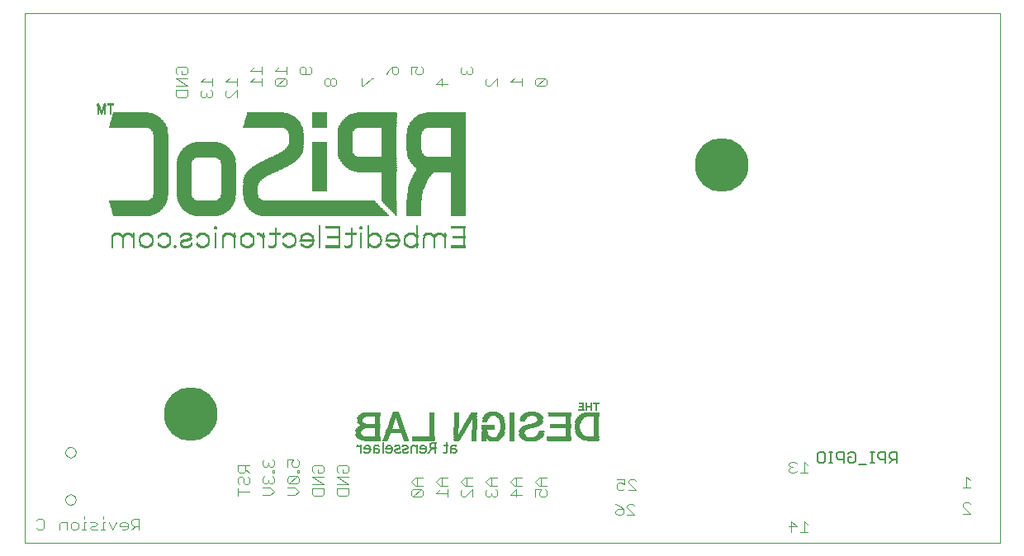
<source format=gbo>
G75*
%MOIN*%
%OFA0B0*%
%FSLAX24Y24*%
%IPPOS*%
%LPD*%
%AMOC8*
5,1,8,0,0,1.08239X$1,22.5*
%
%ADD10C,0.0000*%
%ADD11C,0.0040*%
%ADD12C,0.2165*%
%ADD13C,0.0050*%
%ADD14R,0.0016X0.0002*%
%ADD15R,0.0014X0.0002*%
%ADD16R,0.0068X0.0002*%
%ADD17R,0.0079X0.0002*%
%ADD18R,0.0070X0.0002*%
%ADD19R,0.0096X0.0002*%
%ADD20R,0.0014X0.0002*%
%ADD21R,0.0004X0.0002*%
%ADD22R,0.0110X0.0002*%
%ADD23R,0.0098X0.0002*%
%ADD24R,0.0007X0.0002*%
%ADD25R,0.0012X0.0002*%
%ADD26R,0.0007X0.0002*%
%ADD27R,0.0012X0.0002*%
%ADD28R,0.0117X0.0002*%
%ADD29R,0.0028X0.0002*%
%ADD30R,0.0133X0.0002*%
%ADD31R,0.0117X0.0002*%
%ADD32R,0.0119X0.0002*%
%ADD33R,0.0068X0.0002*%
%ADD34R,0.0066X0.0002*%
%ADD35R,0.0135X0.0002*%
%ADD36R,0.0040X0.0002*%
%ADD37R,0.0154X0.0002*%
%ADD38R,0.0135X0.0002*%
%ADD39R,0.0094X0.0002*%
%ADD40R,0.0151X0.0002*%
%ADD41R,0.0047X0.0002*%
%ADD42R,0.0171X0.0002*%
%ADD43R,0.0150X0.0002*%
%ADD44R,0.0116X0.0002*%
%ADD45R,0.0164X0.0002*%
%ADD46R,0.0135X0.0002*%
%ADD47R,0.0056X0.0002*%
%ADD48R,0.0186X0.0002*%
%ADD49R,0.0135X0.0002*%
%ADD50R,0.0165X0.0002*%
%ADD51R,0.0166X0.0002*%
%ADD52R,0.0140X0.0002*%
%ADD53R,0.0133X0.0002*%
%ADD54R,0.0177X0.0002*%
%ADD55R,0.0149X0.0002*%
%ADD56R,0.0061X0.0002*%
%ADD57R,0.0199X0.0002*%
%ADD58R,0.0179X0.0002*%
%ADD59R,0.0189X0.0002*%
%ADD60R,0.0163X0.0002*%
%ADD61R,0.0212X0.0002*%
%ADD62R,0.0163X0.0002*%
%ADD63R,0.0168X0.0002*%
%ADD64R,0.0072X0.0002*%
%ADD65R,0.0224X0.0002*%
%ADD66R,0.0200X0.0002*%
%ADD67R,0.0182X0.0002*%
%ADD68R,0.0175X0.0002*%
%ADD69R,0.0210X0.0002*%
%ADD70R,0.0187X0.0002*%
%ADD71R,0.0075X0.0002*%
%ADD72R,0.0234X0.0002*%
%ADD73R,0.0187X0.0002*%
%ADD74R,0.0193X0.0002*%
%ADD75R,0.0185X0.0002*%
%ADD76R,0.0084X0.0002*%
%ADD77R,0.0219X0.0002*%
%ADD78R,0.0198X0.0002*%
%ADD79R,0.0081X0.0002*%
%ADD80R,0.0243X0.0002*%
%ADD81R,0.0198X0.0002*%
%ADD82R,0.0221X0.0002*%
%ADD83R,0.0205X0.0002*%
%ADD84R,0.0591X0.0002*%
%ADD85R,0.0205X0.0002*%
%ADD86R,0.0196X0.0002*%
%ADD87R,0.0084X0.0002*%
%ADD88R,0.0084X0.0002*%
%ADD89R,0.0227X0.0002*%
%ADD90R,0.0208X0.0002*%
%ADD91R,0.0254X0.0002*%
%ADD92R,0.0215X0.0002*%
%ADD93R,0.0591X0.0002*%
%ADD94R,0.0215X0.0002*%
%ADD95R,0.0206X0.0002*%
%ADD96R,0.0084X0.0002*%
%ADD97R,0.0238X0.0002*%
%ADD98R,0.0088X0.0002*%
%ADD99R,0.0262X0.0002*%
%ADD100R,0.0238X0.0002*%
%ADD101R,0.0231X0.0002*%
%ADD102R,0.0226X0.0002*%
%ADD103R,0.0226X0.0002*%
%ADD104R,0.0217X0.0002*%
%ADD105R,0.0245X0.0002*%
%ADD106R,0.0089X0.0002*%
%ADD107R,0.0271X0.0002*%
%ADD108R,0.0233X0.0002*%
%ADD109R,0.0233X0.0002*%
%ADD110R,0.0254X0.0002*%
%ADD111R,0.0236X0.0002*%
%ADD112R,0.0093X0.0002*%
%ADD113R,0.0278X0.0002*%
%ADD114R,0.0235X0.0002*%
%ADD115R,0.0243X0.0002*%
%ADD116R,0.0096X0.0002*%
%ADD117R,0.0285X0.0002*%
%ADD118R,0.0250X0.0002*%
%ADD119R,0.0250X0.0002*%
%ADD120R,0.0241X0.0002*%
%ADD121R,0.0269X0.0002*%
%ADD122R,0.0098X0.0002*%
%ADD123R,0.0294X0.0002*%
%ADD124R,0.0270X0.0002*%
%ADD125R,0.0240X0.0002*%
%ADD126R,0.0261X0.0002*%
%ADD127R,0.0252X0.0002*%
%ADD128R,0.0261X0.0002*%
%ADD129R,0.0276X0.0002*%
%ADD130R,0.0261X0.0002*%
%ADD131R,0.0100X0.0002*%
%ADD132R,0.0303X0.0002*%
%ADD133R,0.0268X0.0002*%
%ADD134R,0.0259X0.0002*%
%ADD135R,0.0268X0.0002*%
%ADD136R,0.0259X0.0002*%
%ADD137R,0.0284X0.0002*%
%ADD138R,0.0268X0.0002*%
%ADD139R,0.0103X0.0002*%
%ADD140R,0.0308X0.0002*%
%ADD141R,0.0268X0.0002*%
%ADD142R,0.0275X0.0002*%
%ADD143R,0.0266X0.0002*%
%ADD144R,0.0275X0.0002*%
%ADD145R,0.0266X0.0002*%
%ADD146R,0.0291X0.0002*%
%ADD147R,0.0275X0.0002*%
%ADD148R,0.0103X0.0002*%
%ADD149R,0.0313X0.0002*%
%ADD150R,0.0275X0.0002*%
%ADD151R,0.0290X0.0002*%
%ADD152R,0.0247X0.0002*%
%ADD153R,0.0282X0.0002*%
%ADD154R,0.0273X0.0002*%
%ADD155R,0.0282X0.0002*%
%ADD156R,0.0297X0.0002*%
%ADD157R,0.0107X0.0002*%
%ADD158R,0.0320X0.0002*%
%ADD159R,0.0249X0.0002*%
%ADD160R,0.0289X0.0002*%
%ADD161R,0.0248X0.0002*%
%ADD162R,0.0280X0.0002*%
%ADD163R,0.0304X0.0002*%
%ADD164R,0.0289X0.0002*%
%ADD165R,0.0107X0.0002*%
%ADD166R,0.0327X0.0002*%
%ADD167R,0.0305X0.0002*%
%ADD168R,0.0250X0.0002*%
%ADD169R,0.0296X0.0002*%
%ADD170R,0.0287X0.0002*%
%ADD171R,0.0296X0.0002*%
%ADD172R,0.0310X0.0002*%
%ADD173R,0.0294X0.0002*%
%ADD174R,0.0109X0.0002*%
%ADD175R,0.0333X0.0002*%
%ADD176R,0.0310X0.0002*%
%ADD177R,0.0303X0.0002*%
%ADD178R,0.0294X0.0002*%
%ADD179R,0.0292X0.0002*%
%ADD180R,0.0315X0.0002*%
%ADD181R,0.0301X0.0002*%
%ADD182R,0.0338X0.0002*%
%ADD183R,0.0255X0.0002*%
%ADD184R,0.0310X0.0002*%
%ADD185R,0.0301X0.0002*%
%ADD186R,0.0310X0.0002*%
%ADD187R,0.0299X0.0002*%
%ADD188R,0.0322X0.0002*%
%ADD189R,0.0306X0.0002*%
%ADD190R,0.0110X0.0002*%
%ADD191R,0.0345X0.0002*%
%ADD192R,0.0322X0.0002*%
%ADD193R,0.0256X0.0002*%
%ADD194R,0.0313X0.0002*%
%ADD195R,0.0255X0.0002*%
%ADD196R,0.0305X0.0002*%
%ADD197R,0.0327X0.0002*%
%ADD198R,0.0311X0.0002*%
%ADD199R,0.0112X0.0002*%
%ADD200R,0.0348X0.0002*%
%ADD201R,0.0327X0.0002*%
%ADD202R,0.0257X0.0002*%
%ADD203R,0.0320X0.0002*%
%ADD204R,0.0312X0.0002*%
%ADD205R,0.0333X0.0002*%
%ADD206R,0.0319X0.0002*%
%ADD207R,0.0114X0.0002*%
%ADD208R,0.0354X0.0002*%
%ADD209R,0.0259X0.0002*%
%ADD210R,0.0327X0.0002*%
%ADD211R,0.0318X0.0002*%
%ADD212R,0.0317X0.0002*%
%ADD213R,0.0339X0.0002*%
%ADD214R,0.0324X0.0002*%
%ADD215R,0.0114X0.0002*%
%ADD216R,0.0359X0.0002*%
%ADD217R,0.0340X0.0002*%
%ADD218R,0.0331X0.0002*%
%ADD219R,0.0331X0.0002*%
%ADD220R,0.0343X0.0002*%
%ADD221R,0.0329X0.0002*%
%ADD222R,0.0364X0.0002*%
%ADD223R,0.0343X0.0002*%
%ADD224R,0.0262X0.0002*%
%ADD225R,0.0338X0.0002*%
%ADD226R,0.0329X0.0002*%
%ADD227R,0.0350X0.0002*%
%ADD228R,0.0336X0.0002*%
%ADD229R,0.0367X0.0002*%
%ADD230R,0.0264X0.0002*%
%ADD231R,0.0341X0.0002*%
%ADD232R,0.0264X0.0002*%
%ADD233R,0.0334X0.0002*%
%ADD234R,0.0354X0.0002*%
%ADD235R,0.0373X0.0002*%
%ADD236R,0.0348X0.0002*%
%ADD237R,0.0361X0.0002*%
%ADD238R,0.0346X0.0002*%
%ADD239R,0.0116X0.0002*%
%ADD240R,0.0378X0.0002*%
%ADD241R,0.0360X0.0002*%
%ADD242R,0.0352X0.0002*%
%ADD243R,0.0345X0.0002*%
%ADD244R,0.0352X0.0002*%
%ADD245R,0.0364X0.0002*%
%ADD246R,0.0381X0.0002*%
%ADD247R,0.0367X0.0002*%
%ADD248R,0.0117X0.0002*%
%ADD249R,0.0385X0.0002*%
%ADD250R,0.0362X0.0002*%
%ADD251R,0.0355X0.0002*%
%ADD252R,0.0362X0.0002*%
%ADD253R,0.0374X0.0002*%
%ADD254R,0.0361X0.0002*%
%ADD255R,0.0389X0.0002*%
%ADD256R,0.0360X0.0002*%
%ADD257R,0.0375X0.0002*%
%ADD258R,0.0271X0.0002*%
%ADD259R,0.0357X0.0002*%
%ADD260R,0.0378X0.0002*%
%ADD261R,0.0392X0.0002*%
%ADD262R,0.0378X0.0002*%
%ADD263R,0.0270X0.0002*%
%ADD264R,0.0373X0.0002*%
%ADD265R,0.0269X0.0002*%
%ADD266R,0.0364X0.0002*%
%ADD267R,0.0381X0.0002*%
%ADD268R,0.0399X0.0002*%
%ADD269R,0.0376X0.0002*%
%ADD270R,0.0369X0.0002*%
%ADD271R,0.0387X0.0002*%
%ADD272R,0.0403X0.0002*%
%ADD273R,0.0380X0.0002*%
%ADD274R,0.0380X0.0002*%
%ADD275R,0.0371X0.0002*%
%ADD276R,0.0392X0.0002*%
%ADD277R,0.0378X0.0002*%
%ADD278R,0.0406X0.0002*%
%ADD279R,0.0392X0.0002*%
%ADD280R,0.0396X0.0002*%
%ADD281R,0.0184X0.0002*%
%ADD282R,0.0395X0.0002*%
%ADD283R,0.0390X0.0002*%
%ADD284R,0.0382X0.0002*%
%ADD285R,0.0390X0.0002*%
%ADD286R,0.0399X0.0002*%
%ADD287R,0.0385X0.0002*%
%ADD288R,0.0173X0.0002*%
%ADD289R,0.0394X0.0002*%
%ADD290R,0.0403X0.0002*%
%ADD291R,0.0390X0.0002*%
%ADD292R,0.0152X0.0002*%
%ADD293R,0.0163X0.0002*%
%ADD294R,0.0277X0.0002*%
%ADD295R,0.0397X0.0002*%
%ADD296R,0.0276X0.0002*%
%ADD297R,0.0397X0.0002*%
%ADD298R,0.0389X0.0002*%
%ADD299R,0.0408X0.0002*%
%ADD300R,0.0145X0.0002*%
%ADD301R,0.0154X0.0002*%
%ADD302R,0.0408X0.0002*%
%ADD303R,0.0277X0.0002*%
%ADD304R,0.0186X0.0002*%
%ADD305R,0.0187X0.0002*%
%ADD306R,0.0138X0.0002*%
%ADD307R,0.0185X0.0002*%
%ADD308R,0.0187X0.0002*%
%ADD309R,0.0278X0.0002*%
%ADD310R,0.0177X0.0002*%
%ADD311R,0.0395X0.0002*%
%ADD312R,0.0401X0.0002*%
%ADD313R,0.0142X0.0002*%
%ADD314R,0.0074X0.0002*%
%ADD315R,0.0180X0.0002*%
%ADD316R,0.0404X0.0002*%
%ADD317R,0.0130X0.0002*%
%ADD318R,0.0137X0.0002*%
%ADD319R,0.0060X0.0002*%
%ADD320R,0.0142X0.0002*%
%ADD321R,0.0156X0.0002*%
%ADD322R,0.0159X0.0002*%
%ADD323R,0.0152X0.0002*%
%ADD324R,0.0170X0.0002*%
%ADD325R,0.0156X0.0002*%
%ADD326R,0.0172X0.0002*%
%ADD327R,0.0158X0.0002*%
%ADD328R,0.0159X0.0002*%
%ADD329R,0.0180X0.0002*%
%ADD330R,0.0124X0.0002*%
%ADD331R,0.0133X0.0002*%
%ADD332R,0.0045X0.0002*%
%ADD333R,0.0152X0.0002*%
%ADD334R,0.0231X0.0002*%
%ADD335R,0.0145X0.0002*%
%ADD336R,0.0170X0.0002*%
%ADD337R,0.0105X0.0002*%
%ADD338R,0.0123X0.0002*%
%ADD339R,0.0129X0.0002*%
%ADD340R,0.0154X0.0002*%
%ADD341R,0.0035X0.0002*%
%ADD342R,0.0144X0.0002*%
%ADD343R,0.0147X0.0002*%
%ADD344R,0.0222X0.0002*%
%ADD345R,0.0158X0.0002*%
%ADD346R,0.0147X0.0002*%
%ADD347R,0.0224X0.0002*%
%ADD348R,0.0151X0.0002*%
%ADD349R,0.0156X0.0002*%
%ADD350R,0.0161X0.0002*%
%ADD351R,0.0119X0.0002*%
%ADD352R,0.0126X0.0002*%
%ADD353R,0.0150X0.0002*%
%ADD354R,0.0028X0.0002*%
%ADD355R,0.0140X0.0002*%
%ADD356R,0.0144X0.0002*%
%ADD357R,0.0217X0.0002*%
%ADD358R,0.0101X0.0002*%
%ADD359R,0.0124X0.0002*%
%ADD360R,0.0019X0.0002*%
%ADD361R,0.0138X0.0002*%
%ADD362R,0.0136X0.0002*%
%ADD363R,0.0149X0.0002*%
%ADD364R,0.0143X0.0002*%
%ADD365R,0.0145X0.0002*%
%ADD366R,0.0121X0.0002*%
%ADD367R,0.0012X0.0002*%
%ADD368R,0.0119X0.0002*%
%ADD369R,0.0012X0.0002*%
%ADD370R,0.0138X0.0002*%
%ADD371R,0.0142X0.0002*%
%ADD372R,0.0145X0.0002*%
%ADD373R,0.0110X0.0002*%
%ADD374R,0.0129X0.0002*%
%ADD375R,0.0133X0.0002*%
%ADD376R,0.0130X0.0002*%
%ADD377R,0.0138X0.0002*%
%ADD378R,0.0115X0.0002*%
%ADD379R,0.0128X0.0002*%
%ADD380R,0.0194X0.0002*%
%ADD381R,0.0093X0.0002*%
%ADD382R,0.0112X0.0002*%
%ADD383R,0.0128X0.0002*%
%ADD384R,0.0191X0.0002*%
%ADD385R,0.0124X0.0002*%
%ADD386R,0.0128X0.0002*%
%ADD387R,0.0191X0.0002*%
%ADD388R,0.0131X0.0002*%
%ADD389R,0.0089X0.0002*%
%ADD390R,0.0112X0.0002*%
%ADD391R,0.0108X0.0002*%
%ADD392R,0.0126X0.0002*%
%ADD393R,0.0086X0.0002*%
%ADD394R,0.0103X0.0002*%
%ADD395R,0.0182X0.0002*%
%ADD396R,0.0131X0.0002*%
%ADD397R,0.0101X0.0002*%
%ADD398R,0.0109X0.0002*%
%ADD399R,0.0105X0.0002*%
%ADD400R,0.0123X0.0002*%
%ADD401R,0.0117X0.0002*%
%ADD402R,0.0126X0.0002*%
%ADD403R,0.0121X0.0002*%
%ADD404R,0.0175X0.0002*%
%ADD405R,0.0075X0.0002*%
%ADD406R,0.0103X0.0002*%
%ADD407R,0.0171X0.0002*%
%ADD408R,0.0115X0.0002*%
%ADD409R,0.0126X0.0002*%
%ADD410R,0.0072X0.0002*%
%ADD411R,0.0098X0.0002*%
%ADD412R,0.0124X0.0002*%
%ADD413R,0.0102X0.0002*%
%ADD414R,0.0110X0.0002*%
%ADD415R,0.0119X0.0002*%
%ADD416R,0.0121X0.0002*%
%ADD417R,0.0100X0.0002*%
%ADD418R,0.0100X0.0002*%
%ADD419R,0.0054X0.0002*%
%ADD420R,0.0095X0.0002*%
%ADD421R,0.0047X0.0002*%
%ADD422R,0.0108X0.0002*%
%ADD423R,0.0112X0.0002*%
%ADD424R,0.0040X0.0002*%
%ADD425R,0.0098X0.0002*%
%ADD426R,0.0107X0.0002*%
%ADD427R,0.0026X0.0002*%
%ADD428R,0.0091X0.0002*%
%ADD429R,0.0091X0.0002*%
%ADD430R,0.0089X0.0002*%
%ADD431R,0.0095X0.0002*%
%ADD432R,0.0094X0.0002*%
%ADD433R,0.0093X0.0002*%
%ADD434R,0.0091X0.0002*%
%ADD435R,0.0088X0.0002*%
%ADD436R,0.0091X0.0002*%
%ADD437R,0.0136X0.0002*%
%ADD438R,0.0100X0.0002*%
%ADD439R,0.0086X0.0002*%
%ADD440R,0.0102X0.0002*%
%ADD441R,0.0107X0.0002*%
%ADD442R,0.0089X0.0002*%
%ADD443R,0.0082X0.0002*%
%ADD444R,0.0082X0.0002*%
%ADD445R,0.0082X0.0002*%
%ADD446R,0.0086X0.0002*%
%ADD447R,0.0082X0.0002*%
%ADD448R,0.0081X0.0002*%
%ADD449R,0.0086X0.0002*%
%ADD450R,0.0093X0.0002*%
%ADD451R,0.0080X0.0002*%
%ADD452R,0.0080X0.0002*%
%ADD453R,0.0079X0.0002*%
%ADD454R,0.0077X0.0002*%
%ADD455R,0.0156X0.0002*%
%ADD456R,0.0182X0.0002*%
%ADD457R,0.0191X0.0002*%
%ADD458R,0.0574X0.0002*%
%ADD459R,0.0574X0.0002*%
%ADD460R,0.0208X0.0002*%
%ADD461R,0.0002X0.0002*%
%ADD462R,0.0574X0.0002*%
%ADD463R,0.0002X0.0002*%
%ADD464R,0.0574X0.0002*%
%ADD465R,0.0217X0.0002*%
%ADD466R,0.0579X0.0002*%
%ADD467R,0.0579X0.0002*%
%ADD468R,0.0581X0.0002*%
%ADD469R,0.0233X0.0002*%
%ADD470R,0.0242X0.0002*%
%ADD471R,0.0581X0.0002*%
%ADD472R,0.0287X0.0002*%
%ADD473R,0.0292X0.0002*%
%ADD474R,0.0301X0.0002*%
%ADD475R,0.0583X0.0002*%
%ADD476R,0.0583X0.0002*%
%ADD477R,0.0311X0.0002*%
%ADD478R,0.0313X0.0002*%
%ADD479R,0.0308X0.0002*%
%ADD480R,0.0304X0.0002*%
%ADD481R,0.0287X0.0002*%
%ADD482R,0.0284X0.0002*%
%ADD483R,0.0579X0.0002*%
%ADD484R,0.0579X0.0002*%
%ADD485R,0.0252X0.0002*%
%ADD486R,0.0236X0.0002*%
%ADD487R,0.0227X0.0002*%
%ADD488R,0.0219X0.0002*%
%ADD489R,0.0203X0.0002*%
%ADD490R,0.0194X0.0002*%
%ADD491R,0.0159X0.0002*%
%ADD492R,0.0121X0.0002*%
%ADD493R,0.0541X0.0002*%
%ADD494R,0.0541X0.0002*%
%ADD495R,0.0077X0.0002*%
%ADD496R,0.0077X0.0002*%
%ADD497R,0.0147X0.0002*%
%ADD498R,0.0147X0.0002*%
%ADD499R,0.0161X0.0002*%
%ADD500R,0.0165X0.0002*%
%ADD501R,0.0164X0.0002*%
%ADD502R,0.0168X0.0002*%
%ADD503R,0.0168X0.0002*%
%ADD504R,0.0179X0.0002*%
%ADD505R,0.0173X0.0002*%
%ADD506R,0.0182X0.0002*%
%ADD507R,0.0178X0.0002*%
%ADD508R,0.0200X0.0002*%
%ADD509R,0.0203X0.0002*%
%ADD510R,0.0159X0.0002*%
%ADD511R,0.0206X0.0002*%
%ADD512R,0.0207X0.0002*%
%ADD513R,0.0152X0.0002*%
%ADD514R,0.0212X0.0002*%
%ADD515R,0.0166X0.0002*%
%ADD516R,0.0212X0.0002*%
%ADD517R,0.0161X0.0002*%
%ADD518R,0.0128X0.0002*%
%ADD519R,0.0173X0.0002*%
%ADD520R,0.0177X0.0002*%
%ADD521R,0.0142X0.0002*%
%ADD522R,0.0193X0.0002*%
%ADD523R,0.0184X0.0002*%
%ADD524R,0.0178X0.0002*%
%ADD525R,0.0143X0.0002*%
%ADD526R,0.0201X0.0002*%
%ADD527R,0.0191X0.0002*%
%ADD528R,0.0457X0.0002*%
%ADD529R,0.0212X0.0002*%
%ADD530R,0.0201X0.0002*%
%ADD531R,0.0196X0.0002*%
%ADD532R,0.0457X0.0002*%
%ADD533R,0.0137X0.0002*%
%ADD534R,0.0208X0.0002*%
%ADD535R,0.0214X0.0002*%
%ADD536R,0.0172X0.0002*%
%ADD537R,0.0173X0.0002*%
%ADD538R,0.0170X0.0002*%
%ADD539R,0.0170X0.0002*%
%ADD540R,0.0413X0.0002*%
%ADD541R,0.0413X0.0002*%
%ADD542R,0.0409X0.0002*%
%ADD543R,0.0401X0.0002*%
%ADD544R,0.0410X0.0002*%
%ADD545R,0.0189X0.0002*%
%ADD546R,0.0154X0.0002*%
%ADD547R,0.0163X0.0002*%
%ADD548R,0.0406X0.0002*%
%ADD549R,0.0397X0.0002*%
%ADD550R,0.0374X0.0002*%
%ADD551R,0.0359X0.0002*%
%ADD552R,0.0394X0.0002*%
%ADD553R,0.0387X0.0002*%
%ADD554R,0.0387X0.0002*%
%ADD555R,0.0355X0.0002*%
%ADD556R,0.0397X0.0002*%
%ADD557R,0.0383X0.0002*%
%ADD558R,0.0383X0.0002*%
%ADD559R,0.0352X0.0002*%
%ADD560R,0.0392X0.0002*%
%ADD561R,0.0352X0.0002*%
%ADD562R,0.0348X0.0002*%
%ADD563R,0.0371X0.0002*%
%ADD564R,0.0375X0.0002*%
%ADD565R,0.0382X0.0002*%
%ADD566R,0.0348X0.0002*%
%ADD567R,0.0376X0.0002*%
%ADD568R,0.0341X0.0002*%
%ADD569R,0.0380X0.0002*%
%ADD570R,0.0373X0.0002*%
%ADD571R,0.0383X0.0002*%
%ADD572R,0.0380X0.0002*%
%ADD573R,0.0366X0.0002*%
%ADD574R,0.0366X0.0002*%
%ADD575R,0.0338X0.0002*%
%ADD576R,0.0362X0.0002*%
%ADD577R,0.0369X0.0002*%
%ADD578R,0.0334X0.0002*%
%ADD579R,0.0331X0.0002*%
%ADD580R,0.0371X0.0002*%
%ADD581R,0.0357X0.0002*%
%ADD582R,0.0331X0.0002*%
%ADD583R,0.0347X0.0002*%
%ADD584R,0.0336X0.0002*%
%ADD585R,0.0324X0.0002*%
%ADD586R,0.0357X0.0002*%
%ADD587R,0.0350X0.0002*%
%ADD588R,0.0364X0.0002*%
%ADD589R,0.0336X0.0002*%
%ADD590R,0.0346X0.0002*%
%ADD591R,0.0343X0.0002*%
%ADD592R,0.0329X0.0002*%
%ADD593R,0.0315X0.0002*%
%ADD594R,0.0353X0.0002*%
%ADD595R,0.0329X0.0002*%
%ADD596R,0.0339X0.0002*%
%ADD597R,0.0340X0.0002*%
%ADD598R,0.0334X0.0002*%
%ADD599R,0.0303X0.0002*%
%ADD600R,0.0320X0.0002*%
%ADD601R,0.0322X0.0002*%
%ADD602R,0.0319X0.0002*%
%ADD603R,0.0336X0.0002*%
%ADD604R,0.0318X0.0002*%
%ADD605R,0.0317X0.0002*%
%ADD606R,0.0292X0.0002*%
%ADD607R,0.0308X0.0002*%
%ADD608R,0.0308X0.0002*%
%ADD609R,0.0325X0.0002*%
%ADD610R,0.0306X0.0002*%
%ADD611R,0.0299X0.0002*%
%ADD612R,0.0301X0.0002*%
%ADD613R,0.0291X0.0002*%
%ADD614R,0.0278X0.0002*%
%ADD615R,0.0297X0.0002*%
%ADD616R,0.0294X0.0002*%
%ADD617R,0.0290X0.0002*%
%ADD618R,0.0273X0.0002*%
%ADD619R,0.0283X0.0002*%
%ADD620R,0.0285X0.0002*%
%ADD621R,0.0273X0.0002*%
%ADD622R,0.0273X0.0002*%
%ADD623R,0.0266X0.0002*%
%ADD624R,0.0266X0.0002*%
%ADD625R,0.0282X0.0002*%
%ADD626R,0.0264X0.0002*%
%ADD627R,0.0256X0.0002*%
%ADD628R,0.0259X0.0002*%
%ADD629R,0.0245X0.0002*%
%ADD630R,0.0252X0.0002*%
%ADD631R,0.0247X0.0002*%
%ADD632R,0.0240X0.0002*%
%ADD633R,0.0241X0.0002*%
%ADD634R,0.0238X0.0002*%
%ADD635R,0.0238X0.0002*%
%ADD636R,0.0235X0.0002*%
%ADD637R,0.0229X0.0002*%
%ADD638R,0.0226X0.0002*%
%ADD639R,0.0221X0.0002*%
%ADD640R,0.0220X0.0002*%
%ADD641R,0.0208X0.0002*%
%ADD642R,0.0217X0.0002*%
%ADD643R,0.0203X0.0002*%
%ADD644R,0.0199X0.0002*%
%ADD645R,0.0214X0.0002*%
%ADD646R,0.0161X0.0002*%
%ADD647R,0.0177X0.0002*%
%ADD648R,0.0063X0.0002*%
%ADD649R,0.0054X0.0002*%
%ADD650R,0.0044X0.0002*%
%ADD651R,0.0068X0.0002*%
%ADD652R,0.0030X0.0002*%
%ADD653R,0.0066X0.0002*%
%ADD654R,0.0068X0.0002*%
%ADD655R,0.0007X0.0002*%
%ADD656R,0.0005X0.0002*%
%ADD657R,0.0007X0.0002*%
%ADD658R,0.0005X0.0002*%
%ADD659R,0.0067X0.0002*%
%ADD660R,0.0016X0.0002*%
%ADD661R,0.0028X0.0002*%
%ADD662R,0.0040X0.0002*%
%ADD663R,0.0049X0.0002*%
%ADD664R,0.0063X0.0002*%
%ADD665R,0.0077X0.0002*%
%ADD666R,0.0074X0.0002*%
%ADD667R,0.0049X0.0002*%
%ADD668R,0.0040X0.0002*%
%ADD669R,0.0002X0.0002*%
%ADD670R,0.0002X0.0002*%
%ADD671R,0.1328X0.0002*%
%ADD672R,0.0634X0.0002*%
%ADD673R,0.1386X0.0002*%
%ADD674R,0.3626X0.0002*%
%ADD675R,0.0595X0.0002*%
%ADD676R,0.0593X0.0002*%
%ADD677R,0.1367X0.0002*%
%ADD678R,0.0714X0.0002*%
%ADD679R,0.5052X0.0002*%
%ADD680R,0.0595X0.0002*%
%ADD681R,0.0593X0.0002*%
%ADD682R,0.1391X0.0002*%
%ADD683R,0.0758X0.0002*%
%ADD684R,0.1451X0.0002*%
%ADD685R,0.3621X0.0002*%
%ADD686R,0.0004X0.0002*%
%ADD687R,0.1409X0.0002*%
%ADD688R,0.0793X0.0002*%
%ADD689R,0.1468X0.0002*%
%ADD690R,0.3619X0.0002*%
%ADD691R,0.1425X0.0002*%
%ADD692R,0.0823X0.0002*%
%ADD693R,0.5101X0.0002*%
%ADD694R,0.1438X0.0002*%
%ADD695R,0.0849X0.0002*%
%ADD696R,0.1498X0.0002*%
%ADD697R,0.3614X0.0002*%
%ADD698R,0.0009X0.0002*%
%ADD699R,0.1451X0.0002*%
%ADD700R,0.0871X0.0002*%
%ADD701R,0.1509X0.0002*%
%ADD702R,0.3612X0.0002*%
%ADD703R,0.0011X0.0002*%
%ADD704R,0.1461X0.0002*%
%ADD705R,0.0894X0.0002*%
%ADD706R,0.5131X0.0002*%
%ADD707R,0.1472X0.0002*%
%ADD708R,0.0914X0.0002*%
%ADD709R,0.1531X0.0002*%
%ADD710R,0.3607X0.0002*%
%ADD711R,0.1482X0.0002*%
%ADD712R,0.0933X0.0002*%
%ADD713R,0.1542X0.0002*%
%ADD714R,0.3605X0.0002*%
%ADD715R,0.1491X0.0002*%
%ADD716R,0.0950X0.0002*%
%ADD717R,0.1550X0.0002*%
%ADD718R,0.3603X0.0002*%
%ADD719R,0.1500X0.0002*%
%ADD720R,0.0968X0.0002*%
%ADD721R,0.5162X0.0002*%
%ADD722R,0.0018X0.0002*%
%ADD723R,0.1510X0.0002*%
%ADD724R,0.0984X0.0002*%
%ADD725R,0.1568X0.0002*%
%ADD726R,0.3598X0.0002*%
%ADD727R,0.0019X0.0002*%
%ADD728R,0.1517X0.0002*%
%ADD729R,0.0999X0.0002*%
%ADD730R,0.1577X0.0002*%
%ADD731R,0.3596X0.0002*%
%ADD732R,0.0021X0.0002*%
%ADD733R,0.1524X0.0002*%
%ADD734R,0.1013X0.0002*%
%ADD735R,0.5180X0.0002*%
%ADD736R,0.0023X0.0002*%
%ADD737R,0.1533X0.0002*%
%ADD738R,0.1029X0.0002*%
%ADD739R,0.1593X0.0002*%
%ADD740R,0.3591X0.0002*%
%ADD741R,0.0025X0.0002*%
%ADD742R,0.1540X0.0002*%
%ADD743R,0.1041X0.0002*%
%ADD744R,0.1599X0.0002*%
%ADD745R,0.3589X0.0002*%
%ADD746R,0.0026X0.0002*%
%ADD747R,0.1547X0.0002*%
%ADD748R,0.1055X0.0002*%
%ADD749R,0.5196X0.0002*%
%ADD750R,0.1554X0.0002*%
%ADD751R,0.1068X0.0002*%
%ADD752R,0.1614X0.0002*%
%ADD753R,0.3584X0.0002*%
%ADD754R,0.0030X0.0002*%
%ADD755R,0.1561X0.0002*%
%ADD756R,0.1081X0.0002*%
%ADD757R,0.1621X0.0002*%
%ADD758R,0.3582X0.0002*%
%ADD759R,0.0031X0.0002*%
%ADD760R,0.1568X0.0002*%
%ADD761R,0.1094X0.0002*%
%ADD762R,0.1626X0.0002*%
%ADD763R,0.3580X0.0002*%
%ADD764R,0.0033X0.0002*%
%ADD765R,0.1573X0.0002*%
%ADD766R,0.1104X0.0002*%
%ADD767R,0.5213X0.0002*%
%ADD768R,0.0035X0.0002*%
%ADD769R,0.1582X0.0002*%
%ADD770R,0.1116X0.0002*%
%ADD771R,0.1640X0.0002*%
%ADD772R,0.3575X0.0002*%
%ADD773R,0.0037X0.0002*%
%ADD774R,0.1587X0.0002*%
%ADD775R,0.1129X0.0002*%
%ADD776R,0.1645X0.0002*%
%ADD777R,0.3574X0.0002*%
%ADD778R,0.0039X0.0002*%
%ADD779R,0.1593X0.0002*%
%ADD780R,0.1139X0.0002*%
%ADD781R,0.5226X0.0002*%
%ADD782R,0.1600X0.0002*%
%ADD783R,0.1150X0.0002*%
%ADD784R,0.1659X0.0002*%
%ADD785R,0.3568X0.0002*%
%ADD786R,0.0042X0.0002*%
%ADD787R,0.1605X0.0002*%
%ADD788R,0.1160X0.0002*%
%ADD789R,0.1664X0.0002*%
%ADD790R,0.3566X0.0002*%
%ADD791R,0.0044X0.0002*%
%ADD792R,0.1610X0.0002*%
%ADD793R,0.1171X0.0002*%
%ADD794R,0.5236X0.0002*%
%ADD795R,0.0046X0.0002*%
%ADD796R,0.1615X0.0002*%
%ADD797R,0.1181X0.0002*%
%ADD798R,0.1676X0.0002*%
%ADD799R,0.3561X0.0002*%
%ADD800R,0.1622X0.0002*%
%ADD801R,0.1192X0.0002*%
%ADD802R,0.1680X0.0002*%
%ADD803R,0.3560X0.0002*%
%ADD804R,0.1628X0.0002*%
%ADD805R,0.1200X0.0002*%
%ADD806R,0.1685X0.0002*%
%ADD807R,0.3558X0.0002*%
%ADD808R,0.0051X0.0002*%
%ADD809R,0.1633X0.0002*%
%ADD810R,0.1211X0.0002*%
%ADD811R,0.5248X0.0002*%
%ADD812R,0.0053X0.0002*%
%ADD813R,0.1638X0.0002*%
%ADD814R,0.1220X0.0002*%
%ADD815R,0.1698X0.0002*%
%ADD816R,0.3553X0.0002*%
%ADD817R,0.0054X0.0002*%
%ADD818R,0.1643X0.0002*%
%ADD819R,0.1229X0.0002*%
%ADD820R,0.1701X0.0002*%
%ADD821R,0.3551X0.0002*%
%ADD822R,0.1647X0.0002*%
%ADD823R,0.1239X0.0002*%
%ADD824R,0.5257X0.0002*%
%ADD825R,0.0058X0.0002*%
%ADD826R,0.1654X0.0002*%
%ADD827R,0.1248X0.0002*%
%ADD828R,0.1713X0.0002*%
%ADD829R,0.3545X0.0002*%
%ADD830R,0.1659X0.0002*%
%ADD831R,0.1256X0.0002*%
%ADD832R,0.1717X0.0002*%
%ADD833R,0.3544X0.0002*%
%ADD834R,0.1663X0.0002*%
%ADD835R,0.1265X0.0002*%
%ADD836R,0.5266X0.0002*%
%ADD837R,0.0063X0.0002*%
%ADD838R,0.1668X0.0002*%
%ADD839R,0.1274X0.0002*%
%ADD840R,0.1727X0.0002*%
%ADD841R,0.3539X0.0002*%
%ADD842R,0.0065X0.0002*%
%ADD843R,0.1673X0.0002*%
%ADD844R,0.1283X0.0002*%
%ADD845R,0.1731X0.0002*%
%ADD846R,0.3537X0.0002*%
%ADD847R,0.1290X0.0002*%
%ADD848R,0.1736X0.0002*%
%ADD849R,0.3535X0.0002*%
%ADD850R,0.1682X0.0002*%
%ADD851R,0.1299X0.0002*%
%ADD852R,0.5275X0.0002*%
%ADD853R,0.0070X0.0002*%
%ADD854R,0.1687X0.0002*%
%ADD855R,0.1307X0.0002*%
%ADD856R,0.1746X0.0002*%
%ADD857R,0.3530X0.0002*%
%ADD858R,0.0072X0.0002*%
%ADD859R,0.1691X0.0002*%
%ADD860R,0.1314X0.0002*%
%ADD861R,0.1750X0.0002*%
%ADD862R,0.3528X0.0002*%
%ADD863R,0.1696X0.0002*%
%ADD864R,0.1323X0.0002*%
%ADD865R,0.5281X0.0002*%
%ADD866R,0.1330X0.0002*%
%ADD867R,0.1759X0.0002*%
%ADD868R,0.3523X0.0002*%
%ADD869R,0.1704X0.0002*%
%ADD870R,0.1339X0.0002*%
%ADD871R,0.1762X0.0002*%
%ADD872R,0.3521X0.0002*%
%ADD873R,0.1708X0.0002*%
%ADD874R,0.1346X0.0002*%
%ADD875R,0.5289X0.0002*%
%ADD876R,0.1711X0.0002*%
%ADD877R,0.1353X0.0002*%
%ADD878R,0.1773X0.0002*%
%ADD879R,0.3516X0.0002*%
%ADD880R,0.1361X0.0002*%
%ADD881R,0.1776X0.0002*%
%ADD882R,0.3514X0.0002*%
%ADD883R,0.1720X0.0002*%
%ADD884R,0.1369X0.0002*%
%ADD885R,0.1780X0.0002*%
%ADD886R,0.3512X0.0002*%
%ADD887R,0.1726X0.0002*%
%ADD888R,0.1375X0.0002*%
%ADD889R,0.5295X0.0002*%
%ADD890R,0.1731X0.0002*%
%ADD891R,0.1383X0.0002*%
%ADD892R,0.1789X0.0002*%
%ADD893R,0.3507X0.0002*%
%ADD894R,0.1734X0.0002*%
%ADD895R,0.1390X0.0002*%
%ADD896R,0.1792X0.0002*%
%ADD897R,0.3505X0.0002*%
%ADD898R,0.1738X0.0002*%
%ADD899R,0.1396X0.0002*%
%ADD900R,0.5301X0.0002*%
%ADD901R,0.1743X0.0002*%
%ADD902R,0.1404X0.0002*%
%ADD903R,0.1801X0.0002*%
%ADD904R,0.3500X0.0002*%
%ADD905R,0.1746X0.0002*%
%ADD906R,0.1410X0.0002*%
%ADD907R,0.1804X0.0002*%
%ADD908R,0.3498X0.0002*%
%ADD909R,0.1748X0.0002*%
%ADD910R,0.1417X0.0002*%
%ADD911R,0.5306X0.0002*%
%ADD912R,0.1752X0.0002*%
%ADD913R,0.1425X0.0002*%
%ADD914R,0.1813X0.0002*%
%ADD915R,0.3493X0.0002*%
%ADD916R,0.1757X0.0002*%
%ADD917R,0.1430X0.0002*%
%ADD918R,0.1816X0.0002*%
%ADD919R,0.3491X0.0002*%
%ADD920R,0.1761X0.0002*%
%ADD921R,0.1437X0.0002*%
%ADD922R,0.1820X0.0002*%
%ADD923R,0.3489X0.0002*%
%ADD924R,0.1764X0.0002*%
%ADD925R,0.1444X0.0002*%
%ADD926R,0.5313X0.0002*%
%ADD927R,0.1769X0.0002*%
%ADD928R,0.1449X0.0002*%
%ADD929R,0.1827X0.0002*%
%ADD930R,0.3484X0.0002*%
%ADD931R,0.1456X0.0002*%
%ADD932R,0.1831X0.0002*%
%ADD933R,0.3483X0.0002*%
%ADD934R,0.1463X0.0002*%
%ADD935R,0.5316X0.0002*%
%ADD936R,0.1839X0.0002*%
%ADD937R,0.3477X0.0002*%
%ADD938R,0.1783X0.0002*%
%ADD939R,0.1475X0.0002*%
%ADD940R,0.1843X0.0002*%
%ADD941R,0.3475X0.0002*%
%ADD942R,0.1787X0.0002*%
%ADD943R,0.1480X0.0002*%
%ADD944R,0.5320X0.0002*%
%ADD945R,0.1790X0.0002*%
%ADD946R,0.1487X0.0002*%
%ADD947R,0.1850X0.0002*%
%ADD948R,0.3472X0.0002*%
%ADD949R,0.1794X0.0002*%
%ADD950R,0.1493X0.0002*%
%ADD951R,0.1853X0.0002*%
%ADD952R,0.3470X0.0002*%
%ADD953R,0.1797X0.0002*%
%ADD954R,0.1500X0.0002*%
%ADD955R,0.1857X0.0002*%
%ADD956R,0.3469X0.0002*%
%ADD957R,0.1801X0.0002*%
%ADD958R,0.1505X0.0002*%
%ADD959R,0.5327X0.0002*%
%ADD960R,0.1804X0.0002*%
%ADD961R,0.1510X0.0002*%
%ADD962R,0.1864X0.0002*%
%ADD963R,0.3463X0.0002*%
%ADD964R,0.1808X0.0002*%
%ADD965R,0.1517X0.0002*%
%ADD966R,0.1867X0.0002*%
%ADD967R,0.3462X0.0002*%
%ADD968R,0.1811X0.0002*%
%ADD969R,0.1523X0.0002*%
%ADD970R,0.5330X0.0002*%
%ADD971R,0.1815X0.0002*%
%ADD972R,0.1528X0.0002*%
%ADD973R,0.1874X0.0002*%
%ADD974R,0.3456X0.0002*%
%ADD975R,0.1818X0.0002*%
%ADD976R,0.1535X0.0002*%
%ADD977R,0.1876X0.0002*%
%ADD978R,0.3454X0.0002*%
%ADD979R,0.1822X0.0002*%
%ADD980R,0.1540X0.0002*%
%ADD981R,0.5334X0.0002*%
%ADD982R,0.1824X0.0002*%
%ADD983R,0.1545X0.0002*%
%ADD984R,0.1885X0.0002*%
%ADD985R,0.3449X0.0002*%
%ADD986R,0.1829X0.0002*%
%ADD987R,0.1550X0.0002*%
%ADD988R,0.1886X0.0002*%
%ADD989R,0.3448X0.0002*%
%ADD990R,0.1830X0.0002*%
%ADD991R,0.1556X0.0002*%
%ADD992R,0.1890X0.0002*%
%ADD993R,0.3446X0.0002*%
%ADD994R,0.1834X0.0002*%
%ADD995R,0.5337X0.0002*%
%ADD996R,0.1838X0.0002*%
%ADD997R,0.1897X0.0002*%
%ADD998R,0.3440X0.0002*%
%ADD999R,0.1841X0.0002*%
%ADD1000R,0.1573X0.0002*%
%ADD1001R,0.1899X0.0002*%
%ADD1002R,0.3439X0.0002*%
%ADD1003R,0.1843X0.0002*%
%ADD1004R,0.1579X0.0002*%
%ADD1005R,0.5341X0.0002*%
%ADD1006R,0.1848X0.0002*%
%ADD1007R,0.1584X0.0002*%
%ADD1008R,0.1906X0.0002*%
%ADD1009R,0.3434X0.0002*%
%ADD1010R,0.1850X0.0002*%
%ADD1011R,0.1589X0.0002*%
%ADD1012R,0.1909X0.0002*%
%ADD1013R,0.3432X0.0002*%
%ADD1014R,0.1853X0.0002*%
%ADD1015R,0.1594X0.0002*%
%ADD1016R,0.5343X0.0002*%
%ADD1017R,0.1855X0.0002*%
%ADD1018R,0.1916X0.0002*%
%ADD1019R,0.3427X0.0002*%
%ADD1020R,0.1860X0.0002*%
%ADD1021R,0.1603X0.0002*%
%ADD1022R,0.1918X0.0002*%
%ADD1023R,0.3425X0.0002*%
%ADD1024R,0.1862X0.0002*%
%ADD1025R,0.1608X0.0002*%
%ADD1026R,0.1921X0.0002*%
%ADD1027R,0.3423X0.0002*%
%ADD1028R,0.1865X0.0002*%
%ADD1029R,0.1614X0.0002*%
%ADD1030R,0.5346X0.0002*%
%ADD1031R,0.1869X0.0002*%
%ADD1032R,0.1619X0.0002*%
%ADD1033R,0.1928X0.0002*%
%ADD1034R,0.3418X0.0002*%
%ADD1035R,0.1873X0.0002*%
%ADD1036R,0.1624X0.0002*%
%ADD1037R,0.1930X0.0002*%
%ADD1038R,0.3416X0.0002*%
%ADD1039R,0.1874X0.0002*%
%ADD1040R,0.1629X0.0002*%
%ADD1041R,0.5350X0.0002*%
%ADD1042R,0.1878X0.0002*%
%ADD1043R,0.1635X0.0002*%
%ADD1044R,0.1937X0.0002*%
%ADD1045R,0.3411X0.0002*%
%ADD1046R,0.1881X0.0002*%
%ADD1047R,0.1638X0.0002*%
%ADD1048R,0.1939X0.0002*%
%ADD1049R,0.3409X0.0002*%
%ADD1050R,0.1883X0.0002*%
%ADD1051R,0.5351X0.0002*%
%ADD1052R,0.1886X0.0002*%
%ADD1053R,0.1649X0.0002*%
%ADD1054R,0.1946X0.0002*%
%ADD1055R,0.3404X0.0002*%
%ADD1056R,0.1890X0.0002*%
%ADD1057R,0.1654X0.0002*%
%ADD1058R,0.1948X0.0002*%
%ADD1059R,0.3402X0.0002*%
%ADD1060R,0.0168X0.0002*%
%ADD1061R,0.1892X0.0002*%
%ADD1062R,0.1657X0.0002*%
%ADD1063R,0.1951X0.0002*%
%ADD1064R,0.3400X0.0002*%
%ADD1065R,0.1895X0.0002*%
%ADD1066R,0.1663X0.0002*%
%ADD1067R,0.5353X0.0002*%
%ADD1068R,0.1668X0.0002*%
%ADD1069R,0.1957X0.0002*%
%ADD1070R,0.3395X0.0002*%
%ADD1071R,0.1900X0.0002*%
%ADD1072R,0.1671X0.0002*%
%ADD1073R,0.1960X0.0002*%
%ADD1074R,0.3393X0.0002*%
%ADD1075R,0.1904X0.0002*%
%ADD1076R,0.1676X0.0002*%
%ADD1077R,0.5355X0.0002*%
%ADD1078R,0.1908X0.0002*%
%ADD1079R,0.1682X0.0002*%
%ADD1080R,0.1965X0.0002*%
%ADD1081R,0.3388X0.0002*%
%ADD1082R,0.1909X0.0002*%
%ADD1083R,0.1685X0.0002*%
%ADD1084R,0.1969X0.0002*%
%ADD1085R,0.3386X0.0002*%
%ADD1086R,0.1911X0.0002*%
%ADD1087R,0.1690X0.0002*%
%ADD1088R,0.5357X0.0002*%
%ADD1089R,0.1914X0.0002*%
%ADD1090R,0.1694X0.0002*%
%ADD1091R,0.1974X0.0002*%
%ADD1092R,0.3381X0.0002*%
%ADD1093R,0.1918X0.0002*%
%ADD1094R,0.1699X0.0002*%
%ADD1095R,0.1978X0.0002*%
%ADD1096R,0.3379X0.0002*%
%ADD1097R,0.1920X0.0002*%
%ADD1098R,0.1703X0.0002*%
%ADD1099R,0.1979X0.0002*%
%ADD1100R,0.3377X0.0002*%
%ADD1101R,0.1923X0.0002*%
%ADD1102R,0.1708X0.0002*%
%ADD1103R,0.5358X0.0002*%
%ADD1104R,0.1927X0.0002*%
%ADD1105R,0.1985X0.0002*%
%ADD1106R,0.3372X0.0002*%
%ADD1107R,0.1929X0.0002*%
%ADD1108R,0.1717X0.0002*%
%ADD1109R,0.1988X0.0002*%
%ADD1110R,0.3371X0.0002*%
%ADD1111R,0.1930X0.0002*%
%ADD1112R,0.1720X0.0002*%
%ADD1113R,0.5360X0.0002*%
%ADD1114R,0.0194X0.0002*%
%ADD1115R,0.1936X0.0002*%
%ADD1116R,0.1725X0.0002*%
%ADD1117R,0.1993X0.0002*%
%ADD1118R,0.3365X0.0002*%
%ADD1119R,0.1937X0.0002*%
%ADD1120R,0.1729X0.0002*%
%ADD1121R,0.1995X0.0002*%
%ADD1122R,0.3363X0.0002*%
%ADD1123R,0.0198X0.0002*%
%ADD1124R,0.1939X0.0002*%
%ADD1125R,0.5360X0.0002*%
%ADD1126R,0.1941X0.0002*%
%ADD1127R,0.1738X0.0002*%
%ADD1128R,0.2002X0.0002*%
%ADD1129R,0.3358X0.0002*%
%ADD1130R,0.1944X0.0002*%
%ADD1131R,0.1741X0.0002*%
%ADD1132R,0.2004X0.0002*%
%ADD1133R,0.3356X0.0002*%
%ADD1134R,0.1948X0.0002*%
%ADD1135R,0.2006X0.0002*%
%ADD1136R,0.3355X0.0002*%
%ADD1137R,0.1950X0.0002*%
%ADD1138R,0.1750X0.0002*%
%ADD1139R,0.5362X0.0002*%
%ADD1140R,0.0205X0.0002*%
%ADD1141R,0.1953X0.0002*%
%ADD1142R,0.1754X0.0002*%
%ADD1143R,0.2011X0.0002*%
%ADD1144R,0.3350X0.0002*%
%ADD1145R,0.1955X0.0002*%
%ADD1146R,0.2014X0.0002*%
%ADD1147R,0.3348X0.0002*%
%ADD1148R,0.1956X0.0002*%
%ADD1149R,0.1762X0.0002*%
%ADD1150R,0.5364X0.0002*%
%ADD1151R,0.0210X0.0002*%
%ADD1152R,0.1766X0.0002*%
%ADD1153R,0.2019X0.0002*%
%ADD1154R,0.3342X0.0002*%
%ADD1155R,0.1962X0.0002*%
%ADD1156R,0.1771X0.0002*%
%ADD1157R,0.2021X0.0002*%
%ADD1158R,0.3341X0.0002*%
%ADD1159R,0.1775X0.0002*%
%ADD1160R,0.5364X0.0002*%
%ADD1161R,0.0215X0.0002*%
%ADD1162R,0.1967X0.0002*%
%ADD1163R,0.1778X0.0002*%
%ADD1164R,0.2026X0.0002*%
%ADD1165R,0.3336X0.0002*%
%ADD1166R,0.1970X0.0002*%
%ADD1167R,0.2028X0.0002*%
%ADD1168R,0.3334X0.0002*%
%ADD1169R,0.1972X0.0002*%
%ADD1170R,0.1787X0.0002*%
%ADD1171R,0.2032X0.0002*%
%ADD1172R,0.3332X0.0002*%
%ADD1173R,0.1974X0.0002*%
%ADD1174R,0.1790X0.0002*%
%ADD1175R,0.5365X0.0002*%
%ADD1176R,0.0222X0.0002*%
%ADD1177R,0.1978X0.0002*%
%ADD1178R,0.1794X0.0002*%
%ADD1179R,0.2037X0.0002*%
%ADD1180R,0.3327X0.0002*%
%ADD1181R,0.1979X0.0002*%
%ADD1182R,0.1797X0.0002*%
%ADD1183R,0.2039X0.0002*%
%ADD1184R,0.3325X0.0002*%
%ADD1185R,0.1981X0.0002*%
%ADD1186R,0.1802X0.0002*%
%ADD1187R,0.1986X0.0002*%
%ADD1188R,0.1806X0.0002*%
%ADD1189R,0.2044X0.0002*%
%ADD1190R,0.3320X0.0002*%
%ADD1191R,0.0229X0.0002*%
%ADD1192R,0.1988X0.0002*%
%ADD1193R,0.1810X0.0002*%
%ADD1194R,0.2046X0.0002*%
%ADD1195R,0.3318X0.0002*%
%ADD1196R,0.1990X0.0002*%
%ADD1197R,0.5365X0.0002*%
%ADD1198R,0.1991X0.0002*%
%ADD1199R,0.1816X0.0002*%
%ADD1200R,0.2051X0.0002*%
%ADD1201R,0.3313X0.0002*%
%ADD1202R,0.1820X0.0002*%
%ADD1203R,0.2053X0.0002*%
%ADD1204R,0.3311X0.0002*%
%ADD1205R,0.1997X0.0002*%
%ADD1206R,0.2055X0.0002*%
%ADD1207R,0.3309X0.0002*%
%ADD1208R,0.1998X0.0002*%
%ADD1209R,0.1827X0.0002*%
%ADD1210R,0.1832X0.0002*%
%ADD1211R,0.2060X0.0002*%
%ADD1212R,0.3304X0.0002*%
%ADD1213R,0.2004X0.0002*%
%ADD1214R,0.1836X0.0002*%
%ADD1215R,0.2061X0.0002*%
%ADD1216R,0.3302X0.0002*%
%ADD1217R,0.2006X0.0002*%
%ADD1218R,0.1839X0.0002*%
%ADD1219R,0.5367X0.0002*%
%ADD1220R,0.2009X0.0002*%
%ADD1221R,0.1843X0.0002*%
%ADD1222R,0.2069X0.0002*%
%ADD1223R,0.3297X0.0002*%
%ADD1224R,0.2011X0.0002*%
%ADD1225R,0.1846X0.0002*%
%ADD1226R,0.2070X0.0002*%
%ADD1227R,0.3295X0.0002*%
%ADD1228R,0.0249X0.0002*%
%ADD1229R,0.2013X0.0002*%
%ADD1230R,0.1850X0.0002*%
%ADD1231R,0.5367X0.0002*%
%ADD1232R,0.2075X0.0002*%
%ADD1233R,0.3290X0.0002*%
%ADD1234R,0.2018X0.0002*%
%ADD1235R,0.1857X0.0002*%
%ADD1236R,0.2077X0.0002*%
%ADD1237R,0.3288X0.0002*%
%ADD1238R,0.2020X0.0002*%
%ADD1239R,0.1860X0.0002*%
%ADD1240R,0.2079X0.0002*%
%ADD1241R,0.3286X0.0002*%
%ADD1242R,0.1864X0.0002*%
%ADD1243R,0.5367X0.0002*%
%ADD1244R,0.0257X0.0002*%
%ADD1245R,0.2025X0.0002*%
%ADD1246R,0.1867X0.0002*%
%ADD1247R,0.2084X0.0002*%
%ADD1248R,0.3281X0.0002*%
%ADD1249R,0.1871X0.0002*%
%ADD1250R,0.2086X0.0002*%
%ADD1251R,0.3280X0.0002*%
%ADD1252R,0.1874X0.0002*%
%ADD1253R,0.2032X0.0002*%
%ADD1254R,0.1878X0.0002*%
%ADD1255R,0.2090X0.0002*%
%ADD1256R,0.3274X0.0002*%
%ADD1257R,0.2033X0.0002*%
%ADD1258R,0.2091X0.0002*%
%ADD1259R,0.3272X0.0002*%
%ADD1260R,0.2035X0.0002*%
%ADD1261R,0.1885X0.0002*%
%ADD1262R,0.2096X0.0002*%
%ADD1263R,0.3267X0.0002*%
%ADD1264R,0.2041X0.0002*%
%ADD1265R,0.2098X0.0002*%
%ADD1266R,0.3265X0.0002*%
%ADD1267R,0.2042X0.0002*%
%ADD1268R,0.1894X0.0002*%
%ADD1269R,0.2100X0.0002*%
%ADD1270R,0.3264X0.0002*%
%ADD1271R,0.2044X0.0002*%
%ADD1272R,0.1897X0.0002*%
%ADD1273R,0.2047X0.0002*%
%ADD1274R,0.2105X0.0002*%
%ADD1275R,0.3259X0.0002*%
%ADD1276R,0.2049X0.0002*%
%ADD1277R,0.1904X0.0002*%
%ADD1278R,0.2107X0.0002*%
%ADD1279R,0.3257X0.0002*%
%ADD1280R,0.2049X0.0002*%
%ADD1281R,0.1908X0.0002*%
%ADD1282R,0.2053X0.0002*%
%ADD1283R,0.1911X0.0002*%
%ADD1284R,0.2112X0.0002*%
%ADD1285R,0.3251X0.0002*%
%ADD1286R,0.2055X0.0002*%
%ADD1287R,0.1913X0.0002*%
%ADD1288R,0.2114X0.0002*%
%ADD1289R,0.3250X0.0002*%
%ADD1290R,0.0282X0.0002*%
%ADD1291R,0.2056X0.0002*%
%ADD1292R,0.2058X0.0002*%
%ADD1293R,0.1920X0.0002*%
%ADD1294R,0.2119X0.0002*%
%ADD1295R,0.3245X0.0002*%
%ADD1296R,0.2061X0.0002*%
%ADD1297R,0.2121X0.0002*%
%ADD1298R,0.3243X0.0002*%
%ADD1299R,0.2063X0.0002*%
%ADD1300R,0.2121X0.0002*%
%ADD1301R,0.3241X0.0002*%
%ADD1302R,0.2065X0.0002*%
%ADD1303R,0.1929X0.0002*%
%ADD1304R,0.2068X0.0002*%
%ADD1305R,0.1932X0.0002*%
%ADD1306R,0.2126X0.0002*%
%ADD1307R,0.3236X0.0002*%
%ADD1308R,0.2070X0.0002*%
%ADD1309R,0.1935X0.0002*%
%ADD1310R,0.2128X0.0002*%
%ADD1311R,0.3234X0.0002*%
%ADD1312R,0.2074X0.0002*%
%ADD1313R,0.2133X0.0002*%
%ADD1314R,0.3229X0.0002*%
%ADD1315R,0.2076X0.0002*%
%ADD1316R,0.2135X0.0002*%
%ADD1317R,0.3227X0.0002*%
%ADD1318R,0.0299X0.0002*%
%ADD1319R,0.2077X0.0002*%
%ADD1320R,0.1948X0.0002*%
%ADD1321R,0.2139X0.0002*%
%ADD1322R,0.3222X0.0002*%
%ADD1323R,0.2082X0.0002*%
%ADD1324R,0.1953X0.0002*%
%ADD1325R,0.2140X0.0002*%
%ADD1326R,0.3220X0.0002*%
%ADD1327R,0.2084X0.0002*%
%ADD1328R,0.1956X0.0002*%
%ADD1329R,0.2142X0.0002*%
%ADD1330R,0.3218X0.0002*%
%ADD1331R,0.2084X0.0002*%
%ADD1332R,0.1960X0.0002*%
%ADD1333R,0.2088X0.0002*%
%ADD1334R,0.1962X0.0002*%
%ADD1335R,0.2147X0.0002*%
%ADD1336R,0.3213X0.0002*%
%ADD1337R,0.1965X0.0002*%
%ADD1338R,0.2149X0.0002*%
%ADD1339R,0.3211X0.0002*%
%ADD1340R,0.2095X0.0002*%
%ADD1341R,0.1970X0.0002*%
%ADD1342R,0.2153X0.0002*%
%ADD1343R,0.3206X0.0002*%
%ADD1344R,0.2096X0.0002*%
%ADD1345R,0.2154X0.0002*%
%ADD1346R,0.3204X0.0002*%
%ADD1347R,0.0317X0.0002*%
%ADD1348R,0.2098X0.0002*%
%ADD1349R,0.2160X0.0002*%
%ADD1350R,0.3199X0.0002*%
%ADD1351R,0.2102X0.0002*%
%ADD1352R,0.1983X0.0002*%
%ADD1353R,0.2161X0.0002*%
%ADD1354R,0.3197X0.0002*%
%ADD1355R,0.2103X0.0002*%
%ADD1356R,0.2161X0.0002*%
%ADD1357R,0.3196X0.0002*%
%ADD1358R,0.2105X0.0002*%
%ADD1359R,0.2166X0.0002*%
%ADD1360R,0.3190X0.0002*%
%ADD1361R,0.0326X0.0002*%
%ADD1362R,0.2109X0.0002*%
%ADD1363R,0.1993X0.0002*%
%ADD1364R,0.2168X0.0002*%
%ADD1365R,0.3189X0.0002*%
%ADD1366R,0.2111X0.0002*%
%ADD1367R,0.1997X0.0002*%
%ADD1368R,0.5359X0.0002*%
%ADD1369R,0.2114X0.0002*%
%ADD1370R,0.1999X0.0002*%
%ADD1371R,0.2172X0.0002*%
%ADD1372R,0.3183X0.0002*%
%ADD1373R,0.2116X0.0002*%
%ADD1374R,0.2002X0.0002*%
%ADD1375R,0.2174X0.0002*%
%ADD1376R,0.3181X0.0002*%
%ADD1377R,0.2116X0.0002*%
%ADD1378R,0.2005X0.0002*%
%ADD1379R,0.2117X0.0002*%
%ADD1380R,0.2007X0.0002*%
%ADD1381R,0.2179X0.0002*%
%ADD1382R,0.3176X0.0002*%
%ADD1383R,0.2011X0.0002*%
%ADD1384R,0.2179X0.0002*%
%ADD1385R,0.3174X0.0002*%
%ADD1386R,0.2123X0.0002*%
%ADD1387R,0.2180X0.0002*%
%ADD1388R,0.3173X0.0002*%
%ADD1389R,0.2123X0.0002*%
%ADD1390R,0.2016X0.0002*%
%ADD1391R,0.2018X0.0002*%
%ADD1392R,0.2186X0.0002*%
%ADD1393R,0.3167X0.0002*%
%ADD1394R,0.0343X0.0002*%
%ADD1395R,0.2021X0.0002*%
%ADD1396R,0.2188X0.0002*%
%ADD1397R,0.3166X0.0002*%
%ADD1398R,0.2130X0.0002*%
%ADD1399R,0.2023X0.0002*%
%ADD1400R,0.2131X0.0002*%
%ADD1401R,0.2191X0.0002*%
%ADD1402R,0.3161X0.0002*%
%ADD1403R,0.2133X0.0002*%
%ADD1404R,0.2193X0.0002*%
%ADD1405R,0.3159X0.0002*%
%ADD1406R,0.2135X0.0002*%
%ADD1407R,0.5353X0.0002*%
%ADD1408R,0.2137X0.0002*%
%ADD1409R,0.2034X0.0002*%
%ADD1410R,0.2196X0.0002*%
%ADD1411R,0.3154X0.0002*%
%ADD1412R,0.2139X0.0002*%
%ADD1413R,0.2037X0.0002*%
%ADD1414R,0.2198X0.0002*%
%ADD1415R,0.3152X0.0002*%
%ADD1416R,0.2140X0.0002*%
%ADD1417R,0.2200X0.0002*%
%ADD1418R,0.3150X0.0002*%
%ADD1419R,0.2142X0.0002*%
%ADD1420R,0.2042X0.0002*%
%ADD1421R,0.5350X0.0002*%
%ADD1422R,0.2145X0.0002*%
%ADD1423R,0.2044X0.0002*%
%ADD1424R,0.2203X0.0002*%
%ADD1425R,0.3145X0.0002*%
%ADD1426R,0.2046X0.0002*%
%ADD1427R,0.2205X0.0002*%
%ADD1428R,0.3143X0.0002*%
%ADD1429R,0.2147X0.0002*%
%ADD1430R,0.2151X0.0002*%
%ADD1431R,0.2209X0.0002*%
%ADD1432R,0.3138X0.0002*%
%ADD1433R,0.0366X0.0002*%
%ADD1434R,0.2151X0.0002*%
%ADD1435R,0.2210X0.0002*%
%ADD1436R,0.3136X0.0002*%
%ADD1437R,0.5348X0.0002*%
%ADD1438R,0.0369X0.0002*%
%ADD1439R,0.2154X0.0002*%
%ADD1440R,0.2058X0.0002*%
%ADD1441R,0.2214X0.0002*%
%ADD1442R,0.3131X0.0002*%
%ADD1443R,0.2158X0.0002*%
%ADD1444R,0.2216X0.0002*%
%ADD1445R,0.3129X0.0002*%
%ADD1446R,0.2158X0.0002*%
%ADD1447R,0.2217X0.0002*%
%ADD1448R,0.3127X0.0002*%
%ADD1449R,0.2160X0.0002*%
%ADD1450R,0.2067X0.0002*%
%ADD1451R,0.5344X0.0002*%
%ADD1452R,0.2163X0.0002*%
%ADD1453R,0.2221X0.0002*%
%ADD1454R,0.3122X0.0002*%
%ADD1455R,0.2070X0.0002*%
%ADD1456R,0.2223X0.0002*%
%ADD1457R,0.3120X0.0002*%
%ADD1458R,0.2165X0.0002*%
%ADD1459R,0.2074X0.0002*%
%ADD1460R,0.2168X0.0002*%
%ADD1461R,0.2226X0.0002*%
%ADD1462R,0.3115X0.0002*%
%ADD1463R,0.2168X0.0002*%
%ADD1464R,0.2077X0.0002*%
%ADD1465R,0.2228X0.0002*%
%ADD1466R,0.3113X0.0002*%
%ADD1467R,0.2170X0.0002*%
%ADD1468R,0.2081X0.0002*%
%ADD1469R,0.2082X0.0002*%
%ADD1470R,0.2231X0.0002*%
%ADD1471R,0.3108X0.0002*%
%ADD1472R,0.0387X0.0002*%
%ADD1473R,0.2233X0.0002*%
%ADD1474R,0.3106X0.0002*%
%ADD1475R,0.2175X0.0002*%
%ADD1476R,0.2235X0.0002*%
%ADD1477R,0.3105X0.0002*%
%ADD1478R,0.2177X0.0002*%
%ADD1479R,0.2090X0.0002*%
%ADD1480R,0.5339X0.0002*%
%ADD1481R,0.2091X0.0002*%
%ADD1482R,0.2238X0.0002*%
%ADD1483R,0.3099X0.0002*%
%ADD1484R,0.2181X0.0002*%
%ADD1485R,0.2095X0.0002*%
%ADD1486R,0.3098X0.0002*%
%ADD1487R,0.2182X0.0002*%
%ADD1488R,0.2184X0.0002*%
%ADD1489R,0.2244X0.0002*%
%ADD1490R,0.3092X0.0002*%
%ADD1491R,0.2186X0.0002*%
%ADD1492R,0.2100X0.0002*%
%ADD1493R,0.2244X0.0002*%
%ADD1494R,0.3090X0.0002*%
%ADD1495R,0.0401X0.0002*%
%ADD1496R,0.2104X0.0002*%
%ADD1497R,0.5336X0.0002*%
%ADD1498R,0.2105X0.0002*%
%ADD1499R,0.2249X0.0002*%
%ADD1500R,0.3085X0.0002*%
%ADD1501R,0.2191X0.0002*%
%ADD1502R,0.2107X0.0002*%
%ADD1503R,0.2249X0.0002*%
%ADD1504R,0.3084X0.0002*%
%ADD1505R,0.2191X0.0002*%
%ADD1506R,0.2250X0.0002*%
%ADD1507R,0.3082X0.0002*%
%ADD1508R,0.2112X0.0002*%
%ADD1509R,0.5334X0.0002*%
%ADD1510R,0.2254X0.0002*%
%ADD1511R,0.3076X0.0002*%
%ADD1512R,0.0411X0.0002*%
%ADD1513R,0.2116X0.0002*%
%ADD1514R,0.2256X0.0002*%
%ADD1515R,0.3075X0.0002*%
%ADD1516R,0.2198X0.0002*%
%ADD1517R,0.2117X0.0002*%
%ADD1518R,0.0415X0.0002*%
%ADD1519R,0.2200X0.0002*%
%ADD1520R,0.2259X0.0002*%
%ADD1521R,0.3070X0.0002*%
%ADD1522R,0.0416X0.0002*%
%ADD1523R,0.2201X0.0002*%
%ADD1524R,0.2261X0.0002*%
%ADD1525R,0.3068X0.0002*%
%ADD1526R,0.0418X0.0002*%
%ADD1527R,0.2203X0.0002*%
%ADD1528R,0.2125X0.0002*%
%ADD1529R,0.5329X0.0002*%
%ADD1530R,0.0420X0.0002*%
%ADD1531R,0.2264X0.0002*%
%ADD1532R,0.3063X0.0002*%
%ADD1533R,0.0422X0.0002*%
%ADD1534R,0.2207X0.0002*%
%ADD1535R,0.2128X0.0002*%
%ADD1536R,0.2264X0.0002*%
%ADD1537R,0.3061X0.0002*%
%ADD1538R,0.0424X0.0002*%
%ADD1539R,0.2207X0.0002*%
%ADD1540R,0.2266X0.0002*%
%ADD1541R,0.3059X0.0002*%
%ADD1542R,0.0425X0.0002*%
%ADD1543R,0.2209X0.0002*%
%ADD1544R,0.2133X0.0002*%
%ADD1545R,0.0427X0.0002*%
%ADD1546R,0.2212X0.0002*%
%ADD1547R,0.2270X0.0002*%
%ADD1548R,0.3054X0.0002*%
%ADD1549R,0.0429X0.0002*%
%ADD1550R,0.2272X0.0002*%
%ADD1551R,0.3052X0.0002*%
%ADD1552R,0.0431X0.0002*%
%ADD1553R,0.2214X0.0002*%
%ADD1554R,0.5324X0.0002*%
%ADD1555R,0.0432X0.0002*%
%ADD1556R,0.2215X0.0002*%
%ADD1557R,0.2140X0.0002*%
%ADD1558R,0.2275X0.0002*%
%ADD1559R,0.3047X0.0002*%
%ADD1560R,0.0434X0.0002*%
%ADD1561R,0.2217X0.0002*%
%ADD1562R,0.2144X0.0002*%
%ADD1563R,0.2275X0.0002*%
%ADD1564R,0.3045X0.0002*%
%ADD1565R,0.0436X0.0002*%
%ADD1566R,0.2219X0.0002*%
%ADD1567R,0.5322X0.0002*%
%ADD1568R,0.0437X0.0002*%
%ADD1569R,0.2147X0.0002*%
%ADD1570R,0.2280X0.0002*%
%ADD1571R,0.3040X0.0002*%
%ADD1572R,0.0439X0.0002*%
%ADD1573R,0.2223X0.0002*%
%ADD1574R,0.2149X0.0002*%
%ADD1575R,0.2280X0.0002*%
%ADD1576R,0.3038X0.0002*%
%ADD1577R,0.0441X0.0002*%
%ADD1578R,0.2282X0.0002*%
%ADD1579R,0.3036X0.0002*%
%ADD1580R,0.0443X0.0002*%
%ADD1581R,0.2224X0.0002*%
%ADD1582R,0.2153X0.0002*%
%ADD1583R,0.5318X0.0002*%
%ADD1584R,0.0445X0.0002*%
%ADD1585R,0.2226X0.0002*%
%ADD1586R,0.2154X0.0002*%
%ADD1587R,0.2286X0.0002*%
%ADD1588R,0.3031X0.0002*%
%ADD1589R,0.0445X0.0002*%
%ADD1590R,0.2228X0.0002*%
%ADD1591R,0.2156X0.0002*%
%ADD1592R,0.3029X0.0002*%
%ADD1593R,0.0446X0.0002*%
%ADD1594R,0.0448X0.0002*%
%ADD1595R,0.2291X0.0002*%
%ADD1596R,0.3024X0.0002*%
%ADD1597R,0.0450X0.0002*%
%ADD1598R,0.2163X0.0002*%
%ADD1599R,0.2291X0.0002*%
%ADD1600R,0.3022X0.0002*%
%ADD1601R,0.0451X0.0002*%
%ADD1602R,0.2233X0.0002*%
%ADD1603R,0.2165X0.0002*%
%ADD1604R,0.5315X0.0002*%
%ADD1605R,0.0453X0.0002*%
%ADD1606R,0.2294X0.0002*%
%ADD1607R,0.3017X0.0002*%
%ADD1608R,0.0455X0.0002*%
%ADD1609R,0.2236X0.0002*%
%ADD1610R,0.2296X0.0002*%
%ADD1611R,0.3015X0.0002*%
%ADD1612R,0.0457X0.0002*%
%ADD1613R,0.2238X0.0002*%
%ADD1614R,0.2296X0.0002*%
%ADD1615R,0.3014X0.0002*%
%ADD1616R,0.0459X0.0002*%
%ADD1617R,0.2238X0.0002*%
%ADD1618R,0.2172X0.0002*%
%ADD1619R,0.5311X0.0002*%
%ADD1620R,0.0460X0.0002*%
%ADD1621R,0.2242X0.0002*%
%ADD1622R,0.2174X0.0002*%
%ADD1623R,0.2300X0.0002*%
%ADD1624R,0.3008X0.0002*%
%ADD1625R,0.0462X0.0002*%
%ADD1626R,0.2175X0.0002*%
%ADD1627R,0.2301X0.0002*%
%ADD1628R,0.3007X0.0002*%
%ADD1629R,0.0464X0.0002*%
%ADD1630R,0.2243X0.0002*%
%ADD1631R,0.2177X0.0002*%
%ADD1632R,0.5308X0.0002*%
%ADD1633R,0.0466X0.0002*%
%ADD1634R,0.2245X0.0002*%
%ADD1635R,0.2305X0.0002*%
%ADD1636R,0.3001X0.0002*%
%ADD1637R,0.0467X0.0002*%
%ADD1638R,0.2247X0.0002*%
%ADD1639R,0.2180X0.0002*%
%ADD1640R,0.2305X0.0002*%
%ADD1641R,0.2999X0.0002*%
%ADD1642R,0.0469X0.0002*%
%ADD1643R,0.2247X0.0002*%
%ADD1644R,0.2182X0.0002*%
%ADD1645R,0.0471X0.0002*%
%ADD1646R,0.2308X0.0002*%
%ADD1647R,0.2994X0.0002*%
%ADD1648R,0.0473X0.0002*%
%ADD1649R,0.2250X0.0002*%
%ADD1650R,0.2310X0.0002*%
%ADD1651R,0.2993X0.0002*%
%ADD1652R,0.0474X0.0002*%
%ADD1653R,0.2252X0.0002*%
%ADD1654R,0.2310X0.0002*%
%ADD1655R,0.2991X0.0002*%
%ADD1656R,0.0476X0.0002*%
%ADD1657R,0.2252X0.0002*%
%ADD1658R,0.2189X0.0002*%
%ADD1659R,0.5303X0.0002*%
%ADD1660R,0.0478X0.0002*%
%ADD1661R,0.2256X0.0002*%
%ADD1662R,0.2314X0.0002*%
%ADD1663R,0.2985X0.0002*%
%ADD1664R,0.0480X0.0002*%
%ADD1665R,0.2193X0.0002*%
%ADD1666R,0.2315X0.0002*%
%ADD1667R,0.2984X0.0002*%
%ADD1668R,0.0481X0.0002*%
%ADD1669R,0.2258X0.0002*%
%ADD1670R,0.2195X0.0002*%
%ADD1671R,0.5299X0.0002*%
%ADD1672R,0.0483X0.0002*%
%ADD1673R,0.2259X0.0002*%
%ADD1674R,0.2319X0.0002*%
%ADD1675R,0.2979X0.0002*%
%ADD1676R,0.0485X0.0002*%
%ADD1677R,0.2319X0.0002*%
%ADD1678R,0.2977X0.0002*%
%ADD1679R,0.0486X0.0002*%
%ADD1680R,0.2261X0.0002*%
%ADD1681R,0.5297X0.0002*%
%ADD1682R,0.0488X0.0002*%
%ADD1683R,0.2263X0.0002*%
%ADD1684R,0.2201X0.0002*%
%ADD1685R,0.2322X0.0002*%
%ADD1686R,0.2972X0.0002*%
%ADD1687R,0.0490X0.0002*%
%ADD1688R,0.2203X0.0002*%
%ADD1689R,0.2324X0.0002*%
%ADD1690R,0.2970X0.0002*%
%ADD1691R,0.0492X0.0002*%
%ADD1692R,0.2324X0.0002*%
%ADD1693R,0.2968X0.0002*%
%ADD1694R,0.0494X0.0002*%
%ADD1695R,0.2266X0.0002*%
%ADD1696R,0.2207X0.0002*%
%ADD1697R,0.5294X0.0002*%
%ADD1698R,0.0495X0.0002*%
%ADD1699R,0.2328X0.0002*%
%ADD1700R,0.2963X0.0002*%
%ADD1701R,0.0497X0.0002*%
%ADD1702R,0.2210X0.0002*%
%ADD1703R,0.2329X0.0002*%
%ADD1704R,0.2961X0.0002*%
%ADD1705R,0.0499X0.0002*%
%ADD1706R,0.2271X0.0002*%
%ADD1707R,0.2212X0.0002*%
%ADD1708R,0.5290X0.0002*%
%ADD1709R,0.0501X0.0002*%
%ADD1710R,0.2273X0.0002*%
%ADD1711R,0.2333X0.0002*%
%ADD1712R,0.2956X0.0002*%
%ADD1713R,0.0502X0.0002*%
%ADD1714R,0.2215X0.0002*%
%ADD1715R,0.2333X0.0002*%
%ADD1716R,0.2954X0.0002*%
%ADD1717R,0.0504X0.0002*%
%ADD1718R,0.2217X0.0002*%
%ADD1719R,0.0506X0.0002*%
%ADD1720R,0.2336X0.0002*%
%ADD1721R,0.2949X0.0002*%
%ADD1722R,0.2279X0.0002*%
%ADD1723R,0.2221X0.0002*%
%ADD1724R,0.2336X0.0002*%
%ADD1725R,0.2947X0.0002*%
%ADD1726R,0.0508X0.0002*%
%ADD1727R,0.2279X0.0002*%
%ADD1728R,0.2338X0.0002*%
%ADD1729R,0.2945X0.0002*%
%ADD1730R,0.0509X0.0002*%
%ADD1731R,0.2280X0.0002*%
%ADD1732R,0.5283X0.0002*%
%ADD1733R,0.0511X0.0002*%
%ADD1734R,0.2282X0.0002*%
%ADD1735R,0.2224X0.0002*%
%ADD1736R,0.2342X0.0002*%
%ADD1737R,0.2940X0.0002*%
%ADD1738R,0.0513X0.0002*%
%ADD1739R,0.2284X0.0002*%
%ADD1740R,0.2938X0.0002*%
%ADD1741R,0.0515X0.0002*%
%ADD1742R,0.2284X0.0002*%
%ADD1743R,0.2228X0.0002*%
%ADD1744R,0.0516X0.0002*%
%ADD1745R,0.2287X0.0002*%
%ADD1746R,0.2230X0.0002*%
%ADD1747R,0.2345X0.0002*%
%ADD1748R,0.2933X0.0002*%
%ADD1749R,0.0518X0.0002*%
%ADD1750R,0.2287X0.0002*%
%ADD1751R,0.2231X0.0002*%
%ADD1752R,0.2347X0.0002*%
%ADD1753R,0.2931X0.0002*%
%ADD1754R,0.0520X0.0002*%
%ADD1755R,0.2233X0.0002*%
%ADD1756R,0.5278X0.0002*%
%ADD1757R,0.0521X0.0002*%
%ADD1758R,0.2289X0.0002*%
%ADD1759R,0.2235X0.0002*%
%ADD1760R,0.2348X0.0002*%
%ADD1761R,0.2926X0.0002*%
%ADD1762R,0.0523X0.0002*%
%ADD1763R,0.2291X0.0002*%
%ADD1764R,0.2235X0.0002*%
%ADD1765R,0.2350X0.0002*%
%ADD1766R,0.2924X0.0002*%
%ADD1767R,0.0525X0.0002*%
%ADD1768R,0.2293X0.0002*%
%ADD1769R,0.2236X0.0002*%
%ADD1770R,0.2350X0.0002*%
%ADD1771R,0.2923X0.0002*%
%ADD1772R,0.0527X0.0002*%
%ADD1773R,0.2293X0.0002*%
%ADD1774R,0.5274X0.0002*%
%ADD1775R,0.0529X0.0002*%
%ADD1776R,0.2240X0.0002*%
%ADD1777R,0.2354X0.0002*%
%ADD1778R,0.2917X0.0002*%
%ADD1779R,0.0530X0.0002*%
%ADD1780R,0.2356X0.0002*%
%ADD1781R,0.2916X0.0002*%
%ADD1782R,0.0532X0.0002*%
%ADD1783R,0.5271X0.0002*%
%ADD1784R,0.0534X0.0002*%
%ADD1785R,0.2357X0.0002*%
%ADD1786R,0.2910X0.0002*%
%ADD1787R,0.0536X0.0002*%
%ADD1788R,0.2300X0.0002*%
%ADD1789R,0.2245X0.0002*%
%ADD1790R,0.2359X0.0002*%
%ADD1791R,0.2908X0.0002*%
%ADD1792R,0.0537X0.0002*%
%ADD1793R,0.5268X0.0002*%
%ADD1794R,0.0539X0.0002*%
%ADD1795R,0.2362X0.0002*%
%ADD1796R,0.2903X0.0002*%
%ADD1797R,0.0541X0.0002*%
%ADD1798R,0.2305X0.0002*%
%ADD1799R,0.2362X0.0002*%
%ADD1800R,0.2901X0.0002*%
%ADD1801R,0.0543X0.0002*%
%ADD1802R,0.2305X0.0002*%
%ADD1803R,0.2252X0.0002*%
%ADD1804R,0.2900X0.0002*%
%ADD1805R,0.0544X0.0002*%
%ADD1806R,0.2252X0.0002*%
%ADD1807R,0.5264X0.0002*%
%ADD1808R,0.0546X0.0002*%
%ADD1809R,0.2308X0.0002*%
%ADD1810R,0.2366X0.0002*%
%ADD1811R,0.2895X0.0002*%
%ADD1812R,0.0548X0.0002*%
%ADD1813R,0.2368X0.0002*%
%ADD1814R,0.2893X0.0002*%
%ADD1815R,0.0550X0.0002*%
%ADD1816R,0.2308X0.0002*%
%ADD1817R,0.5260X0.0002*%
%ADD1818R,0.0551X0.0002*%
%ADD1819R,0.2312X0.0002*%
%ADD1820R,0.2258X0.0002*%
%ADD1821R,0.2369X0.0002*%
%ADD1822R,0.2888X0.0002*%
%ADD1823R,0.0553X0.0002*%
%ADD1824R,0.2312X0.0002*%
%ADD1825R,0.2259X0.0002*%
%ADD1826R,0.2371X0.0002*%
%ADD1827R,0.2886X0.0002*%
%ADD1828R,0.0555X0.0002*%
%ADD1829R,0.5257X0.0002*%
%ADD1830R,0.0556X0.0002*%
%ADD1831R,0.2263X0.0002*%
%ADD1832R,0.2375X0.0002*%
%ADD1833R,0.2881X0.0002*%
%ADD1834R,0.0558X0.0002*%
%ADD1835R,0.2315X0.0002*%
%ADD1836R,0.2265X0.0002*%
%ADD1837R,0.2375X0.0002*%
%ADD1838R,0.2879X0.0002*%
%ADD1839R,0.0560X0.0002*%
%ADD1840R,0.2317X0.0002*%
%ADD1841R,0.2265X0.0002*%
%ADD1842R,0.2877X0.0002*%
%ADD1843R,0.0562X0.0002*%
%ADD1844R,0.2317X0.0002*%
%ADD1845R,0.5253X0.0002*%
%ADD1846R,0.0564X0.0002*%
%ADD1847R,0.2321X0.0002*%
%ADD1848R,0.2268X0.0002*%
%ADD1849R,0.2378X0.0002*%
%ADD1850R,0.2872X0.0002*%
%ADD1851R,0.0565X0.0002*%
%ADD1852R,0.2270X0.0002*%
%ADD1853R,0.2870X0.0002*%
%ADD1854R,0.0567X0.0002*%
%ADD1855R,0.2321X0.0002*%
%ADD1856R,0.2270X0.0002*%
%ADD1857R,0.5250X0.0002*%
%ADD1858R,0.0567X0.0002*%
%ADD1859R,0.2271X0.0002*%
%ADD1860R,0.2382X0.0002*%
%ADD1861R,0.2865X0.0002*%
%ADD1862R,0.0569X0.0002*%
%ADD1863R,0.2273X0.0002*%
%ADD1864R,0.2384X0.0002*%
%ADD1865R,0.2863X0.0002*%
%ADD1866R,0.0571X0.0002*%
%ADD1867R,0.2273X0.0002*%
%ADD1868R,0.5246X0.0002*%
%ADD1869R,0.0572X0.0002*%
%ADD1870R,0.2326X0.0002*%
%ADD1871R,0.2385X0.0002*%
%ADD1872R,0.2858X0.0002*%
%ADD1873R,0.2328X0.0002*%
%ADD1874R,0.2277X0.0002*%
%ADD1875R,0.2387X0.0002*%
%ADD1876R,0.2856X0.0002*%
%ADD1877R,0.0576X0.0002*%
%ADD1878R,0.0812X0.0002*%
%ADD1879R,0.0814X0.0002*%
%ADD1880R,0.0578X0.0002*%
%ADD1881R,0.0800X0.0002*%
%ADD1882R,0.0798X0.0002*%
%ADD1883R,0.0798X0.0002*%
%ADD1884R,0.0788X0.0002*%
%ADD1885R,0.0789X0.0002*%
%ADD1886R,0.0789X0.0002*%
%ADD1887R,0.0779X0.0002*%
%ADD1888R,0.0780X0.0002*%
%ADD1889R,0.0773X0.0002*%
%ADD1890R,0.0772X0.0002*%
%ADD1891R,0.0772X0.0002*%
%ADD1892R,0.0585X0.0002*%
%ADD1893R,0.0766X0.0002*%
%ADD1894R,0.0765X0.0002*%
%ADD1895R,0.0586X0.0002*%
%ADD1896R,0.0759X0.0002*%
%ADD1897R,0.0761X0.0002*%
%ADD1898R,0.0760X0.0002*%
%ADD1899R,0.0588X0.0002*%
%ADD1900R,0.0756X0.0002*%
%ADD1901R,0.0754X0.0002*%
%ADD1902R,0.0590X0.0002*%
%ADD1903R,0.0749X0.0002*%
%ADD1904R,0.0751X0.0002*%
%ADD1905R,0.0751X0.0002*%
%ADD1906R,0.0746X0.0002*%
%ADD1907R,0.0745X0.0002*%
%ADD1908R,0.0742X0.0002*%
%ADD1909R,0.0742X0.0002*%
%ADD1910R,0.0740X0.0002*%
%ADD1911R,0.0737X0.0002*%
%ADD1912R,0.0737X0.0002*%
%ADD1913R,0.0739X0.0002*%
%ADD1914R,0.0733X0.0002*%
%ADD1915R,0.0733X0.0002*%
%ADD1916R,0.0730X0.0002*%
%ADD1917R,0.0726X0.0002*%
%ADD1918R,0.0723X0.0002*%
%ADD1919R,0.0725X0.0002*%
%ADD1920R,0.0723X0.0002*%
%ADD1921R,0.0721X0.0002*%
%ADD1922R,0.0719X0.0002*%
%ADD1923R,0.0719X0.0002*%
%ADD1924R,0.0717X0.0002*%
%ADD1925R,0.0716X0.0002*%
%ADD1926R,0.0714X0.0002*%
%ADD1927R,0.0712X0.0002*%
%ADD1928R,0.0714X0.0002*%
%ADD1929R,0.0712X0.0002*%
%ADD1930R,0.0710X0.0002*%
%ADD1931R,0.0711X0.0002*%
%ADD1932R,0.0709X0.0002*%
%ADD1933R,0.0705X0.0002*%
%ADD1934R,0.0704X0.0002*%
%ADD1935R,0.0703X0.0002*%
%ADD1936R,0.0700X0.0002*%
%ADD1937R,0.0698X0.0002*%
%ADD1938R,0.0698X0.0002*%
%ADD1939R,0.0695X0.0002*%
%ADD1940R,0.0696X0.0002*%
%ADD1941R,0.0695X0.0002*%
%ADD1942R,0.0693X0.0002*%
%ADD1943R,0.0693X0.0002*%
%ADD1944R,0.0691X0.0002*%
%ADD1945R,0.0693X0.0002*%
%ADD1946R,0.0689X0.0002*%
%ADD1947R,0.0688X0.0002*%
%ADD1948R,0.0690X0.0002*%
%ADD1949R,0.0688X0.0002*%
%ADD1950R,0.0688X0.0002*%
%ADD1951R,0.0686X0.0002*%
%ADD1952R,0.0686X0.0002*%
%ADD1953R,0.0684X0.0002*%
%ADD1954R,0.0683X0.0002*%
%ADD1955R,0.0684X0.0002*%
%ADD1956R,0.0684X0.0002*%
%ADD1957R,0.0681X0.0002*%
%ADD1958R,0.0683X0.0002*%
%ADD1959R,0.0681X0.0002*%
%ADD1960R,0.0679X0.0002*%
%ADD1961R,0.0679X0.0002*%
%ADD1962R,0.0677X0.0002*%
%ADD1963R,0.0679X0.0002*%
%ADD1964R,0.0679X0.0002*%
%ADD1965R,0.0675X0.0002*%
%ADD1966R,0.0676X0.0002*%
%ADD1967R,0.0675X0.0002*%
%ADD1968R,0.0674X0.0002*%
%ADD1969R,0.0672X0.0002*%
%ADD1970R,0.0672X0.0002*%
%ADD1971R,0.0670X0.0002*%
%ADD1972R,0.0668X0.0002*%
%ADD1973R,0.0670X0.0002*%
%ADD1974R,0.0669X0.0002*%
%ADD1975R,0.0669X0.0002*%
%ADD1976R,0.0668X0.0002*%
%ADD1977R,0.0667X0.0002*%
%ADD1978R,0.0667X0.0002*%
%ADD1979R,0.0665X0.0002*%
%ADD1980R,0.0667X0.0002*%
%ADD1981R,0.0663X0.0002*%
%ADD1982R,0.0663X0.0002*%
%ADD1983R,0.0665X0.0002*%
%ADD1984R,0.0661X0.0002*%
%ADD1985R,0.0661X0.0002*%
%ADD1986R,0.0660X0.0002*%
%ADD1987R,0.0658X0.0002*%
%ADD1988R,0.0658X0.0002*%
%ADD1989R,0.0660X0.0002*%
%ADD1990R,0.0656X0.0002*%
%ADD1991R,0.0658X0.0002*%
%ADD1992R,0.0597X0.0002*%
%ADD1993R,0.0655X0.0002*%
%ADD1994R,0.0655X0.0002*%
%ADD1995R,0.0654X0.0002*%
%ADD1996R,0.0597X0.0002*%
%ADD1997R,0.0653X0.0002*%
%ADD1998R,0.0653X0.0002*%
%ADD1999R,0.0651X0.0002*%
%ADD2000R,0.0653X0.0002*%
%ADD2001R,0.0653X0.0002*%
%ADD2002R,0.0651X0.0002*%
%ADD2003R,0.0649X0.0002*%
%ADD2004R,0.0649X0.0002*%
%ADD2005R,0.0648X0.0002*%
%ADD2006R,0.0649X0.0002*%
%ADD2007R,0.0649X0.0002*%
%ADD2008R,0.0646X0.0002*%
%ADD2009R,0.0648X0.0002*%
%ADD2010R,0.0646X0.0002*%
%ADD2011R,0.0646X0.0002*%
%ADD2012R,0.0644X0.0002*%
%ADD2013R,0.0644X0.0002*%
%ADD2014R,0.0597X0.0002*%
%ADD2015R,0.0642X0.0002*%
%ADD2016R,0.0642X0.0002*%
%ADD2017R,0.0597X0.0002*%
%ADD2018R,0.0640X0.0002*%
%ADD2019R,0.0642X0.0002*%
%ADD2020R,0.0641X0.0002*%
%ADD2021R,0.0640X0.0002*%
%ADD2022R,0.0639X0.0002*%
%ADD2023R,0.0637X0.0002*%
%ADD2024R,0.0637X0.0002*%
%ADD2025R,0.0637X0.0002*%
%ADD2026R,0.0637X0.0002*%
%ADD2027R,0.0635X0.0002*%
%ADD2028R,0.0635X0.0002*%
%ADD2029R,0.0599X0.0002*%
%ADD2030R,0.0632X0.0002*%
%ADD2031R,0.0632X0.0002*%
%ADD2032R,0.0634X0.0002*%
%ADD2033R,0.0599X0.0002*%
%ADD2034R,0.0632X0.0002*%
%ADD2035R,0.0632X0.0002*%
%ADD2036R,0.0630X0.0002*%
%ADD2037R,0.0630X0.0002*%
%ADD2038R,0.0628X0.0002*%
%ADD2039R,0.0628X0.0002*%
%ADD2040R,0.0628X0.0002*%
%ADD2041R,0.0628X0.0002*%
%ADD2042R,0.0627X0.0002*%
%ADD2043R,0.0626X0.0002*%
%ADD2044R,0.0626X0.0002*%
%ADD2045R,0.0627X0.0002*%
%ADD2046R,0.0625X0.0002*%
%ADD2047R,0.0623X0.0002*%
%ADD2048R,0.0623X0.0002*%
%ADD2049R,0.0625X0.0002*%
%ADD2050R,0.0623X0.0002*%
%ADD2051R,0.0623X0.0002*%
%ADD2052R,0.0621X0.0002*%
%ADD2053R,0.0619X0.0002*%
%ADD2054R,0.0620X0.0002*%
%ADD2055R,0.0621X0.0002*%
%ADD2056R,0.0619X0.0002*%
%ADD2057R,0.0620X0.0002*%
%ADD2058R,0.0600X0.0002*%
%ADD2059R,0.0618X0.0002*%
%ADD2060R,0.0600X0.0002*%
%ADD2061R,0.0618X0.0002*%
%ADD2062R,0.0616X0.0002*%
%ADD2063R,0.0616X0.0002*%
%ADD2064R,0.0616X0.0002*%
%ADD2065R,0.0616X0.0002*%
%ADD2066R,0.0614X0.0002*%
%ADD2067R,0.0614X0.0002*%
%ADD2068R,0.0598X0.0002*%
%ADD2069R,0.0614X0.0002*%
%ADD2070R,0.0614X0.0002*%
%ADD2071R,0.0612X0.0002*%
%ADD2072R,0.0612X0.0002*%
%ADD2073R,0.0611X0.0002*%
%ADD2074R,0.0611X0.0002*%
%ADD2075R,0.0611X0.0002*%
%ADD2076R,0.0611X0.0002*%
%ADD2077R,0.0602X0.0002*%
%ADD2078R,0.0609X0.0002*%
%ADD2079R,0.0602X0.0002*%
%ADD2080R,0.0609X0.0002*%
%ADD2081R,0.0609X0.0002*%
%ADD2082R,0.0609X0.0002*%
%ADD2083R,0.0607X0.0002*%
%ADD2084R,0.0607X0.0002*%
%ADD2085R,0.0602X0.0002*%
%ADD2086R,0.0602X0.0002*%
%ADD2087R,0.0605X0.0002*%
%ADD2088R,0.0606X0.0002*%
%ADD2089R,0.0605X0.0002*%
%ADD2090R,0.0606X0.0002*%
%ADD2091R,0.0604X0.0002*%
%ADD2092R,0.0604X0.0002*%
%ADD2093R,0.0598X0.0002*%
%ADD2094R,0.0607X0.0002*%
%ADD2095R,0.0607X0.0002*%
%ADD2096R,0.0593X0.0002*%
%ADD2097R,0.0593X0.0002*%
%ADD2098R,0.0618X0.0002*%
%ADD2099R,0.0618X0.0002*%
%ADD2100R,0.0625X0.0002*%
%ADD2101R,0.0625X0.0002*%
%ADD2102R,0.0633X0.0002*%
%ADD2103R,0.0633X0.0002*%
%ADD2104R,0.0635X0.0002*%
%ADD2105R,0.0635X0.0002*%
%ADD2106R,0.0639X0.0002*%
%ADD2107R,0.0641X0.0002*%
%ADD2108R,0.0642X0.0002*%
%ADD2109R,0.0644X0.0002*%
%ADD2110R,0.0646X0.0002*%
%ADD2111R,0.0651X0.0002*%
%ADD2112R,0.0654X0.0002*%
%ADD2113R,0.0656X0.0002*%
%ADD2114R,0.0658X0.0002*%
%ADD2115R,0.0660X0.0002*%
%ADD2116R,0.0660X0.0002*%
%ADD2117R,0.0662X0.0002*%
%ADD2118R,0.0663X0.0002*%
%ADD2119R,0.0663X0.0002*%
%ADD2120R,0.0667X0.0002*%
%ADD2121R,0.0670X0.0002*%
%ADD2122R,0.0677X0.0002*%
%ADD2123R,0.0684X0.0002*%
%ADD2124R,0.0691X0.0002*%
%ADD2125R,0.0695X0.0002*%
%ADD2126R,0.0670X0.0002*%
%ADD2127R,0.0698X0.0002*%
%ADD2128R,0.0672X0.0002*%
%ADD2129R,0.0674X0.0002*%
%ADD2130R,0.0702X0.0002*%
%ADD2131R,0.0672X0.0002*%
%ADD2132R,0.0705X0.0002*%
%ADD2133R,0.0705X0.0002*%
%ADD2134R,0.0707X0.0002*%
%ADD2135R,0.0709X0.0002*%
%ADD2136R,0.0676X0.0002*%
%ADD2137R,0.0716X0.0002*%
%ADD2138R,0.0717X0.0002*%
%ADD2139R,0.0719X0.0002*%
%ADD2140R,0.0719X0.0002*%
%ADD2141R,0.0677X0.0002*%
%ADD2142R,0.0726X0.0002*%
%ADD2143R,0.0728X0.0002*%
%ADD2144R,0.0730X0.0002*%
%ADD2145R,0.0731X0.0002*%
%ADD2146R,0.0731X0.0002*%
%ADD2147R,0.0735X0.0002*%
%ADD2148R,0.0737X0.0002*%
%ADD2149R,0.0739X0.0002*%
%ADD2150R,0.0740X0.0002*%
%ADD2151R,0.0744X0.0002*%
%ADD2152R,0.0747X0.0002*%
%ADD2153R,0.0751X0.0002*%
%ADD2154R,0.0681X0.0002*%
%ADD2155R,0.0752X0.0002*%
%ADD2156R,0.0756X0.0002*%
%ADD2157R,0.0681X0.0002*%
%ADD2158R,0.0756X0.0002*%
%ADD2159R,0.0758X0.0002*%
%ADD2160R,0.0761X0.0002*%
%ADD2161R,0.0763X0.0002*%
%ADD2162R,0.0767X0.0002*%
%ADD2163R,0.0768X0.0002*%
%ADD2164R,0.0772X0.0002*%
%ADD2165R,0.0774X0.0002*%
%ADD2166R,0.0777X0.0002*%
%ADD2167R,0.0777X0.0002*%
%ADD2168R,0.0781X0.0002*%
%ADD2169R,0.0782X0.0002*%
%ADD2170R,0.0782X0.0002*%
%ADD2171R,0.0786X0.0002*%
%ADD2172R,0.0791X0.0002*%
%ADD2173R,0.0795X0.0002*%
%ADD2174R,0.0795X0.0002*%
%ADD2175R,0.0798X0.0002*%
%ADD2176R,0.0800X0.0002*%
%ADD2177R,0.0801X0.0002*%
%ADD2178R,0.0803X0.0002*%
%ADD2179R,0.0805X0.0002*%
%ADD2180R,0.0690X0.0002*%
%ADD2181R,0.0807X0.0002*%
%ADD2182R,0.0688X0.0002*%
%ADD2183R,0.0810X0.0002*%
%ADD2184R,0.0810X0.0002*%
%ADD2185R,0.0689X0.0002*%
%ADD2186R,0.0815X0.0002*%
%ADD2187R,0.0817X0.0002*%
%ADD2188R,0.0821X0.0002*%
%ADD2189R,0.0821X0.0002*%
%ADD2190R,0.0824X0.0002*%
%ADD2191R,0.0824X0.0002*%
%ADD2192R,0.0828X0.0002*%
%ADD2193R,0.0831X0.0002*%
%ADD2194R,0.0693X0.0002*%
%ADD2195R,0.0831X0.0002*%
%ADD2196R,0.0835X0.0002*%
%ADD2197R,0.0836X0.0002*%
%ADD2198R,0.0838X0.0002*%
%ADD2199R,0.0840X0.0002*%
%ADD2200R,0.0844X0.0002*%
%ADD2201R,0.0845X0.0002*%
%ADD2202R,0.0847X0.0002*%
%ADD2203R,0.0851X0.0002*%
%ADD2204R,0.0850X0.0002*%
%ADD2205R,0.0854X0.0002*%
%ADD2206R,0.0696X0.0002*%
%ADD2207R,0.0856X0.0002*%
%ADD2208R,0.0859X0.0002*%
%ADD2209R,0.0859X0.0002*%
%ADD2210R,0.0863X0.0002*%
%ADD2211R,0.0865X0.0002*%
%ADD2212R,0.0868X0.0002*%
%ADD2213R,0.0698X0.0002*%
%ADD2214R,0.0868X0.0002*%
%ADD2215R,0.0872X0.0002*%
%ADD2216R,0.0873X0.0002*%
%ADD2217R,0.0877X0.0002*%
%ADD2218R,0.0700X0.0002*%
%ADD2219R,0.0877X0.0002*%
%ADD2220R,0.0880X0.0002*%
%ADD2221R,0.0702X0.0002*%
%ADD2222R,0.0882X0.0002*%
%ADD2223R,0.0702X0.0002*%
%ADD2224R,0.0885X0.0002*%
%ADD2225R,0.0887X0.0002*%
%ADD2226R,0.0889X0.0002*%
%ADD2227R,0.0702X0.0002*%
%ADD2228R,0.0891X0.0002*%
%ADD2229R,0.0704X0.0002*%
%ADD2230R,0.0894X0.0002*%
%ADD2231R,0.0896X0.0002*%
%ADD2232R,0.0899X0.0002*%
%ADD2233R,0.0901X0.0002*%
%ADD2234R,0.0905X0.0002*%
%ADD2235R,0.0905X0.0002*%
%ADD2236R,0.0908X0.0002*%
%ADD2237R,0.0910X0.0002*%
%ADD2238R,0.0915X0.0002*%
%ADD2239R,0.0707X0.0002*%
%ADD2240R,0.0917X0.0002*%
%ADD2241R,0.0707X0.0002*%
%ADD2242R,0.0920X0.0002*%
%ADD2243R,0.0922X0.0002*%
%ADD2244R,0.0926X0.0002*%
%ADD2245R,0.0927X0.0002*%
%ADD2246R,0.0931X0.0002*%
%ADD2247R,0.0710X0.0002*%
%ADD2248R,0.0933X0.0002*%
%ADD2249R,0.0711X0.0002*%
%ADD2250R,0.0935X0.0002*%
%ADD2251R,0.0936X0.0002*%
%ADD2252R,0.0938X0.0002*%
%ADD2253R,0.0712X0.0002*%
%ADD2254R,0.0941X0.0002*%
%ADD2255R,0.0943X0.0002*%
%ADD2256R,0.0945X0.0002*%
%ADD2257R,0.0948X0.0002*%
%ADD2258R,0.0950X0.0002*%
%ADD2259R,0.0716X0.0002*%
%ADD2260R,0.0954X0.0002*%
%ADD2261R,0.0956X0.0002*%
%ADD2262R,0.0957X0.0002*%
%ADD2263R,0.0716X0.0002*%
%ADD2264R,0.0961X0.0002*%
%ADD2265R,0.0963X0.0002*%
%ADD2266R,0.0966X0.0002*%
%ADD2267R,0.0969X0.0002*%
%ADD2268R,0.0971X0.0002*%
%ADD2269R,0.0975X0.0002*%
%ADD2270R,0.0721X0.0002*%
%ADD2271R,0.0977X0.0002*%
%ADD2272R,0.0978X0.0002*%
%ADD2273R,0.0982X0.0002*%
%ADD2274R,0.0984X0.0002*%
%ADD2275R,0.0723X0.0002*%
%ADD2276R,0.0985X0.0002*%
%ADD2277R,0.0989X0.0002*%
%ADD2278R,0.0724X0.0002*%
%ADD2279R,0.0990X0.0002*%
%ADD2280R,0.0992X0.0002*%
%ADD2281R,0.0996X0.0002*%
%ADD2282R,0.0998X0.0002*%
%ADD2283R,0.0728X0.0002*%
%ADD2284R,0.0999X0.0002*%
%ADD2285R,0.0728X0.0002*%
%ADD2286R,0.1005X0.0002*%
%ADD2287R,0.1006X0.0002*%
%ADD2288R,0.1008X0.0002*%
%ADD2289R,0.1011X0.0002*%
%ADD2290R,0.1015X0.0002*%
%ADD2291R,0.0732X0.0002*%
%ADD2292R,0.1017X0.0002*%
%ADD2293R,0.1020X0.0002*%
%ADD2294R,0.0733X0.0002*%
%ADD2295R,0.1024X0.0002*%
%ADD2296R,0.1025X0.0002*%
%ADD2297R,0.1031X0.0002*%
%ADD2298R,0.0738X0.0002*%
%ADD2299R,0.1032X0.0002*%
%ADD2300R,0.1034X0.0002*%
%ADD2301R,0.1038X0.0002*%
%ADD2302R,0.0742X0.0002*%
%ADD2303R,0.1041X0.0002*%
%ADD2304R,0.1043X0.0002*%
%ADD2305R,0.1045X0.0002*%
%ADD2306R,0.0744X0.0002*%
%ADD2307R,0.1048X0.0002*%
%ADD2308R,0.0745X0.0002*%
%ADD2309R,0.1050X0.0002*%
%ADD2310R,0.0747X0.0002*%
%ADD2311R,0.1054X0.0002*%
%ADD2312R,0.1055X0.0002*%
%ADD2313R,0.1057X0.0002*%
%ADD2314R,0.0751X0.0002*%
%ADD2315R,0.1060X0.0002*%
%ADD2316R,0.1062X0.0002*%
%ADD2317R,0.0754X0.0002*%
%ADD2318R,0.1064X0.0002*%
%ADD2319R,0.0754X0.0002*%
%ADD2320R,0.1071X0.0002*%
%ADD2321R,0.1073X0.0002*%
%ADD2322R,0.0758X0.0002*%
%ADD2323R,0.1075X0.0002*%
%ADD2324R,0.1076X0.0002*%
%ADD2325R,0.0763X0.0002*%
%ADD2326R,0.1080X0.0002*%
%ADD2327R,0.0763X0.0002*%
%ADD2328R,0.0765X0.0002*%
%ADD2329R,0.1085X0.0002*%
%ADD2330R,0.1087X0.0002*%
%ADD2331R,0.0768X0.0002*%
%ADD2332R,0.1090X0.0002*%
%ADD2333R,0.0772X0.0002*%
%ADD2334R,0.1092X0.0002*%
%ADD2335R,0.1094X0.0002*%
%ADD2336R,0.0775X0.0002*%
%ADD2337R,0.1097X0.0002*%
%ADD2338R,0.1099X0.0002*%
%ADD2339R,0.0780X0.0002*%
%ADD2340R,0.1103X0.0002*%
%ADD2341R,0.0784X0.0002*%
%ADD2342R,0.1104X0.0002*%
%ADD2343R,0.1106X0.0002*%
%ADD2344R,0.0791X0.0002*%
%ADD2345R,0.1108X0.0002*%
%ADD2346R,0.0793X0.0002*%
%ADD2347R,0.1111X0.0002*%
%ADD2348R,0.1113X0.0002*%
%ADD2349R,0.0803X0.0002*%
%ADD2350R,0.0809X0.0002*%
%ADD2351R,0.1118X0.0002*%
%ADD2352R,0.0819X0.0002*%
%ADD2353R,0.1120X0.0002*%
%ADD2354R,0.1521X0.0002*%
%ADD2355R,0.2023X0.0002*%
%ADD2356R,0.1124X0.0002*%
%ADD2357R,0.1552X0.0002*%
%ADD2358R,0.1125X0.0002*%
%ADD2359R,0.1127X0.0002*%
%ADD2360R,0.1589X0.0002*%
%ADD2361R,0.1129X0.0002*%
%ADD2362R,0.1132X0.0002*%
%ADD2363R,0.1617X0.0002*%
%ADD2364R,0.1134X0.0002*%
%ADD2365R,0.1628X0.0002*%
%ADD2366R,0.1138X0.0002*%
%ADD2367R,0.2014X0.0002*%
%ADD2368R,0.1139X0.0002*%
%ADD2369R,0.1143X0.0002*%
%ADD2370R,0.1657X0.0002*%
%ADD2371R,0.2013X0.0002*%
%ADD2372R,0.1145X0.0002*%
%ADD2373R,0.1666X0.0002*%
%ADD2374R,0.1146X0.0002*%
%ADD2375R,0.1675X0.0002*%
%ADD2376R,0.2009X0.0002*%
%ADD2377R,0.1148X0.0002*%
%ADD2378R,0.1684X0.0002*%
%ADD2379R,0.2009X0.0002*%
%ADD2380R,0.1151X0.0002*%
%ADD2381R,0.2007X0.0002*%
%ADD2382R,0.1153X0.0002*%
%ADD2383R,0.1698X0.0002*%
%ADD2384R,0.1155X0.0002*%
%ADD2385R,0.1705X0.0002*%
%ADD2386R,0.1157X0.0002*%
%ADD2387R,0.1711X0.0002*%
%ADD2388R,0.1159X0.0002*%
%ADD2389R,0.1719X0.0002*%
%ADD2390R,0.1162X0.0002*%
%ADD2391R,0.1726X0.0002*%
%ADD2392R,0.1164X0.0002*%
%ADD2393R,0.2000X0.0002*%
%ADD2394R,0.1165X0.0002*%
%ADD2395R,0.1738X0.0002*%
%ADD2396R,0.1167X0.0002*%
%ADD2397R,0.1743X0.0002*%
%ADD2398R,0.1997X0.0002*%
%ADD2399R,0.1171X0.0002*%
%ADD2400R,0.1997X0.0002*%
%ADD2401R,0.1172X0.0002*%
%ADD2402R,0.1755X0.0002*%
%ADD2403R,0.1995X0.0002*%
%ADD2404R,0.1174X0.0002*%
%ADD2405R,0.1761X0.0002*%
%ADD2406R,0.1993X0.0002*%
%ADD2407R,0.1176X0.0002*%
%ADD2408R,0.1180X0.0002*%
%ADD2409R,0.1992X0.0002*%
%ADD2410R,0.1776X0.0002*%
%ADD2411R,0.1183X0.0002*%
%ADD2412R,0.1781X0.0002*%
%ADD2413R,0.1185X0.0002*%
%ADD2414R,0.1787X0.0002*%
%ADD2415R,0.1988X0.0002*%
%ADD2416R,0.1186X0.0002*%
%ADD2417R,0.1190X0.0002*%
%ADD2418R,0.1796X0.0002*%
%ADD2419R,0.1985X0.0002*%
%ADD2420R,0.1192X0.0002*%
%ADD2421R,0.1194X0.0002*%
%ADD2422R,0.1983X0.0002*%
%ADD2423R,0.1195X0.0002*%
%ADD2424R,0.1199X0.0002*%
%ADD2425R,0.1201X0.0002*%
%ADD2426R,0.1979X0.0002*%
%ADD2427R,0.1202X0.0002*%
%ADD2428R,0.1204X0.0002*%
%ADD2429R,0.1976X0.0002*%
%ADD2430R,0.1206X0.0002*%
%ADD2431R,0.1832X0.0002*%
%ADD2432R,0.1976X0.0002*%
%ADD2433R,0.1209X0.0002*%
%ADD2434R,0.1974X0.0002*%
%ADD2435R,0.1839X0.0002*%
%ADD2436R,0.1972X0.0002*%
%ADD2437R,0.1213X0.0002*%
%ADD2438R,0.1845X0.0002*%
%ADD2439R,0.1971X0.0002*%
%ADD2440R,0.1215X0.0002*%
%ADD2441R,0.1848X0.0002*%
%ADD2442R,0.1216X0.0002*%
%ADD2443R,0.1851X0.0002*%
%ADD2444R,0.1218X0.0002*%
%ADD2445R,0.1220X0.0002*%
%ADD2446R,0.1965X0.0002*%
%ADD2447R,0.1221X0.0002*%
%ADD2448R,0.1223X0.0002*%
%ADD2449R,0.1964X0.0002*%
%ADD2450R,0.1225X0.0002*%
%ADD2451R,0.1871X0.0002*%
%ADD2452R,0.1874X0.0002*%
%ADD2453R,0.1230X0.0002*%
%ADD2454R,0.1878X0.0002*%
%ADD2455R,0.1232X0.0002*%
%ADD2456R,0.1881X0.0002*%
%ADD2457R,0.1958X0.0002*%
%ADD2458R,0.1234X0.0002*%
%ADD2459R,0.1234X0.0002*%
%ADD2460R,0.1888X0.0002*%
%ADD2461R,0.1955X0.0002*%
%ADD2462R,0.1235X0.0002*%
%ADD2463R,0.1955X0.0002*%
%ADD2464R,0.1895X0.0002*%
%ADD2465R,0.1953X0.0002*%
%ADD2466R,0.1241X0.0002*%
%ADD2467R,0.1243X0.0002*%
%ADD2468R,0.1902X0.0002*%
%ADD2469R,0.1950X0.0002*%
%ADD2470R,0.1244X0.0002*%
%ADD2471R,0.1906X0.0002*%
%ADD2472R,0.1246X0.0002*%
%ADD2473R,0.1909X0.0002*%
%ADD2474R,0.1246X0.0002*%
%ADD2475R,0.1913X0.0002*%
%ADD2476R,0.1946X0.0002*%
%ADD2477R,0.1250X0.0002*%
%ADD2478R,0.1915X0.0002*%
%ADD2479R,0.1944X0.0002*%
%ADD2480R,0.1251X0.0002*%
%ADD2481R,0.1918X0.0002*%
%ADD2482R,0.1943X0.0002*%
%ADD2483R,0.1253X0.0002*%
%ADD2484R,0.1921X0.0002*%
%ADD2485R,0.1943X0.0002*%
%ADD2486R,0.1255X0.0002*%
%ADD2487R,0.1925X0.0002*%
%ADD2488R,0.1939X0.0002*%
%ADD2489R,0.1257X0.0002*%
%ADD2490R,0.1258X0.0002*%
%ADD2491R,0.1934X0.0002*%
%ADD2492R,0.1260X0.0002*%
%ADD2493R,0.1263X0.0002*%
%ADD2494R,0.1265X0.0002*%
%ADD2495R,0.1948X0.0002*%
%ADD2496R,0.1265X0.0002*%
%ADD2497R,0.1267X0.0002*%
%ADD2498R,0.1953X0.0002*%
%ADD2499R,0.1269X0.0002*%
%ADD2500R,0.1951X0.0002*%
%ADD2501R,0.1957X0.0002*%
%ADD2502R,0.1270X0.0002*%
%ADD2503R,0.1270X0.0002*%
%ADD2504R,0.1272X0.0002*%
%ADD2505R,0.1278X0.0002*%
%ADD2506R,0.1965X0.0002*%
%ADD2507R,0.1971X0.0002*%
%ADD2508R,0.1278X0.0002*%
%ADD2509R,0.1969X0.0002*%
%ADD2510R,0.1279X0.0002*%
%ADD2511R,0.1281X0.0002*%
%ADD2512R,0.1283X0.0002*%
%ADD2513R,0.1981X0.0002*%
%ADD2514R,0.1283X0.0002*%
%ADD2515R,0.1285X0.0002*%
%ADD2516R,0.1286X0.0002*%
%ADD2517R,0.1286X0.0002*%
%ADD2518R,0.1288X0.0002*%
%ADD2519R,0.1290X0.0002*%
%ADD2520R,0.1991X0.0002*%
%ADD2521R,0.1291X0.0002*%
%ADD2522R,0.1292X0.0002*%
%ADD2523R,0.1293X0.0002*%
%ADD2524R,0.2000X0.0002*%
%ADD2525R,0.1295X0.0002*%
%ADD2526R,0.1295X0.0002*%
%ADD2527R,0.2007X0.0002*%
%ADD2528R,0.1297X0.0002*%
%ADD2529R,0.2009X0.0002*%
%ADD2530R,0.1298X0.0002*%
%ADD2531R,0.1300X0.0002*%
%ADD2532R,0.1302X0.0002*%
%ADD2533R,0.2020X0.0002*%
%ADD2534R,0.1302X0.0002*%
%ADD2535R,0.1304X0.0002*%
%ADD2536R,0.2025X0.0002*%
%ADD2537R,0.1305X0.0002*%
%ADD2538R,0.2027X0.0002*%
%ADD2539R,0.2028X0.0002*%
%ADD2540R,0.1307X0.0002*%
%ADD2541R,0.2032X0.0002*%
%ADD2542R,0.1307X0.0002*%
%ADD2543R,0.2030X0.0002*%
%ADD2544R,0.1309X0.0002*%
%ADD2545R,0.2034X0.0002*%
%ADD2546R,0.2035X0.0002*%
%ADD2547R,0.1311X0.0002*%
%ADD2548R,0.2037X0.0002*%
%ADD2549R,0.2041X0.0002*%
%ADD2550R,0.1313X0.0002*%
%ADD2551R,0.2039X0.0002*%
%ADD2552R,0.2042X0.0002*%
%ADD2553R,0.1313X0.0002*%
%ADD2554R,0.1314X0.0002*%
%ADD2555R,0.1316X0.0002*%
%ADD2556R,0.2049X0.0002*%
%ADD2557R,0.1316X0.0002*%
%ADD2558R,0.1318X0.0002*%
%ADD2559R,0.2051X0.0002*%
%ADD2560R,0.2053X0.0002*%
%ADD2561R,0.1318X0.0002*%
%ADD2562R,0.2053X0.0002*%
%ADD2563R,0.1320X0.0002*%
%ADD2564R,0.2056X0.0002*%
%ADD2565R,0.1319X0.0002*%
%ADD2566R,0.2060X0.0002*%
%ADD2567R,0.1321X0.0002*%
%ADD2568R,0.2062X0.0002*%
%ADD2569R,0.2063X0.0002*%
%ADD2570R,0.2065X0.0002*%
%ADD2571R,0.2067X0.0002*%
%ADD2572R,0.1323X0.0002*%
%ADD2573R,0.2067X0.0002*%
%ADD2574R,0.1325X0.0002*%
%ADD2575R,0.1325X0.0002*%
%ADD2576R,0.2072X0.0002*%
%ADD2577R,0.1326X0.0002*%
%ADD2578R,0.2076X0.0002*%
%ADD2579R,0.1326X0.0002*%
%ADD2580R,0.2079X0.0002*%
%ADD2581R,0.1328X0.0002*%
%ADD2582R,0.2081X0.0002*%
%ADD2583R,0.1330X0.0002*%
%ADD2584R,0.2084X0.0002*%
%ADD2585R,0.2086X0.0002*%
%ADD2586R,0.2088X0.0002*%
%ADD2587R,0.1332X0.0002*%
%ADD2588R,0.1332X0.0002*%
%ADD2589R,0.2093X0.0002*%
%ADD2590R,0.1332X0.0002*%
%ADD2591R,0.2093X0.0002*%
%ADD2592R,0.2095X0.0002*%
%ADD2593R,0.2097X0.0002*%
%ADD2594R,0.1334X0.0002*%
%ADD2595R,0.1334X0.0002*%
%ADD2596R,0.2102X0.0002*%
%ADD2597R,0.2102X0.0002*%
%ADD2598R,0.2104X0.0002*%
%ADD2599R,0.2105X0.0002*%
%ADD2600R,0.1335X0.0002*%
%ADD2601R,0.1335X0.0002*%
%ADD2602R,0.1337X0.0002*%
%ADD2603R,0.2109X0.0002*%
%ADD2604R,0.2111X0.0002*%
%ADD2605R,0.1335X0.0002*%
%ADD2606R,0.2112X0.0002*%
%ADD2607R,0.2114X0.0002*%
%ADD2608R,0.1337X0.0002*%
%ADD2609R,0.1337X0.0002*%
%ADD2610R,0.2119X0.0002*%
%ADD2611R,0.1339X0.0002*%
%ADD2612R,0.2123X0.0002*%
%ADD2613R,0.2126X0.0002*%
%ADD2614R,0.2128X0.0002*%
%ADD2615R,0.2128X0.0002*%
%ADD2616R,0.2130X0.0002*%
%ADD2617R,0.2132X0.0002*%
%ADD2618R,0.2133X0.0002*%
%ADD2619R,0.2137X0.0002*%
%ADD2620R,0.2146X0.0002*%
%ADD2621R,0.2149X0.0002*%
%ADD2622R,0.2158X0.0002*%
%ADD2623R,0.2163X0.0002*%
%ADD2624R,0.2163X0.0002*%
%ADD2625R,0.2165X0.0002*%
%ADD2626R,0.2166X0.0002*%
%ADD2627R,0.2167X0.0002*%
%ADD2628R,0.2170X0.0002*%
%ADD2629R,0.1335X0.0002*%
%ADD2630R,0.2181X0.0002*%
%ADD2631R,0.2182X0.0002*%
%ADD2632R,0.2184X0.0002*%
%ADD2633R,0.2184X0.0002*%
%ADD2634R,0.2188X0.0002*%
%ADD2635R,0.2189X0.0002*%
%ADD2636R,0.2191X0.0002*%
%ADD2637R,0.2193X0.0002*%
%ADD2638R,0.2198X0.0002*%
%ADD2639R,0.1325X0.0002*%
%ADD2640R,0.1323X0.0002*%
%ADD2641R,0.2202X0.0002*%
%ADD2642R,0.1323X0.0002*%
%ADD2643R,0.1321X0.0002*%
%ADD2644R,0.2205X0.0002*%
%ADD2645R,0.2210X0.0002*%
%ADD2646R,0.1318X0.0002*%
%ADD2647R,0.1316X0.0002*%
%ADD2648R,0.2216X0.0002*%
%ADD2649R,0.2217X0.0002*%
%ADD2650R,0.2219X0.0002*%
%ADD2651R,0.1311X0.0002*%
%ADD2652R,0.2219X0.0002*%
%ADD2653R,0.1311X0.0002*%
%ADD2654R,0.1309X0.0002*%
%ADD2655R,0.1309X0.0002*%
%ADD2656R,0.2224X0.0002*%
%ADD2657R,0.1305X0.0002*%
%ADD2658R,0.2226X0.0002*%
%ADD2659R,0.1306X0.0002*%
%ADD2660R,0.2228X0.0002*%
%ADD2661R,0.2230X0.0002*%
%ADD2662R,0.1302X0.0002*%
%ADD2663R,0.1300X0.0002*%
%ADD2664R,0.1299X0.0002*%
%ADD2665R,0.2235X0.0002*%
%ADD2666R,0.1297X0.0002*%
%ADD2667R,0.2237X0.0002*%
%ADD2668R,0.1293X0.0002*%
%ADD2669R,0.2237X0.0002*%
%ADD2670R,0.1293X0.0002*%
%ADD2671R,0.1291X0.0002*%
%ADD2672R,0.2240X0.0002*%
%ADD2673R,0.1290X0.0002*%
%ADD2674R,0.2242X0.0002*%
%ADD2675R,0.1288X0.0002*%
%ADD2676R,0.2242X0.0002*%
%ADD2677R,0.1285X0.0002*%
%ADD2678R,0.2245X0.0002*%
%ADD2679R,0.2245X0.0002*%
%ADD2680R,0.1281X0.0002*%
%ADD2681R,0.1279X0.0002*%
%ADD2682R,0.2251X0.0002*%
%ADD2683R,0.2251X0.0002*%
%ADD2684R,0.1276X0.0002*%
%ADD2685R,0.1274X0.0002*%
%ADD2686R,0.2254X0.0002*%
%ADD2687R,0.2254X0.0002*%
%ADD2688R,0.2254X0.0002*%
%ADD2689R,0.1272X0.0002*%
%ADD2690R,0.2256X0.0002*%
%ADD2691R,0.1269X0.0002*%
%ADD2692R,0.1267X0.0002*%
%ADD2693R,0.2259X0.0002*%
%ADD2694R,0.1264X0.0002*%
%ADD2695R,0.1262X0.0002*%
%ADD2696R,0.1258X0.0002*%
%ADD2697R,0.2263X0.0002*%
%ADD2698R,0.1256X0.0002*%
%ADD2699R,0.1255X0.0002*%
%ADD2700R,0.2268X0.0002*%
%ADD2701R,0.1253X0.0002*%
%ADD2702R,0.1251X0.0002*%
%ADD2703R,0.2270X0.0002*%
%ADD2704R,0.2268X0.0002*%
%ADD2705R,0.1249X0.0002*%
%ADD2706R,0.1248X0.0002*%
%ADD2707R,0.1244X0.0002*%
%ADD2708R,0.1244X0.0002*%
%ADD2709R,0.1237X0.0002*%
%ADD2710R,0.2277X0.0002*%
%ADD2711R,0.2277X0.0002*%
%ADD2712R,0.2280X0.0002*%
%ADD2713R,0.1227X0.0002*%
%ADD2714R,0.2282X0.0002*%
%ADD2715R,0.1225X0.0002*%
%ADD2716R,0.1222X0.0002*%
%ADD2717R,0.2286X0.0002*%
%ADD2718R,0.1220X0.0002*%
%ADD2719R,0.1218X0.0002*%
%ADD2720R,0.2287X0.0002*%
%ADD2721R,0.2287X0.0002*%
%ADD2722R,0.1214X0.0002*%
%ADD2723R,0.1213X0.0002*%
%ADD2724R,0.2289X0.0002*%
%ADD2725R,0.1211X0.0002*%
%ADD2726R,0.2291X0.0002*%
%ADD2727R,0.2289X0.0002*%
%ADD2728R,0.1206X0.0002*%
%ADD2729R,0.1202X0.0002*%
%ADD2730R,0.1197X0.0002*%
%ADD2731R,0.2294X0.0002*%
%ADD2732R,0.1195X0.0002*%
%ADD2733R,0.1194X0.0002*%
%ADD2734R,0.2298X0.0002*%
%ADD2735R,0.1190X0.0002*%
%ADD2736R,0.2298X0.0002*%
%ADD2737R,0.2298X0.0002*%
%ADD2738R,0.1188X0.0002*%
%ADD2739R,0.1186X0.0002*%
%ADD2740R,0.2298X0.0002*%
%ADD2741R,0.1185X0.0002*%
%ADD2742R,0.1183X0.0002*%
%ADD2743R,0.2301X0.0002*%
%ADD2744R,0.2303X0.0002*%
%ADD2745R,0.1179X0.0002*%
%ADD2746R,0.1176X0.0002*%
%ADD2747R,0.2303X0.0002*%
%ADD2748R,0.1174X0.0002*%
%ADD2749R,0.1172X0.0002*%
%ADD2750R,0.2306X0.0002*%
%ADD2751R,0.1169X0.0002*%
%ADD2752R,0.2308X0.0002*%
%ADD2753R,0.2307X0.0002*%
%ADD2754R,0.1164X0.0002*%
%ADD2755R,0.2307X0.0002*%
%ADD2756R,0.1160X0.0002*%
%ADD2757R,0.1157X0.0002*%
%ADD2758R,0.1155X0.0002*%
%ADD2759R,0.1153X0.0002*%
%ADD2760R,0.1151X0.0002*%
%ADD2761R,0.1150X0.0002*%
%ADD2762R,0.1146X0.0002*%
%ADD2763R,0.1144X0.0002*%
%ADD2764R,0.2314X0.0002*%
%ADD2765R,0.1143X0.0002*%
%ADD2766R,0.0714X0.0002*%
%ADD2767R,0.1139X0.0002*%
%ADD2768R,0.2315X0.0002*%
%ADD2769R,0.2317X0.0002*%
%ADD2770R,0.2315X0.0002*%
%ADD2771R,0.1136X0.0002*%
%ADD2772R,0.2317X0.0002*%
%ADD2773R,0.1130X0.0002*%
%ADD2774R,0.0730X0.0002*%
%ADD2775R,0.0737X0.0002*%
%ADD2776R,0.1125X0.0002*%
%ADD2777R,0.0742X0.0002*%
%ADD2778R,0.1122X0.0002*%
%ADD2779R,0.2322X0.0002*%
%ADD2780R,0.1118X0.0002*%
%ADD2781R,0.1115X0.0002*%
%ADD2782R,0.0766X0.0002*%
%ADD2783R,0.0768X0.0002*%
%ADD2784R,0.2324X0.0002*%
%ADD2785R,0.1108X0.0002*%
%ADD2786R,0.2324X0.0002*%
%ADD2787R,0.0781X0.0002*%
%ADD2788R,0.2326X0.0002*%
%ADD2789R,0.1101X0.0002*%
%ADD2790R,0.2277X0.0002*%
%ADD2791R,0.1095X0.0002*%
%ADD2792R,0.0810X0.0002*%
%ADD2793R,0.0808X0.0002*%
%ADD2794R,0.0796X0.0002*%
%ADD2795R,0.0794X0.0002*%
%ADD2796R,0.0786X0.0002*%
%ADD2797R,0.1089X0.0002*%
%ADD2798R,0.0770X0.0002*%
%ADD2799R,0.2268X0.0002*%
%ADD2800R,0.1083X0.0002*%
%ADD2801R,0.1082X0.0002*%
%ADD2802R,0.0749X0.0002*%
%ADD2803R,0.0740X0.0002*%
%ADD2804R,0.0735X0.0002*%
%ADD2805R,0.1069X0.0002*%
%ADD2806R,0.1064X0.0002*%
%ADD2807R,0.1062X0.0002*%
%ADD2808R,0.1060X0.0002*%
%ADD2809R,0.1059X0.0002*%
%ADD2810R,0.1054X0.0002*%
%ADD2811R,0.1050X0.0002*%
%ADD2812R,0.1047X0.0002*%
%ADD2813R,0.1045X0.0002*%
%ADD2814R,0.1038X0.0002*%
%ADD2815R,0.2242X0.0002*%
%ADD2816R,0.1036X0.0002*%
%ADD2817R,0.1029X0.0002*%
%ADD2818R,0.1027X0.0002*%
%ADD2819R,0.2233X0.0002*%
%ADD2820R,0.1024X0.0002*%
%ADD2821R,0.1022X0.0002*%
%ADD2822R,0.1020X0.0002*%
%ADD2823R,0.1017X0.0002*%
%ADD2824R,0.1010X0.0002*%
%ADD2825R,0.1008X0.0002*%
%ADD2826R,0.1006X0.0002*%
%ADD2827R,0.1003X0.0002*%
%ADD2828R,0.2219X0.0002*%
%ADD2829R,0.1001X0.0002*%
%ADD2830R,0.0999X0.0002*%
%ADD2831R,0.0996X0.0002*%
%ADD2832R,0.0994X0.0002*%
%ADD2833R,0.0992X0.0002*%
%ADD2834R,0.0987X0.0002*%
%ADD2835R,0.2207X0.0002*%
%ADD2836R,0.0982X0.0002*%
%ADD2837R,0.0980X0.0002*%
%ADD2838R,0.0651X0.0002*%
%ADD2839R,0.2198X0.0002*%
%ADD2840R,0.0973X0.0002*%
%ADD2841R,0.2196X0.0002*%
%ADD2842R,0.0969X0.0002*%
%ADD2843R,0.2195X0.0002*%
%ADD2844R,0.0968X0.0002*%
%ADD2845R,0.2193X0.0002*%
%ADD2846R,0.0964X0.0002*%
%ADD2847R,0.0963X0.0002*%
%ADD2848R,0.2189X0.0002*%
%ADD2849R,0.0959X0.0002*%
%ADD2850R,0.0957X0.0002*%
%ADD2851R,0.0954X0.0002*%
%ADD2852R,0.0952X0.0002*%
%ADD2853R,0.0947X0.0002*%
%ADD2854R,0.2177X0.0002*%
%ADD2855R,0.2175X0.0002*%
%ADD2856R,0.0941X0.0002*%
%ADD2857R,0.0940X0.0002*%
%ADD2858R,0.2172X0.0002*%
%ADD2859R,0.0936X0.0002*%
%ADD2860R,0.0931X0.0002*%
%ADD2861R,0.0927X0.0002*%
%ADD2862R,0.2156X0.0002*%
%ADD2863R,0.0919X0.0002*%
%ADD2864R,0.0917X0.0002*%
%ADD2865R,0.0912X0.0002*%
%ADD2866R,0.0908X0.0002*%
%ADD2867R,0.2147X0.0002*%
%ADD2868R,0.0908X0.0002*%
%ADD2869R,0.0903X0.0002*%
%ADD2870R,0.2140X0.0002*%
%ADD2871R,0.0900X0.0002*%
%ADD2872R,0.0899X0.0002*%
%ADD2873R,0.2137X0.0002*%
%ADD2874R,0.0896X0.0002*%
%ADD2875R,0.0891X0.0002*%
%ADD2876R,0.2130X0.0002*%
%ADD2877R,0.0887X0.0002*%
%ADD2878R,0.0885X0.0002*%
%ADD2879R,0.0882X0.0002*%
%ADD2880R,0.2119X0.0002*%
%ADD2881R,0.0879X0.0002*%
%ADD2882R,0.0877X0.0002*%
%ADD2883R,0.2116X0.0002*%
%ADD2884R,0.0873X0.0002*%
%ADD2885R,0.0873X0.0002*%
%ADD2886R,0.2112X0.0002*%
%ADD2887R,0.0870X0.0002*%
%ADD2888R,0.0868X0.0002*%
%ADD2889R,0.0866X0.0002*%
%ADD2890R,0.0863X0.0002*%
%ADD2891R,0.0861X0.0002*%
%ADD2892R,0.2098X0.0002*%
%ADD2893R,0.0858X0.0002*%
%ADD2894R,0.0854X0.0002*%
%ADD2895R,0.2093X0.0002*%
%ADD2896R,0.2088X0.0002*%
%ADD2897R,0.0844X0.0002*%
%ADD2898R,0.2077X0.0002*%
%ADD2899R,0.0838X0.0002*%
%ADD2900R,0.2075X0.0002*%
%ADD2901R,0.2072X0.0002*%
%ADD2902R,0.0833X0.0002*%
%ADD2903R,0.2070X0.0002*%
%ADD2904R,0.0833X0.0002*%
%ADD2905R,0.0830X0.0002*%
%ADD2906R,0.0826X0.0002*%
%ADD2907R,0.0824X0.0002*%
%ADD2908R,0.2058X0.0002*%
%ADD2909R,0.0817X0.0002*%
%ADD2910R,0.0812X0.0002*%
%ADD2911R,0.2040X0.0002*%
%ADD2912R,0.0807X0.0002*%
%ADD2913R,0.2035X0.0002*%
%ADD2914R,0.0805X0.0002*%
%ADD2915R,0.0801X0.0002*%
%ADD2916R,0.0798X0.0002*%
%ADD2917R,0.2025X0.0002*%
%ADD2918R,0.2023X0.0002*%
%ADD2919R,0.0796X0.0002*%
%ADD2920R,0.0793X0.0002*%
%ADD2921R,0.0791X0.0002*%
%ADD2922R,0.0788X0.0002*%
%ADD2923R,0.2007X0.0002*%
%ADD2924R,0.0784X0.0002*%
%ADD2925R,0.1999X0.0002*%
%ADD2926R,0.0779X0.0002*%
%ADD2927R,0.0774X0.0002*%
%ADD2928R,0.1990X0.0002*%
%ADD2929R,0.1988X0.0002*%
%ADD2930R,0.1979X0.0002*%
%ADD2931R,0.0760X0.0002*%
%ADD2932R,0.0752X0.0002*%
%ADD2933R,0.1944X0.0002*%
%ADD2934R,0.0746X0.0002*%
%ADD2935R,0.1941X0.0002*%
%ADD2936R,0.1937X0.0002*%
%ADD2937R,0.1935X0.0002*%
%ADD2938R,0.0740X0.0002*%
%ADD2939R,0.1925X0.0002*%
%ADD2940R,0.1923X0.0002*%
%ADD2941R,0.1920X0.0002*%
%ADD2942R,0.0733X0.0002*%
%ADD2943R,0.1913X0.0002*%
%ADD2944R,0.0725X0.0002*%
%ADD2945R,0.1897X0.0002*%
%ADD2946R,0.1894X0.0002*%
%ADD2947R,0.0721X0.0002*%
%ADD2948R,0.1880X0.0002*%
%ADD2949R,0.1876X0.0002*%
%ADD2950R,0.1869X0.0002*%
%ADD2951R,0.1860X0.0002*%
%ADD2952R,0.1857X0.0002*%
%ADD2953R,0.1846X0.0002*%
%ADD2954R,0.1841X0.0002*%
%ADD2955R,0.0697X0.0002*%
%ADD2956R,0.1824X0.0002*%
%ADD2957R,0.1810X0.0002*%
%ADD2958R,0.1797X0.0002*%
%ADD2959R,0.1785X0.0002*%
%ADD2960R,0.0677X0.0002*%
%ADD2961R,0.1778X0.0002*%
%ADD2962R,0.1766X0.0002*%
%ADD2963R,0.1762X0.0002*%
%ADD2964R,0.1745X0.0002*%
%ADD2965R,0.1741X0.0002*%
%ADD2966R,0.1738X0.0002*%
%ADD2967R,0.1732X0.0002*%
%ADD2968R,0.1729X0.0002*%
%ADD2969R,0.1724X0.0002*%
%ADD2970R,0.1715X0.0002*%
%ADD2971R,0.1703X0.0002*%
%ADD2972R,0.1694X0.0002*%
%ADD2973R,0.1689X0.0002*%
%ADD2974R,0.1685X0.0002*%
%ADD2975R,0.1671X0.0002*%
%ADD2976R,0.1657X0.0002*%
%ADD2977R,0.0644X0.0002*%
%ADD2978R,0.1652X0.0002*%
%ADD2979R,0.1647X0.0002*%
%ADD2980R,0.1638X0.0002*%
%ADD2981R,0.1633X0.0002*%
%ADD2982R,0.1624X0.0002*%
%ADD2983R,0.1608X0.0002*%
%ADD2984R,0.1603X0.0002*%
%ADD2985R,0.1598X0.0002*%
%ADD2986R,0.1582X0.0002*%
%ADD2987R,0.1577X0.0002*%
%ADD2988R,0.1571X0.0002*%
%ADD2989R,0.1566X0.0002*%
%ADD2990R,0.1561X0.0002*%
%ADD2991R,0.1556X0.0002*%
%ADD2992R,0.1545X0.0002*%
%ADD2993R,0.1538X0.0002*%
%ADD2994R,0.1533X0.0002*%
%ADD2995R,0.1528X0.0002*%
%ADD2996R,0.1523X0.0002*%
%ADD2997R,0.1515X0.0002*%
%ADD2998R,0.1505X0.0002*%
%ADD2999R,0.1498X0.0002*%
%ADD3000R,0.1493X0.0002*%
%ADD3001R,0.1486X0.0002*%
%ADD3002R,0.1474X0.0002*%
%ADD3003R,0.1468X0.0002*%
%ADD3004R,0.1456X0.0002*%
%ADD3005R,0.1442X0.0002*%
%ADD3006R,0.1437X0.0002*%
%ADD3007R,0.1430X0.0002*%
%ADD3008R,0.1423X0.0002*%
%ADD3009R,0.1416X0.0002*%
%ADD3010R,0.1402X0.0002*%
%ADD3011R,0.1395X0.0002*%
%ADD3012R,0.1388X0.0002*%
%ADD3013R,0.1381X0.0002*%
%ADD3014R,0.1374X0.0002*%
%ADD3015R,0.1367X0.0002*%
%ADD3016R,0.1360X0.0002*%
%ADD3017R,0.1353X0.0002*%
%ADD3018R,0.1344X0.0002*%
%ADD3019R,0.1337X0.0002*%
%ADD3020R,0.1314X0.0002*%
%ADD3021R,0.1290X0.0002*%
%ADD3022R,0.1281X0.0002*%
%ADD3023R,0.1272X0.0002*%
%ADD3024R,0.1255X0.0002*%
%ADD3025R,0.1246X0.0002*%
%ADD3026R,0.1237X0.0002*%
%ADD3027R,0.1229X0.0002*%
%ADD3028R,0.1200X0.0002*%
%ADD3029R,0.1148X0.0002*%
%ADD3030R,0.1127X0.0002*%
%ADD3031R,0.1115X0.0002*%
%ADD3032R,0.1092X0.0002*%
%ADD3033R,0.1080X0.0002*%
%ADD3034R,0.1066X0.0002*%
%ADD3035R,0.1040X0.0002*%
%ADD3036R,0.0998X0.0002*%
%ADD3037R,0.0964X0.0002*%
%ADD3038R,0.0949X0.0002*%
%ADD3039R,0.0929X0.0002*%
%ADD3040R,0.0845X0.0002*%
%ADD3041R,0.0819X0.0002*%
%ADD3042R,0.0789X0.0002*%
%ADD3043R,0.0705X0.0002*%
%ADD3044R,0.0600X0.0002*%
%ADD3045R,0.0600X0.0002*%
%ADD3046R,0.0686X0.0002*%
%ADD3047R,0.0697X0.0002*%
%ADD3048R,0.0712X0.0002*%
%ADD3049R,0.0721X0.0002*%
%ADD3050R,0.0723X0.0002*%
%ADD3051R,0.0732X0.0002*%
%ADD3052R,0.0775X0.0002*%
%ADD3053R,0.0819X0.0002*%
%ADD3054R,0.0821X0.0002*%
%ADD3055R,0.2385X0.0002*%
%ADD3056R,0.2384X0.0002*%
%ADD3057R,0.2382X0.0002*%
%ADD3058R,0.2380X0.0002*%
%ADD3059R,0.2380X0.0002*%
%ADD3060R,0.2378X0.0002*%
%ADD3061R,0.2376X0.0002*%
%ADD3062R,0.2376X0.0002*%
%ADD3063R,0.2373X0.0002*%
%ADD3064R,0.2373X0.0002*%
%ADD3065R,0.2371X0.0002*%
%ADD3066R,0.2369X0.0002*%
%ADD3067R,0.2368X0.0002*%
%ADD3068R,0.2364X0.0002*%
%ADD3069R,0.2364X0.0002*%
%ADD3070R,0.2303X0.0002*%
%ADD3071R,0.2361X0.0002*%
%ADD3072R,0.2361X0.0002*%
%ADD3073R,0.2359X0.0002*%
%ADD3074R,0.2357X0.0002*%
%ADD3075R,0.2355X0.0002*%
%ADD3076R,0.2352X0.0002*%
%ADD3077R,0.2352X0.0002*%
%ADD3078R,0.2349X0.0002*%
%ADD3079R,0.2349X0.0002*%
%ADD3080R,0.2306X0.0002*%
%ADD3081R,0.2347X0.0002*%
%ADD3082R,0.2345X0.0002*%
%ADD3083R,0.2343X0.0002*%
%ADD3084R,0.2343X0.0002*%
%ADD3085R,0.2340X0.0002*%
%ADD3086R,0.2338X0.0002*%
%ADD3087R,0.2335X0.0002*%
%ADD3088R,0.2331X0.0002*%
%ADD3089R,0.2331X0.0002*%
%ADD3090R,0.2329X0.0002*%
%ADD3091R,0.2326X0.0002*%
%ADD3092R,0.2326X0.0002*%
%ADD3093R,0.2263X0.0002*%
%ADD3094R,0.2289X0.0002*%
%ADD3095R,0.2312X0.0002*%
%ADD3096R,0.2312X0.0002*%
%ADD3097R,0.2303X0.0002*%
%ADD3098R,0.2243X0.0002*%
%ADD3099R,0.2294X0.0002*%
%ADD3100R,0.2294X0.0002*%
%ADD3101R,0.2272X0.0002*%
%ADD3102R,0.2229X0.0002*%
%ADD3103R,0.2210X0.0002*%
%ADD3104R,0.2203X0.0002*%
%ADD3105R,0.2175X0.0002*%
%ADD3106R,0.2212X0.0002*%
%ADD3107R,0.2145X0.0002*%
%ADD3108R,0.2144X0.0002*%
%ADD3109R,0.2202X0.0002*%
%ADD3110R,0.2200X0.0002*%
%ADD3111R,0.2194X0.0002*%
%ADD3112R,0.2189X0.0002*%
%ADD3113R,0.2182X0.0002*%
%ADD3114R,0.2172X0.0002*%
%ADD3115R,0.2184X0.0002*%
%ADD3116R,0.2103X0.0002*%
%ADD3117R,0.2102X0.0002*%
%ADD3118R,0.2151X0.0002*%
%ADD3119R,0.2079X0.0002*%
%ADD3120R,0.2165X0.0002*%
%ADD3121R,0.2072X0.0002*%
%ADD3122R,0.2131X0.0002*%
%ADD3123R,0.2068X0.0002*%
%ADD3124R,0.2067X0.0002*%
%ADD3125R,0.2123X0.0002*%
%ADD3126R,0.2119X0.0002*%
%ADD3127R,0.2058X0.0002*%
%ADD3128R,0.2110X0.0002*%
%ADD3129R,0.2047X0.0002*%
%ADD3130R,0.2046X0.0002*%
%ADD3131R,0.2137X0.0002*%
%ADD3132R,0.2098X0.0002*%
%ADD3133R,0.2037X0.0002*%
%ADD3134R,0.2033X0.0002*%
%ADD3135R,0.2093X0.0002*%
%ADD3136R,0.2030X0.0002*%
%ADD3137R,0.2026X0.0002*%
%ADD3138R,0.2125X0.0002*%
%ADD3139R,0.2081X0.0002*%
%ADD3140R,0.2014X0.0002*%
%ADD3141R,0.2011X0.0002*%
%ADD3142R,0.1998X0.0002*%
%ADD3143R,0.1990X0.0002*%
%ADD3144R,0.2088X0.0002*%
%ADD3145R,0.2032X0.0002*%
%ADD3146R,0.2027X0.0002*%
%ADD3147R,0.1962X0.0002*%
%ADD3148R,0.1958X0.0002*%
%ADD3149R,0.2018X0.0002*%
%ADD3150R,0.2016X0.0002*%
%ADD3151R,0.1955X0.0002*%
%ADD3152R,0.2069X0.0002*%
%ADD3153R,0.2062X0.0002*%
%ADD3154R,0.2002X0.0002*%
%ADD3155R,0.2000X0.0002*%
%ADD3156R,0.1932X0.0002*%
%ADD3157R,0.1920X0.0002*%
%ADD3158R,0.1976X0.0002*%
%ADD3159R,0.2035X0.0002*%
%ADD3160R,0.1909X0.0002*%
%ADD3161R,0.1900X0.0002*%
%ADD3162R,0.2023X0.0002*%
%ADD3163R,0.1892X0.0002*%
%ADD3164R,0.1885X0.0002*%
%ADD3165R,0.1879X0.0002*%
%ADD3166R,0.1936X0.0002*%
%ADD3167R,0.1930X0.0002*%
%ADD3168R,0.1862X0.0002*%
%ADD3169R,0.1858X0.0002*%
%ADD3170R,0.1855X0.0002*%
%ADD3171R,0.1915X0.0002*%
%ADD3172R,0.1986X0.0002*%
%ADD3173R,0.1851X0.0002*%
%ADD3174R,0.1913X0.0002*%
%ADD3175R,0.1983X0.0002*%
%ADD3176R,0.1845X0.0002*%
%ADD3177R,0.1906X0.0002*%
%ADD3178R,0.1902X0.0002*%
%ADD3179R,0.1974X0.0002*%
%ADD3180R,0.1895X0.0002*%
%ADD3181R,0.1832X0.0002*%
%ADD3182R,0.1830X0.0002*%
%ADD3183R,0.1967X0.0002*%
%ADD3184R,0.1827X0.0002*%
%ADD3185R,0.1883X0.0002*%
%ADD3186R,0.1813X0.0002*%
%ADD3187R,0.1873X0.0002*%
%ADD3188R,0.1809X0.0002*%
%ADD3189R,0.1808X0.0002*%
%ADD3190R,0.1867X0.0002*%
%ADD3191R,0.1862X0.0002*%
%ADD3192R,0.1799X0.0002*%
%ADD3193R,0.1859X0.0002*%
%ADD3194R,0.1795X0.0002*%
%ADD3195R,0.1857X0.0002*%
%ADD3196R,0.1789X0.0002*%
%ADD3197R,0.1848X0.0002*%
%ADD3198R,0.1932X0.0002*%
%ADD3199R,0.1785X0.0002*%
%ADD3200R,0.1844X0.0002*%
%ADD3201R,0.1783X0.0002*%
%ADD3202R,0.1843X0.0002*%
%ADD3203R,0.1927X0.0002*%
%ADD3204R,0.1838X0.0002*%
%ADD3205R,0.1922X0.0002*%
%ADD3206R,0.1774X0.0002*%
%ADD3207R,0.1834X0.0002*%
%ADD3208R,0.1916X0.0002*%
%ADD3209R,0.1767X0.0002*%
%ADD3210R,0.1762X0.0002*%
%ADD3211R,0.1757X0.0002*%
%ADD3212R,0.1752X0.0002*%
%ADD3213R,0.1901X0.0002*%
%ADD3214R,0.1899X0.0002*%
%ADD3215R,0.1895X0.0002*%
%ADD3216R,0.1745X0.0002*%
%ADD3217R,0.1740X0.0002*%
%ADD3218R,0.1799X0.0002*%
%ADD3219R,0.1796X0.0002*%
%ADD3220R,0.1887X0.0002*%
%ADD3221R,0.1732X0.0002*%
%ADD3222R,0.1792X0.0002*%
%ADD3223R,0.1724X0.0002*%
%ADD3224R,0.1783X0.0002*%
%ADD3225R,0.1876X0.0002*%
%ADD3226R,0.1780X0.0002*%
%ADD3227R,0.1717X0.0002*%
%ADD3228R,0.1866X0.0002*%
%ADD3229R,0.1706X0.0002*%
%ADD3230R,0.1703X0.0002*%
%ADD3231R,0.1691X0.0002*%
%ADD3232R,0.1680X0.0002*%
%ADD3233R,0.1739X0.0002*%
%ADD3234R,0.1736X0.0002*%
%ADD3235R,0.0061X0.0002*%
%ADD3236R,0.1829X0.0002*%
%ADD3237R,0.0060X0.0002*%
%ADD3238R,0.0056X0.0002*%
%ADD3239R,0.1666X0.0002*%
%ADD3240R,0.1825X0.0002*%
%ADD3241R,0.1661X0.0002*%
%ADD3242R,0.1722X0.0002*%
%ADD3243R,0.1657X0.0002*%
%ADD3244R,0.1650X0.0002*%
%ADD3245R,0.1710X0.0002*%
%ADD3246R,0.1647X0.0002*%
%ADD3247R,0.0065X0.0002*%
%ADD3248R,0.1642X0.0002*%
%ADD3249R,0.1701X0.0002*%
%ADD3250R,0.1636X0.0002*%
%ADD3251R,0.1696X0.0002*%
%ADD3252R,0.1631X0.0002*%
%ADD3253R,0.1626X0.0002*%
%ADD3254R,0.1685X0.0002*%
%ADD3255R,0.1620X0.0002*%
%ADD3256R,0.1678X0.0002*%
%ADD3257R,0.1673X0.0002*%
%ADD3258R,0.1778X0.0002*%
%ADD3259R,0.1670X0.0002*%
%ADD3260R,0.1773X0.0002*%
%ADD3261R,0.1603X0.0002*%
%ADD3262R,0.1664X0.0002*%
%ADD3263R,0.1596X0.0002*%
%ADD3264R,0.1655X0.0002*%
%ADD3265R,0.1591X0.0002*%
%ADD3266R,0.1650X0.0002*%
%ADD3267R,0.1585X0.0002*%
%ADD3268R,0.1645X0.0002*%
%ADD3269R,0.1752X0.0002*%
%ADD3270R,0.1580X0.0002*%
%ADD3271R,0.1745X0.0002*%
%ADD3272R,0.1571X0.0002*%
%ADD3273R,0.1633X0.0002*%
%ADD3274R,0.1740X0.0002*%
%ADD3275R,0.1566X0.0002*%
%ADD3276R,0.1626X0.0002*%
%ADD3277R,0.1734X0.0002*%
%ADD3278R,0.1559X0.0002*%
%ADD3279R,0.1612X0.0002*%
%ADD3280R,0.1722X0.0002*%
%ADD3281R,0.1605X0.0002*%
%ADD3282R,0.1715X0.0002*%
%ADD3283R,0.1598X0.0002*%
%ADD3284R,0.1708X0.0002*%
%ADD3285R,0.1529X0.0002*%
%ADD3286R,0.1701X0.0002*%
%ADD3287R,0.1582X0.0002*%
%ADD3288R,0.1694X0.0002*%
%ADD3289R,0.1575X0.0002*%
%ADD3290R,0.1687X0.0002*%
%ADD3291R,0.1507X0.0002*%
%ADD3292R,0.1565X0.0002*%
%ADD3293R,0.1498X0.0002*%
%ADD3294R,0.1558X0.0002*%
%ADD3295R,0.1489X0.0002*%
%ADD3296R,0.1549X0.0002*%
%ADD3297R,0.1661X0.0002*%
%ADD3298R,0.1479X0.0002*%
%ADD3299R,0.1538X0.0002*%
%ADD3300R,0.1468X0.0002*%
%ADD3301R,0.1528X0.0002*%
%ADD3302R,0.1643X0.0002*%
%ADD3303R,0.1458X0.0002*%
%ADD3304R,0.1633X0.0002*%
%ADD3305R,0.1447X0.0002*%
%ADD3306R,0.1622X0.0002*%
%ADD3307R,0.1621X0.0002*%
%ADD3308R,0.1433X0.0002*%
%ADD3309R,0.1493X0.0002*%
%ADD3310R,0.1610X0.0002*%
%ADD3311R,0.1419X0.0002*%
%ADD3312R,0.1596X0.0002*%
%ADD3313R,0.1404X0.0002*%
%ADD3314R,0.1465X0.0002*%
%ADD3315R,0.1580X0.0002*%
%ADD3316R,0.1444X0.0002*%
%ADD3317R,0.1563X0.0002*%
%ADD3318R,0.1360X0.0002*%
%ADD3319R,0.1537X0.0002*%
%ADD3320R,0.0051X0.0002*%
%ADD3321R,0.0051X0.0002*%
%ADD3322R,0.0051X0.0002*%
%ADD3323R,0.0053X0.0002*%
%ADD3324R,0.0056X0.0002*%
%ADD3325R,0.0056X0.0002*%
%ADD3326R,0.0054X0.0002*%
%ADD3327R,0.0049X0.0002*%
%ADD3328R,0.0067X0.0008*%
%ADD3329R,0.0075X0.0008*%
%ADD3330R,0.0090X0.0008*%
%ADD3331R,0.0113X0.0008*%
%ADD3332R,0.0053X0.0008*%
%ADD3333R,0.0120X0.0008*%
%ADD3334R,0.0060X0.0008*%
%ADD3335R,0.0150X0.0008*%
%ADD3336R,0.0143X0.0008*%
%ADD3337R,0.0135X0.0008*%
%ADD3338R,0.0187X0.0008*%
%ADD3339R,0.0165X0.0008*%
%ADD3340R,0.0217X0.0008*%
%ADD3341R,0.0180X0.0008*%
%ADD3342R,0.0233X0.0008*%
%ADD3343R,0.0195X0.0008*%
%ADD3344R,0.0158X0.0008*%
%ADD3345R,0.0240X0.0008*%
%ADD3346R,0.0083X0.0008*%
%ADD3347R,0.0022X0.0008*%
%ADD3348R,0.0098X0.0008*%
%ADD3349R,0.0045X0.0008*%
%ADD3350R,0.0030X0.0008*%
%ADD3351R,0.0015X0.0008*%
%ADD3352R,0.0008X0.0008*%
%ADD3353R,0.0127X0.0008*%
%ADD3354R,0.0173X0.0008*%
%ADD3355R,0.0300X0.0008*%
%ADD3356R,0.0210X0.0008*%
%ADD3357R,0.0203X0.0008*%
%ADD3358R,0.0225X0.0008*%
%ADD3359R,0.0105X0.0008*%
%ADD3360R,0.0248X0.0008*%
%ADD3361R,0.0037X0.0008*%
%ADD3362R,0.0262X0.0008*%
%ADD3363R,0.0255X0.0008*%
%ADD3364R,0.0315X0.0008*%
%ADD3365R,0.0382X0.0008*%
%ADD3366R,0.0293X0.0008*%
%ADD3367R,0.0435X0.0008*%
%ADD3368R,0.0330X0.0008*%
%ADD3369R,0.0495X0.0008*%
%ADD3370R,0.0960X0.0008*%
%ADD3371R,0.0488X0.0008*%
%ADD3372R,0.0367X0.0008*%
%ADD3373R,0.0900X0.0008*%
%ADD3374R,0.0638X0.0008*%
%ADD3375R,0.0555X0.0008*%
%ADD3376R,0.0968X0.0008*%
%ADD3377R,0.0525X0.0008*%
%ADD3378R,0.0398X0.0008*%
%ADD3379R,0.0907X0.0008*%
%ADD3380R,0.0698X0.0008*%
%ADD3381R,0.0585X0.0008*%
%ADD3382R,0.0563X0.0008*%
%ADD3383R,0.0428X0.0008*%
%ADD3384R,0.0735X0.0008*%
%ADD3385R,0.0615X0.0008*%
%ADD3386R,0.0592X0.0008*%
%ADD3387R,0.0450X0.0008*%
%ADD3388R,0.0757X0.0008*%
%ADD3389R,0.0623X0.0008*%
%ADD3390R,0.0480X0.0008*%
%ADD3391R,0.0788X0.0008*%
%ADD3392R,0.0660X0.0008*%
%ADD3393R,0.0653X0.0008*%
%ADD3394R,0.0803X0.0008*%
%ADD3395R,0.0675X0.0008*%
%ADD3396R,0.0517X0.0008*%
%ADD3397R,0.0825X0.0008*%
%ADD3398R,0.0690X0.0008*%
%ADD3399R,0.0705X0.0008*%
%ADD3400R,0.0532X0.0008*%
%ADD3401R,0.0840X0.0008*%
%ADD3402R,0.0727X0.0008*%
%ADD3403R,0.0548X0.0008*%
%ADD3404R,0.0855X0.0008*%
%ADD3405R,0.0720X0.0008*%
%ADD3406R,0.0750X0.0008*%
%ADD3407R,0.0862X0.0008*%
%ADD3408R,0.0765X0.0008*%
%ADD3409R,0.0270X0.0008*%
%ADD3410R,0.0877X0.0008*%
%ADD3411R,0.0742X0.0008*%
%ADD3412R,0.0795X0.0008*%
%ADD3413R,0.0600X0.0008*%
%ADD3414R,0.0885X0.0008*%
%ADD3415R,0.0810X0.0008*%
%ADD3416R,0.0607X0.0008*%
%ADD3417R,0.0278X0.0008*%
%ADD3418R,0.0285X0.0008*%
%ADD3419R,0.0780X0.0008*%
%ADD3420R,0.0630X0.0008*%
%ADD3421R,0.0915X0.0008*%
%ADD3422R,0.0922X0.0008*%
%ADD3423R,0.0360X0.0008*%
%ADD3424R,0.0442X0.0008*%
%ADD3425R,0.0930X0.0008*%
%ADD3426R,0.0352X0.0008*%
%ADD3427R,0.0413X0.0008*%
%ADD3428R,0.0938X0.0008*%
%ADD3429R,0.0818X0.0008*%
%ADD3430R,0.0338X0.0008*%
%ADD3431R,0.0308X0.0008*%
%ADD3432R,0.0390X0.0008*%
%ADD3433R,0.0945X0.0008*%
%ADD3434R,0.0323X0.0008*%
%ADD3435R,0.0375X0.0008*%
%ADD3436R,0.0953X0.0008*%
%ADD3437R,0.0345X0.0008*%
%ADD3438R,0.0833X0.0008*%
%ADD3439R,0.0772X0.0008*%
%ADD3440R,0.0503X0.0008*%
%ADD3441R,0.0405X0.0008*%
%ADD3442R,0.0540X0.0008*%
%ADD3443R,0.0892X0.0008*%
%ADD3444R,0.0570X0.0008*%
%ADD3445R,0.0870X0.0008*%
%ADD3446R,0.0578X0.0008*%
%ADD3447R,0.0848X0.0008*%
%ADD3448R,0.0510X0.0008*%
%ADD3449R,0.0465X0.0008*%
%ADD3450R,0.0420X0.0008*%
%ADD3451R,0.0712X0.0008*%
%ADD3452R,0.0683X0.0008*%
%ADD3453R,0.0668X0.0008*%
%ADD3454R,0.0473X0.0008*%
D10*
X009750Y000930D02*
X009750Y022326D01*
X049120Y022326D01*
X049120Y000930D01*
X009750Y000930D01*
X011405Y002675D02*
X011407Y002703D01*
X011413Y002731D01*
X011422Y002757D01*
X011435Y002783D01*
X011451Y002806D01*
X011471Y002826D01*
X011493Y002844D01*
X011517Y002859D01*
X011543Y002870D01*
X011570Y002878D01*
X011598Y002882D01*
X011626Y002882D01*
X011654Y002878D01*
X011681Y002870D01*
X011707Y002859D01*
X011731Y002844D01*
X011753Y002826D01*
X011773Y002806D01*
X011789Y002783D01*
X011802Y002757D01*
X011811Y002731D01*
X011817Y002703D01*
X011819Y002675D01*
X011817Y002647D01*
X011811Y002619D01*
X011802Y002593D01*
X011789Y002567D01*
X011773Y002544D01*
X011753Y002524D01*
X011731Y002506D01*
X011707Y002491D01*
X011681Y002480D01*
X011654Y002472D01*
X011626Y002468D01*
X011598Y002468D01*
X011570Y002472D01*
X011543Y002480D01*
X011517Y002491D01*
X011493Y002506D01*
X011471Y002524D01*
X011451Y002544D01*
X011435Y002567D01*
X011422Y002593D01*
X011413Y002619D01*
X011407Y002647D01*
X011405Y002675D01*
X011405Y004585D02*
X011407Y004613D01*
X011413Y004641D01*
X011422Y004667D01*
X011435Y004693D01*
X011451Y004716D01*
X011471Y004736D01*
X011493Y004754D01*
X011517Y004769D01*
X011543Y004780D01*
X011570Y004788D01*
X011598Y004792D01*
X011626Y004792D01*
X011654Y004788D01*
X011681Y004780D01*
X011707Y004769D01*
X011731Y004754D01*
X011753Y004736D01*
X011773Y004716D01*
X011789Y004693D01*
X011802Y004667D01*
X011811Y004641D01*
X011817Y004613D01*
X011819Y004585D01*
X011817Y004557D01*
X011811Y004529D01*
X011802Y004503D01*
X011789Y004477D01*
X011773Y004454D01*
X011753Y004434D01*
X011731Y004416D01*
X011707Y004401D01*
X011681Y004390D01*
X011654Y004382D01*
X011626Y004378D01*
X011598Y004378D01*
X011570Y004382D01*
X011543Y004390D01*
X011517Y004401D01*
X011493Y004416D01*
X011471Y004434D01*
X011451Y004454D01*
X011435Y004477D01*
X011422Y004503D01*
X011413Y004529D01*
X011407Y004557D01*
X011405Y004585D01*
X015879Y006125D02*
X015881Y006172D01*
X015887Y006219D01*
X015896Y006265D01*
X015910Y006310D01*
X015927Y006354D01*
X015948Y006397D01*
X015972Y006437D01*
X015999Y006476D01*
X016030Y006512D01*
X016063Y006545D01*
X016099Y006576D01*
X016138Y006603D01*
X016178Y006627D01*
X016221Y006648D01*
X016265Y006665D01*
X016310Y006679D01*
X016356Y006688D01*
X016403Y006694D01*
X016450Y006696D01*
X016497Y006694D01*
X016544Y006688D01*
X016590Y006679D01*
X016635Y006665D01*
X016679Y006648D01*
X016722Y006627D01*
X016762Y006603D01*
X016801Y006576D01*
X016837Y006545D01*
X016870Y006512D01*
X016901Y006476D01*
X016928Y006437D01*
X016952Y006397D01*
X016973Y006354D01*
X016990Y006310D01*
X017004Y006265D01*
X017013Y006219D01*
X017019Y006172D01*
X017021Y006125D01*
X017019Y006078D01*
X017013Y006031D01*
X017004Y005985D01*
X016990Y005940D01*
X016973Y005896D01*
X016952Y005853D01*
X016928Y005813D01*
X016901Y005774D01*
X016870Y005738D01*
X016837Y005705D01*
X016801Y005674D01*
X016762Y005647D01*
X016722Y005623D01*
X016679Y005602D01*
X016635Y005585D01*
X016590Y005571D01*
X016544Y005562D01*
X016497Y005556D01*
X016450Y005554D01*
X016403Y005556D01*
X016356Y005562D01*
X016310Y005571D01*
X016265Y005585D01*
X016221Y005602D01*
X016178Y005623D01*
X016138Y005647D01*
X016099Y005674D01*
X016063Y005705D01*
X016030Y005738D01*
X015999Y005774D01*
X015972Y005813D01*
X015948Y005853D01*
X015927Y005896D01*
X015910Y005940D01*
X015896Y005985D01*
X015887Y006031D01*
X015881Y006078D01*
X015879Y006125D01*
X037334Y016165D02*
X037336Y016212D01*
X037342Y016259D01*
X037351Y016305D01*
X037365Y016350D01*
X037382Y016394D01*
X037403Y016437D01*
X037427Y016477D01*
X037454Y016516D01*
X037485Y016552D01*
X037518Y016585D01*
X037554Y016616D01*
X037593Y016643D01*
X037633Y016667D01*
X037676Y016688D01*
X037720Y016705D01*
X037765Y016719D01*
X037811Y016728D01*
X037858Y016734D01*
X037905Y016736D01*
X037952Y016734D01*
X037999Y016728D01*
X038045Y016719D01*
X038090Y016705D01*
X038134Y016688D01*
X038177Y016667D01*
X038217Y016643D01*
X038256Y016616D01*
X038292Y016585D01*
X038325Y016552D01*
X038356Y016516D01*
X038383Y016477D01*
X038407Y016437D01*
X038428Y016394D01*
X038445Y016350D01*
X038459Y016305D01*
X038468Y016259D01*
X038474Y016212D01*
X038476Y016165D01*
X038474Y016118D01*
X038468Y016071D01*
X038459Y016025D01*
X038445Y015980D01*
X038428Y015936D01*
X038407Y015893D01*
X038383Y015853D01*
X038356Y015814D01*
X038325Y015778D01*
X038292Y015745D01*
X038256Y015714D01*
X038217Y015687D01*
X038177Y015663D01*
X038134Y015642D01*
X038090Y015625D01*
X038045Y015611D01*
X037999Y015602D01*
X037952Y015596D01*
X037905Y015594D01*
X037858Y015596D01*
X037811Y015602D01*
X037765Y015611D01*
X037720Y015625D01*
X037676Y015642D01*
X037633Y015663D01*
X037593Y015687D01*
X037554Y015714D01*
X037518Y015745D01*
X037485Y015778D01*
X037454Y015814D01*
X037427Y015853D01*
X037403Y015893D01*
X037382Y015936D01*
X037365Y015980D01*
X037351Y016025D01*
X037342Y016071D01*
X037336Y016118D01*
X037334Y016165D01*
D11*
X030830Y019469D02*
X030830Y019623D01*
X030753Y019700D01*
X030446Y019393D01*
X030753Y019393D01*
X030830Y019469D01*
X030753Y019700D02*
X030446Y019700D01*
X030370Y019623D01*
X030370Y019469D01*
X030446Y019393D01*
X029830Y019393D02*
X029830Y019700D01*
X029830Y019546D02*
X029370Y019546D01*
X029523Y019700D01*
X028830Y019700D02*
X028523Y019393D01*
X028446Y019393D01*
X028370Y019469D01*
X028370Y019623D01*
X028446Y019700D01*
X028830Y019700D02*
X028830Y019393D01*
X027830Y019930D02*
X027830Y020083D01*
X027753Y020160D01*
X027600Y020007D02*
X027600Y019930D01*
X027677Y019853D01*
X027753Y019853D01*
X027830Y019930D01*
X027600Y019930D02*
X027523Y019853D01*
X027446Y019853D01*
X027370Y019930D01*
X027370Y020083D01*
X027446Y020160D01*
X026600Y019700D02*
X026600Y019393D01*
X026830Y019469D02*
X026370Y019469D01*
X026600Y019700D01*
X025830Y019930D02*
X025830Y020083D01*
X025753Y020160D01*
X025600Y020160D02*
X025523Y020007D01*
X025523Y019930D01*
X025600Y019853D01*
X025753Y019853D01*
X025830Y019930D01*
X025600Y020160D02*
X025370Y020160D01*
X025370Y019853D01*
X024830Y019930D02*
X024830Y020083D01*
X024753Y020160D01*
X024600Y020160D01*
X024600Y019930D01*
X024677Y019853D01*
X024753Y019853D01*
X024830Y019930D01*
X024600Y020160D02*
X024446Y020007D01*
X024370Y019853D01*
X023830Y019700D02*
X023753Y019700D01*
X023446Y019393D01*
X023370Y019393D01*
X023370Y019700D01*
X022330Y019623D02*
X022330Y019469D01*
X022253Y019393D01*
X022177Y019393D01*
X022100Y019469D01*
X022100Y019623D01*
X022023Y019700D01*
X021946Y019700D01*
X021870Y019623D01*
X021870Y019469D01*
X021946Y019393D01*
X022023Y019393D01*
X022100Y019469D01*
X022100Y019623D02*
X022177Y019700D01*
X022253Y019700D01*
X022330Y019623D01*
X021330Y019930D02*
X021330Y020083D01*
X021253Y020160D01*
X021100Y020083D02*
X021100Y019853D01*
X021253Y019853D02*
X020946Y019853D01*
X020870Y019930D01*
X020870Y020083D01*
X020946Y020160D01*
X021023Y020160D01*
X021100Y020083D01*
X021330Y019930D02*
X021253Y019853D01*
X020330Y019853D02*
X020330Y020160D01*
X020330Y020007D02*
X019870Y020007D01*
X020023Y020160D01*
X019946Y019700D02*
X019870Y019623D01*
X019870Y019469D01*
X019946Y019393D01*
X020253Y019700D01*
X020330Y019623D01*
X020330Y019469D01*
X020253Y019393D01*
X019946Y019393D01*
X019946Y019700D02*
X020253Y019700D01*
X019330Y019700D02*
X019330Y019393D01*
X019330Y019546D02*
X018870Y019546D01*
X019023Y019700D01*
X018870Y020007D02*
X019330Y020007D01*
X019330Y020160D02*
X019330Y019853D01*
X019023Y020160D02*
X018870Y020007D01*
X018330Y019700D02*
X018330Y019393D01*
X018330Y019546D02*
X017870Y019546D01*
X018023Y019700D01*
X017946Y019239D02*
X017870Y019162D01*
X017870Y019009D01*
X017946Y018932D01*
X018023Y018932D01*
X018330Y019239D01*
X018330Y018932D01*
X017330Y019009D02*
X017330Y019162D01*
X017253Y019239D01*
X017330Y019393D02*
X017330Y019700D01*
X017330Y019546D02*
X016870Y019546D01*
X017023Y019700D01*
X016946Y019239D02*
X016870Y019162D01*
X016870Y019009D01*
X016946Y018932D01*
X017023Y018932D01*
X017100Y019009D01*
X017177Y018932D01*
X017253Y018932D01*
X017330Y019009D01*
X017100Y019009D02*
X017100Y019086D01*
X016330Y019009D02*
X016253Y018932D01*
X015946Y018932D01*
X015870Y019009D01*
X015870Y019239D01*
X016330Y019239D01*
X016330Y019009D01*
X016330Y019393D02*
X015870Y019393D01*
X015870Y019700D02*
X016330Y019393D01*
X016330Y019700D02*
X015870Y019700D01*
X015946Y019853D02*
X015870Y019930D01*
X015870Y020083D01*
X015946Y020160D01*
X016253Y020160D01*
X016330Y020083D01*
X016330Y019930D01*
X016253Y019853D01*
X016100Y019853D01*
X016100Y020007D01*
X019446Y004310D02*
X019370Y004233D01*
X019370Y004080D01*
X019446Y004003D01*
X019523Y004003D01*
X019600Y004080D01*
X019677Y004003D01*
X019753Y004003D01*
X019830Y004080D01*
X019830Y004233D01*
X019753Y004310D01*
X019600Y004157D02*
X019600Y004080D01*
X019753Y003850D02*
X019753Y003773D01*
X019830Y003773D01*
X019830Y003850D01*
X019753Y003850D01*
X019753Y003619D02*
X019830Y003543D01*
X019830Y003389D01*
X019753Y003312D01*
X019677Y003312D01*
X019600Y003389D01*
X019600Y003466D01*
X019600Y003389D02*
X019523Y003312D01*
X019446Y003312D01*
X019370Y003389D01*
X019370Y003543D01*
X019446Y003619D01*
X018830Y003523D02*
X018830Y003369D01*
X018753Y003293D01*
X018677Y003293D01*
X018600Y003369D01*
X018600Y003523D01*
X018523Y003600D01*
X018446Y003600D01*
X018370Y003523D01*
X018370Y003369D01*
X018446Y003293D01*
X018370Y003139D02*
X018370Y002832D01*
X018370Y002986D02*
X018830Y002986D01*
X019370Y002852D02*
X019677Y002852D01*
X019830Y003006D01*
X019677Y003159D01*
X019370Y003159D01*
X018830Y003523D02*
X018753Y003600D01*
X018830Y003753D02*
X018677Y003907D01*
X018677Y003830D02*
X018677Y004060D01*
X018830Y004060D02*
X018370Y004060D01*
X018370Y003830D01*
X018446Y003753D01*
X018600Y003753D01*
X018677Y003830D01*
X020370Y004003D02*
X020370Y004310D01*
X020600Y004310D01*
X020523Y004157D01*
X020523Y004080D01*
X020600Y004003D01*
X020753Y004003D01*
X020830Y004080D01*
X020830Y004233D01*
X020753Y004310D01*
X021370Y003983D02*
X021446Y004060D01*
X021753Y004060D01*
X021830Y003983D01*
X021830Y003830D01*
X021753Y003753D01*
X021600Y003753D01*
X021600Y003907D01*
X021446Y003753D02*
X021370Y003830D01*
X021370Y003983D01*
X020830Y003850D02*
X020830Y003773D01*
X020753Y003773D01*
X020753Y003850D01*
X020830Y003850D01*
X020753Y003619D02*
X020446Y003619D01*
X020370Y003543D01*
X020370Y003389D01*
X020446Y003312D01*
X020753Y003619D01*
X020830Y003543D01*
X020830Y003389D01*
X020753Y003312D01*
X020446Y003312D01*
X020370Y003159D02*
X020677Y003159D01*
X020830Y003006D01*
X020677Y002852D01*
X020370Y002852D01*
X021370Y002909D02*
X021370Y003139D01*
X021830Y003139D01*
X021830Y002909D01*
X021753Y002832D01*
X021446Y002832D01*
X021370Y002909D01*
X021370Y003293D02*
X021830Y003293D01*
X021370Y003600D01*
X021830Y003600D01*
X022370Y003600D02*
X022830Y003293D01*
X022370Y003293D01*
X022370Y003139D02*
X022370Y002909D01*
X022446Y002832D01*
X022753Y002832D01*
X022830Y002909D01*
X022830Y003139D01*
X022370Y003139D01*
X022370Y003600D02*
X022830Y003600D01*
X022753Y003753D02*
X022600Y003753D01*
X022600Y003907D01*
X022753Y004060D02*
X022446Y004060D01*
X022370Y003983D01*
X022370Y003830D01*
X022446Y003753D01*
X022753Y003753D02*
X022830Y003830D01*
X022830Y003983D01*
X022753Y004060D01*
X025370Y003396D02*
X025523Y003243D01*
X025830Y003243D01*
X025753Y003089D02*
X025446Y003089D01*
X025370Y003012D01*
X025370Y002859D01*
X025446Y002782D01*
X025753Y003089D01*
X025830Y003012D01*
X025830Y002859D01*
X025753Y002782D01*
X025446Y002782D01*
X025600Y003243D02*
X025600Y003550D01*
X025523Y003550D02*
X025370Y003396D01*
X025523Y003550D02*
X025830Y003550D01*
X026370Y003396D02*
X026523Y003243D01*
X026830Y003243D01*
X026830Y003089D02*
X026830Y002782D01*
X026830Y002936D02*
X026370Y002936D01*
X026523Y003089D01*
X026600Y003243D02*
X026600Y003550D01*
X026523Y003550D02*
X026370Y003396D01*
X026523Y003550D02*
X026830Y003550D01*
X027370Y003396D02*
X027523Y003243D01*
X027830Y003243D01*
X027830Y003089D02*
X027523Y002782D01*
X027446Y002782D01*
X027370Y002859D01*
X027370Y003012D01*
X027446Y003089D01*
X027600Y003243D02*
X027600Y003550D01*
X027523Y003550D02*
X027370Y003396D01*
X027523Y003550D02*
X027830Y003550D01*
X028370Y003396D02*
X028523Y003243D01*
X028830Y003243D01*
X028753Y003089D02*
X028830Y003012D01*
X028830Y002859D01*
X028753Y002782D01*
X028677Y002782D01*
X028600Y002859D01*
X028600Y002936D01*
X028600Y002859D02*
X028523Y002782D01*
X028446Y002782D01*
X028370Y002859D01*
X028370Y003012D01*
X028446Y003089D01*
X028600Y003243D02*
X028600Y003550D01*
X028523Y003550D02*
X028370Y003396D01*
X028523Y003550D02*
X028830Y003550D01*
X029370Y003396D02*
X029523Y003243D01*
X029830Y003243D01*
X029600Y003243D02*
X029600Y003550D01*
X029523Y003550D02*
X029370Y003396D01*
X029523Y003550D02*
X029830Y003550D01*
X030370Y003396D02*
X030523Y003243D01*
X030830Y003243D01*
X030753Y003089D02*
X030830Y003012D01*
X030830Y002859D01*
X030753Y002782D01*
X030600Y002782D01*
X030523Y002859D01*
X030523Y002936D01*
X030600Y003089D01*
X030370Y003089D01*
X030370Y002782D01*
X029830Y002859D02*
X029370Y002859D01*
X029600Y003089D01*
X029600Y002782D01*
X030370Y003396D02*
X030523Y003550D01*
X030830Y003550D01*
X030600Y003550D02*
X030600Y003243D01*
X027830Y003089D02*
X027830Y002782D01*
X033613Y002510D02*
X033766Y002434D01*
X033920Y002280D01*
X033689Y002280D01*
X033613Y002203D01*
X033613Y002127D01*
X033689Y002050D01*
X033843Y002050D01*
X033920Y002127D01*
X033920Y002280D01*
X034073Y002357D02*
X034380Y002050D01*
X034073Y002050D01*
X034073Y002357D02*
X034073Y002434D01*
X034150Y002510D01*
X034303Y002510D01*
X034380Y002434D01*
X034430Y003050D02*
X034123Y003357D01*
X034123Y003434D01*
X034200Y003510D01*
X034353Y003510D01*
X034430Y003434D01*
X034430Y003050D02*
X034123Y003050D01*
X033970Y003127D02*
X033893Y003050D01*
X033739Y003050D01*
X033663Y003127D01*
X033663Y003280D01*
X033739Y003357D01*
X033816Y003357D01*
X033970Y003280D01*
X033970Y003510D01*
X033663Y003510D01*
X040613Y003827D02*
X040689Y003750D01*
X040843Y003750D01*
X040920Y003827D01*
X041073Y003750D02*
X041380Y003750D01*
X041227Y003750D02*
X041227Y004210D01*
X041380Y004057D01*
X040920Y004134D02*
X040843Y004210D01*
X040689Y004210D01*
X040613Y004134D01*
X040613Y004057D01*
X040689Y003980D01*
X040613Y003903D01*
X040613Y003827D01*
X040689Y003980D02*
X040766Y003980D01*
X040689Y001810D02*
X040920Y001580D01*
X040613Y001580D01*
X040689Y001350D02*
X040689Y001810D01*
X041227Y001810D02*
X041227Y001350D01*
X041380Y001350D02*
X041073Y001350D01*
X041380Y001657D02*
X041227Y001810D01*
X047623Y002100D02*
X047930Y002100D01*
X047623Y002407D01*
X047623Y002484D01*
X047700Y002560D01*
X047853Y002560D01*
X047930Y002484D01*
X047930Y003150D02*
X047623Y003150D01*
X047777Y003150D02*
X047777Y003610D01*
X047930Y003457D01*
X014380Y001910D02*
X014380Y001450D01*
X014380Y001603D02*
X014150Y001603D01*
X014073Y001680D01*
X014073Y001834D01*
X014150Y001910D01*
X014380Y001910D01*
X013920Y001680D02*
X013843Y001757D01*
X013689Y001757D01*
X013613Y001680D01*
X013613Y001603D01*
X013920Y001603D01*
X013920Y001527D02*
X013920Y001680D01*
X013920Y001527D02*
X013843Y001450D01*
X013689Y001450D01*
X013306Y001450D02*
X013152Y001757D01*
X012999Y001757D02*
X012922Y001757D01*
X012922Y001450D01*
X012999Y001450D02*
X012845Y001450D01*
X012692Y001450D02*
X012462Y001450D01*
X012385Y001527D01*
X012462Y001603D01*
X012615Y001603D01*
X012692Y001680D01*
X012615Y001757D01*
X012385Y001757D01*
X012232Y001757D02*
X012155Y001757D01*
X012155Y001450D01*
X012232Y001450D02*
X012078Y001450D01*
X011925Y001527D02*
X011925Y001680D01*
X011848Y001757D01*
X011694Y001757D01*
X011618Y001680D01*
X011618Y001527D01*
X011694Y001450D01*
X011848Y001450D01*
X011925Y001527D01*
X011464Y001450D02*
X011464Y001757D01*
X011234Y001757D01*
X011157Y001680D01*
X011157Y001450D01*
X010543Y001527D02*
X010543Y001834D01*
X010467Y001910D01*
X010313Y001910D01*
X010236Y001834D01*
X010236Y001527D02*
X010313Y001450D01*
X010467Y001450D01*
X010543Y001527D01*
X012155Y001910D02*
X012155Y001987D01*
X012922Y001987D02*
X012922Y001910D01*
X013459Y001757D02*
X013306Y001450D01*
X014073Y001450D02*
X014227Y001603D01*
D12*
X016450Y006130D03*
X037900Y016180D03*
D13*
X041834Y004605D02*
X041759Y004530D01*
X041759Y004230D01*
X041834Y004155D01*
X041984Y004155D01*
X042059Y004230D01*
X042059Y004530D01*
X041984Y004605D01*
X041834Y004605D01*
X042216Y004605D02*
X042366Y004605D01*
X042291Y004605D02*
X042291Y004155D01*
X042366Y004155D02*
X042216Y004155D01*
X042526Y004380D02*
X042526Y004530D01*
X042601Y004605D01*
X042827Y004605D01*
X042827Y004155D01*
X042827Y004305D02*
X042601Y004305D01*
X042526Y004380D01*
X042987Y004380D02*
X043137Y004380D01*
X042987Y004380D02*
X042987Y004230D01*
X043062Y004155D01*
X043212Y004155D01*
X043287Y004230D01*
X043287Y004530D01*
X043212Y004605D01*
X043062Y004605D01*
X042987Y004530D01*
X043904Y004605D02*
X044054Y004605D01*
X043979Y004605D02*
X043979Y004155D01*
X044054Y004155D02*
X043904Y004155D01*
X043747Y004080D02*
X043447Y004080D01*
X044214Y004380D02*
X044214Y004530D01*
X044289Y004605D01*
X044515Y004605D01*
X044515Y004155D01*
X044515Y004305D02*
X044289Y004305D01*
X044214Y004380D01*
X044675Y004380D02*
X044675Y004530D01*
X044750Y004605D01*
X044975Y004605D01*
X044975Y004155D01*
X044975Y004305D02*
X044750Y004305D01*
X044675Y004380D01*
X044825Y004305D02*
X044675Y004155D01*
D14*
X024760Y014140D03*
X018749Y013435D03*
X018749Y012822D03*
X014668Y012822D03*
X014668Y013435D03*
D15*
X015386Y013435D03*
X016287Y013436D03*
X016947Y013435D03*
X019735Y012822D03*
X020438Y013435D03*
X022801Y012822D03*
X024761Y014136D03*
D16*
X024734Y014193D03*
X020438Y012828D03*
X018749Y012824D03*
X017480Y013685D03*
X016946Y012828D03*
X015840Y012836D03*
X015385Y012828D03*
X014668Y012824D03*
X012865Y018235D03*
X012865Y018239D03*
D17*
X012865Y018256D03*
X012865Y018258D03*
X016082Y013279D03*
X016082Y013277D03*
X016080Y013274D03*
X016080Y013270D03*
X016080Y013269D03*
X016078Y013265D03*
X016078Y013261D03*
X015840Y012924D03*
X016278Y012824D03*
X016504Y013006D03*
X016504Y013008D03*
X016505Y013011D03*
X016505Y013015D03*
X016505Y013016D03*
X024729Y014205D03*
D18*
X023326Y013592D03*
X022799Y012824D03*
X021156Y012828D03*
X019733Y012824D03*
X019180Y013426D03*
X017479Y013592D03*
X024610Y012828D03*
X012866Y018240D03*
D19*
X012738Y018622D03*
X012738Y018627D03*
X012995Y018627D03*
X013319Y013302D03*
X014439Y013263D03*
X014440Y013267D03*
X014444Y013272D03*
X014440Y012992D03*
X014444Y012987D03*
X014445Y012983D03*
X014668Y012826D03*
X014894Y012987D03*
X014897Y012992D03*
X014899Y012995D03*
X014899Y013263D03*
X015182Y013289D03*
X015180Y012974D03*
X015184Y012969D03*
X015385Y012829D03*
X015602Y012983D03*
X015604Y012987D03*
X015608Y012992D03*
X015606Y013272D03*
X015604Y013275D03*
X016111Y013333D03*
X016090Y013053D03*
X016098Y012931D03*
X016472Y012939D03*
X016741Y012974D03*
X016745Y012969D03*
X016946Y012829D03*
X017163Y012983D03*
X017165Y012987D03*
X017169Y012992D03*
X017167Y013272D03*
X017165Y013275D03*
X016743Y013289D03*
X016465Y013219D03*
X016456Y013333D03*
X017797Y013289D03*
X017799Y013293D03*
X018520Y013263D03*
X018521Y013267D03*
X018525Y013272D03*
X018521Y012992D03*
X018525Y012987D03*
X018526Y012983D03*
X018749Y012826D03*
X018975Y012987D03*
X018978Y012992D03*
X018980Y012995D03*
X018980Y013263D03*
X019407Y013240D03*
X020235Y013289D03*
X020233Y012974D03*
X020236Y012969D03*
X020438Y012829D03*
X020655Y012983D03*
X020656Y012987D03*
X020660Y012992D03*
X020658Y013272D03*
X020656Y013275D03*
X020968Y013302D03*
X020954Y012960D03*
X021365Y012966D03*
X021369Y013289D03*
X021367Y013293D03*
X023649Y013272D03*
X023649Y012987D03*
X023892Y012829D03*
X024113Y012992D03*
X024114Y012995D03*
X024111Y013272D03*
X024422Y013302D03*
X024408Y012960D03*
X024820Y012966D03*
X025133Y012992D03*
X025131Y013267D03*
X025135Y013272D03*
X025136Y013275D03*
X024823Y013289D03*
X024821Y013293D03*
X025906Y013302D03*
D20*
X020438Y012826D03*
X016947Y012826D03*
X015386Y012826D03*
D21*
X015841Y012826D03*
X019626Y012913D03*
X022692Y012913D03*
D22*
X023656Y013289D03*
X024081Y012952D03*
X024434Y012931D03*
X024452Y013333D03*
X025169Y013316D03*
X026244Y013333D03*
X026503Y013433D03*
X026723Y013289D03*
X020628Y013310D03*
X020626Y012948D03*
X020261Y012939D03*
X020259Y013319D03*
X019400Y013258D03*
X019200Y013412D03*
X018946Y013307D03*
X018945Y012948D03*
X018553Y013307D03*
X018218Y013284D03*
X017137Y013310D03*
X017135Y012948D03*
X016769Y012939D03*
X016768Y013319D03*
X016278Y012826D03*
X015840Y012864D03*
X015840Y012899D03*
X015574Y012948D03*
X015576Y013310D03*
X015207Y013319D03*
X014865Y013307D03*
X014472Y013307D03*
X014136Y013289D03*
X013915Y013433D03*
X015208Y012939D03*
X012988Y018574D03*
X012744Y018569D03*
D23*
X012738Y018618D03*
X017479Y013669D03*
X017479Y013608D03*
X017161Y013281D03*
X016749Y013298D03*
X016746Y013293D03*
X016093Y013057D03*
X016102Y012925D03*
X015600Y013281D03*
X015598Y013284D03*
X015188Y013298D03*
X015187Y012966D03*
X014891Y012983D03*
X014452Y012974D03*
X014142Y013275D03*
X013325Y013310D03*
X013323Y013307D03*
X018225Y013272D03*
X018531Y013281D03*
X018531Y012978D03*
X018968Y012978D03*
X018972Y012983D03*
X018977Y013267D03*
X019733Y012826D03*
X019868Y012934D03*
X020237Y013293D03*
X020241Y013298D03*
X020652Y013281D03*
X020972Y013307D03*
X021361Y012960D03*
X021156Y012829D03*
X022799Y012826D03*
X023650Y013275D03*
X024105Y013281D03*
X024108Y013275D03*
X024108Y012987D03*
X024411Y012957D03*
X024610Y012829D03*
X025135Y012987D03*
X025141Y013281D03*
X024817Y013298D03*
X024427Y013307D03*
X023326Y013608D03*
X023326Y013669D03*
X025596Y013272D03*
X025596Y012987D03*
X025911Y013307D03*
X026730Y013275D03*
D24*
X021158Y012826D03*
D25*
X023894Y012826D03*
X026073Y013438D03*
D26*
X024764Y014129D03*
X024612Y012826D03*
D27*
X025351Y012826D03*
X017977Y013438D03*
X013485Y013438D03*
D28*
X013723Y013277D03*
X014486Y013321D03*
X014486Y012936D03*
X014668Y012828D03*
X014850Y012936D03*
X015385Y012831D03*
X016120Y012910D03*
X016134Y013353D03*
X017125Y013323D03*
X017125Y012938D03*
X017832Y013335D03*
X018567Y013321D03*
X018936Y013318D03*
X018931Y012936D03*
X018567Y012936D03*
X020616Y012938D03*
X020616Y013323D03*
X021004Y013339D03*
X023659Y013296D03*
X024063Y013326D03*
X024067Y012938D03*
X024459Y013339D03*
X024461Y013340D03*
X025178Y012938D03*
X025586Y013295D03*
X026310Y013277D03*
X026366Y013339D03*
D29*
X024754Y014152D03*
X015841Y012828D03*
D30*
X016279Y012828D03*
X013794Y013349D03*
X018909Y012919D03*
X023891Y013428D03*
X024701Y014259D03*
X026381Y013349D03*
X025200Y012920D03*
D31*
X021006Y013340D03*
X020438Y012831D03*
X019300Y013335D03*
X018749Y012828D03*
X018215Y013291D03*
X016946Y012831D03*
X015564Y012938D03*
X015564Y013323D03*
X014855Y013318D03*
X013779Y013339D03*
D32*
X014131Y013300D03*
X014488Y013323D03*
X014490Y012933D03*
X015220Y012929D03*
X015561Y012936D03*
X015220Y013331D03*
X016112Y013076D03*
X016445Y013199D03*
X016781Y013331D03*
X017120Y013326D03*
X017122Y012936D03*
X016781Y012929D03*
X017479Y013638D03*
X018571Y012933D03*
X018932Y013321D03*
X019205Y013409D03*
X019395Y013269D03*
X019731Y012828D03*
X020272Y012929D03*
X020613Y012936D03*
X020612Y013326D03*
X020272Y013331D03*
X021156Y012831D03*
X022797Y012828D03*
X022913Y012911D03*
X023660Y012964D03*
X024448Y012920D03*
X024610Y012831D03*
X025179Y012936D03*
X025181Y013326D03*
X025585Y013296D03*
X025585Y012964D03*
X025939Y013340D03*
X026719Y013300D03*
X024708Y014245D03*
X023326Y013638D03*
X013351Y013340D03*
D33*
X023327Y013685D03*
X023892Y012828D03*
D34*
X025352Y012828D03*
X026073Y013436D03*
X026502Y013436D03*
X017976Y013436D03*
X015841Y012929D03*
D35*
X016125Y013083D03*
X016799Y012917D03*
X015238Y012917D03*
X014825Y012917D03*
X014668Y012829D03*
X014512Y012917D03*
X013721Y013289D03*
X018593Y012917D03*
X019730Y012829D03*
X019835Y012904D03*
X020290Y012917D03*
X022796Y012829D03*
X022901Y012904D03*
X024700Y014261D03*
X025577Y013310D03*
X026384Y013351D03*
D36*
X024748Y014164D03*
X023327Y013692D03*
X015840Y012829D03*
D37*
X016279Y012829D03*
X014114Y013328D03*
X013720Y013302D03*
X021156Y012834D03*
X024022Y012908D03*
X024610Y012834D03*
X025223Y012908D03*
X025225Y013354D03*
X025568Y013324D03*
X026308Y013302D03*
X026702Y013328D03*
X024691Y014282D03*
D38*
X026309Y013289D03*
X019388Y013284D03*
X018906Y012917D03*
X018749Y012829D03*
X018206Y013307D03*
X013796Y013351D03*
D39*
X014144Y013272D03*
X014438Y012995D03*
X014901Y013001D03*
X014901Y013258D03*
X015614Y013258D03*
X015610Y012995D03*
X016095Y012934D03*
X016739Y012978D03*
X016739Y013281D03*
X017171Y012995D03*
X017792Y013281D03*
X018226Y013267D03*
X018519Y012995D03*
X018982Y013001D03*
X018982Y013258D03*
X019408Y013237D03*
X019871Y012939D03*
X020230Y012978D03*
X020230Y013281D03*
X020662Y012995D03*
X020951Y012966D03*
X020965Y013298D03*
X021371Y012974D03*
X021368Y012969D03*
X022937Y012939D03*
X024119Y013004D03*
X024119Y013258D03*
X024115Y013263D03*
X024404Y012969D03*
X024827Y013284D03*
X025130Y012995D03*
X025352Y012829D03*
X025597Y012992D03*
X026731Y013272D03*
X013318Y013298D03*
X012866Y018289D03*
D40*
X014669Y013426D03*
X014525Y013347D03*
X014669Y012831D03*
X015523Y012911D03*
X015523Y013349D03*
X017084Y013349D03*
X017084Y012911D03*
X018606Y013347D03*
X020575Y013349D03*
X021039Y013358D03*
X020575Y012911D03*
X013808Y013356D03*
X013720Y013300D03*
D41*
X015840Y012831D03*
X024744Y014171D03*
D42*
X025559Y013335D03*
X026693Y013339D03*
X019369Y013312D03*
X019231Y013375D03*
X018188Y013331D03*
X018627Y012901D03*
X016279Y012831D03*
X014546Y012901D03*
X014105Y013339D03*
D43*
X015253Y012910D03*
X016814Y012910D03*
X018750Y012831D03*
X019730Y012831D03*
X020305Y012910D03*
X019220Y013391D03*
X018750Y013426D03*
X022796Y012831D03*
X023676Y012938D03*
X024026Y012910D03*
X024024Y013353D03*
X024493Y013358D03*
X025569Y013323D03*
X026308Y013300D03*
X026395Y013356D03*
D44*
X025352Y012831D03*
X025174Y012941D03*
X025177Y013323D03*
X024780Y013335D03*
X024784Y012929D03*
X024442Y012924D03*
X024071Y012941D03*
X023891Y012831D03*
X021327Y012927D03*
X020269Y012933D03*
X018562Y013318D03*
X017827Y013331D03*
X016777Y012933D03*
X015841Y012889D03*
X015841Y012885D03*
X015841Y012884D03*
X015841Y012880D03*
X015841Y012876D03*
X015216Y012933D03*
X014852Y012938D03*
X014481Y013318D03*
X024710Y014241D03*
D45*
X025562Y013331D03*
X026504Y013426D03*
X015264Y012906D03*
X014669Y012833D03*
X014537Y013353D03*
X013916Y013426D03*
D46*
X014123Y013314D03*
X014510Y013339D03*
X014668Y013428D03*
X014827Y013339D03*
X015238Y013344D03*
X015385Y013428D03*
X015539Y013340D03*
X015539Y012920D03*
X015385Y012833D03*
X016136Y012901D03*
X016432Y013190D03*
X016799Y013344D03*
X017100Y013340D03*
X017100Y012920D03*
X018908Y013339D03*
X020290Y013344D03*
X020591Y013340D03*
X020591Y012920D03*
X023668Y012950D03*
X023890Y012833D03*
X023668Y013312D03*
X024041Y013344D03*
X025204Y013344D03*
X025203Y012919D03*
X025577Y012950D03*
D47*
X024740Y014180D03*
X023326Y013689D03*
X023326Y013589D03*
X017479Y013589D03*
X017479Y013689D03*
X015841Y012833D03*
X013015Y018218D03*
X013015Y018221D03*
X013015Y018223D03*
X013015Y018226D03*
X013015Y018230D03*
X013015Y018231D03*
X013015Y018235D03*
X013015Y018239D03*
X013015Y018240D03*
X013015Y018244D03*
X013015Y018247D03*
X013015Y018249D03*
X013015Y018253D03*
X013015Y018256D03*
X013015Y018258D03*
X013015Y018261D03*
X013015Y018265D03*
X013015Y018266D03*
X013015Y018270D03*
X013015Y018274D03*
X013015Y018275D03*
X013015Y018279D03*
X013015Y018282D03*
X013015Y018284D03*
X013015Y018288D03*
X013015Y018291D03*
X013015Y018293D03*
X013015Y018296D03*
X013015Y018300D03*
X013015Y018301D03*
X013015Y018305D03*
X013015Y018309D03*
X013015Y018310D03*
X013015Y018314D03*
X013015Y018317D03*
X013015Y018319D03*
X013015Y018323D03*
X013015Y018326D03*
X013015Y018328D03*
X013015Y018331D03*
X013015Y018335D03*
X013015Y018336D03*
X013015Y018340D03*
X013015Y018344D03*
X013015Y018345D03*
X013015Y018349D03*
X013015Y018352D03*
X013015Y018354D03*
X013015Y018358D03*
X013015Y018361D03*
X013015Y018363D03*
X013015Y018366D03*
X013015Y018370D03*
X013015Y018371D03*
X013015Y018375D03*
X013015Y018379D03*
X013015Y018380D03*
X013015Y018384D03*
X013015Y018387D03*
X013015Y018389D03*
X013015Y018393D03*
X013015Y018396D03*
X013015Y018398D03*
X013015Y018401D03*
X013015Y018405D03*
X013015Y018406D03*
X013015Y018410D03*
X013015Y018414D03*
X013015Y018415D03*
X013015Y018419D03*
X013015Y018422D03*
X013015Y018424D03*
X013015Y018428D03*
X013015Y018431D03*
X013015Y018433D03*
X013015Y018436D03*
X013015Y018440D03*
X013015Y018441D03*
X013015Y018445D03*
X013015Y018449D03*
X013015Y018450D03*
X013015Y018454D03*
X013015Y018457D03*
X013015Y018459D03*
X013015Y018463D03*
X013015Y018466D03*
X013015Y018468D03*
X013015Y018471D03*
X013015Y018475D03*
X013015Y018476D03*
X013015Y018480D03*
X013015Y018484D03*
X013015Y018485D03*
X013015Y018489D03*
X013015Y018492D03*
X013015Y018494D03*
X013015Y018498D03*
X013015Y018501D03*
X013015Y018503D03*
X013015Y018506D03*
X013015Y018510D03*
X013015Y018511D03*
X013015Y018515D03*
X013015Y018519D03*
X013015Y018520D03*
X013015Y018524D03*
X013015Y018527D03*
X013015Y018529D03*
X013015Y018533D03*
X013015Y018536D03*
X013015Y018538D03*
X013015Y018541D03*
X013015Y018545D03*
X013015Y018546D03*
X013015Y018550D03*
X013015Y018554D03*
X013015Y018555D03*
X013015Y018559D03*
X013015Y018562D03*
X013015Y018564D03*
X012957Y018562D03*
X012957Y018559D03*
X012955Y018555D03*
X012955Y018554D03*
X012954Y018546D03*
X012950Y018536D03*
X012950Y018533D03*
X012948Y018529D03*
X012948Y018527D03*
X012947Y018520D03*
X012947Y018519D03*
X012945Y018515D03*
X012941Y018503D03*
X012941Y018501D03*
X012940Y018494D03*
X012940Y018492D03*
X012938Y018489D03*
X012938Y018485D03*
X012936Y018480D03*
X012933Y018468D03*
X012933Y018466D03*
X012931Y018463D03*
X012931Y018459D03*
X012929Y018454D03*
X012927Y018449D03*
X012924Y018436D03*
X012924Y018433D03*
X012922Y018428D03*
X012920Y018422D03*
X012920Y018419D03*
X012919Y018415D03*
X012919Y018414D03*
X012915Y018401D03*
X012913Y018396D03*
X012913Y018393D03*
X012912Y018389D03*
X012912Y018387D03*
X012910Y018380D03*
X012906Y018370D03*
X012906Y018366D03*
X012905Y018363D03*
X012905Y018361D03*
X012903Y018354D03*
X012901Y018349D03*
X012898Y018335D03*
X012896Y018328D03*
X012896Y018326D03*
X012894Y018323D03*
D48*
X013916Y013423D03*
X016279Y012833D03*
X016398Y013178D03*
X026504Y013423D03*
D49*
X026711Y013314D03*
X020438Y013428D03*
X019213Y013400D03*
X018749Y013428D03*
X018591Y013339D03*
X017848Y013347D03*
X016946Y013428D03*
X016946Y012833D03*
X020438Y012833D03*
D50*
X020316Y012906D03*
X018879Y013353D03*
X018618Y013353D03*
X018622Y012903D03*
X018750Y012833D03*
X016825Y012906D03*
X014798Y013353D03*
X014541Y012903D03*
X023683Y012929D03*
X025233Y013358D03*
X025473Y012901D03*
X024686Y014292D03*
D51*
X024685Y014294D03*
X023775Y013361D03*
X024732Y012901D03*
X025561Y012929D03*
X026695Y013335D03*
X022795Y012833D03*
X021278Y012901D03*
X019729Y012833D03*
X019372Y013309D03*
X018876Y012903D03*
X016145Y013090D03*
X014795Y012903D03*
X014108Y013335D03*
D52*
X014121Y013318D03*
X013799Y013353D03*
X015533Y013344D03*
X017094Y013344D03*
X020585Y013344D03*
X021298Y013353D03*
X021156Y012833D03*
X024036Y012915D03*
X024035Y013347D03*
X024752Y013353D03*
X025211Y013347D03*
X025489Y013356D03*
X025575Y013314D03*
X025575Y012946D03*
X025209Y012915D03*
X024610Y012833D03*
X026387Y013353D03*
X026709Y013318D03*
X024698Y014268D03*
D53*
X024759Y013349D03*
X024462Y012911D03*
X025354Y012833D03*
X025578Y013309D03*
X026712Y013312D03*
X021305Y013349D03*
X021007Y012911D03*
X020288Y012919D03*
X019388Y013283D03*
X019283Y013344D03*
X018207Y013305D03*
X016797Y012919D03*
X015236Y012919D03*
X014828Y012919D03*
X014124Y013312D03*
D54*
X014668Y012834D03*
X015385Y012838D03*
X016404Y013179D03*
X016946Y012838D03*
X018749Y012834D03*
X019234Y013372D03*
X019366Y013316D03*
X020438Y012838D03*
X021041Y012899D03*
X023890Y012838D03*
D55*
X023890Y012834D03*
X023675Y012939D03*
X024476Y012904D03*
X025353Y012834D03*
X025570Y012939D03*
X026613Y013359D03*
X026704Y013324D03*
X021022Y012904D03*
X020438Y012834D03*
X018896Y013345D03*
X018609Y012908D03*
X017861Y013354D03*
X016946Y012834D03*
X016418Y012899D03*
X015385Y012834D03*
X014528Y012908D03*
X014815Y013345D03*
X014116Y013324D03*
X014025Y013359D03*
D56*
X015840Y012931D03*
X015840Y012834D03*
X024737Y014185D03*
X013233Y018219D03*
X013233Y018224D03*
X013233Y018228D03*
X013233Y018233D03*
X013233Y018237D03*
X013233Y018242D03*
X013233Y018245D03*
X013233Y018251D03*
X013233Y018254D03*
X013233Y018259D03*
X013233Y018263D03*
X013233Y018268D03*
X013233Y018272D03*
X013233Y018277D03*
X013233Y018280D03*
X013233Y018286D03*
X013233Y018289D03*
X013233Y018294D03*
X013233Y018298D03*
X013233Y018303D03*
X013233Y018307D03*
X013233Y018312D03*
X013233Y018315D03*
X013233Y018321D03*
X013233Y018324D03*
X013233Y018329D03*
X013233Y018333D03*
X013233Y018338D03*
X013233Y018342D03*
X013233Y018347D03*
X013233Y018350D03*
X013233Y018356D03*
X013233Y018359D03*
X013233Y018364D03*
X013233Y018368D03*
X013233Y018373D03*
X013233Y018377D03*
X013233Y018382D03*
X013233Y018385D03*
X013233Y018391D03*
X013233Y018394D03*
X013233Y018399D03*
X013233Y018403D03*
X013233Y018408D03*
X013233Y018412D03*
X013233Y018417D03*
X013233Y018420D03*
X013233Y018426D03*
X013233Y018429D03*
X013233Y018434D03*
X013233Y018438D03*
X013233Y018443D03*
X013233Y018447D03*
X013233Y018452D03*
X013233Y018455D03*
X013233Y018461D03*
X013233Y018464D03*
X013233Y018469D03*
X013233Y018473D03*
X013233Y018478D03*
X013233Y018482D03*
X013233Y018487D03*
X013233Y018490D03*
X013233Y018496D03*
X013233Y018499D03*
X013233Y018504D03*
X013233Y018508D03*
X013233Y018513D03*
X013233Y018517D03*
X013233Y018522D03*
X013233Y018525D03*
X013233Y018531D03*
X013233Y018534D03*
X013233Y018539D03*
X013233Y018543D03*
X013233Y018548D03*
X013233Y018552D03*
X013233Y018557D03*
X013233Y018560D03*
X013233Y018566D03*
X013233Y018569D03*
X013233Y018574D03*
X013233Y018578D03*
X013233Y018583D03*
X013233Y018587D03*
X013233Y018592D03*
X013233Y018595D03*
X013233Y018601D03*
X013233Y018604D03*
X012865Y018224D03*
D57*
X014669Y012838D03*
X016279Y012834D03*
X019726Y012838D03*
X025545Y012913D03*
D58*
X025555Y012922D03*
X024724Y012899D03*
X023690Y012922D03*
X022794Y012834D03*
X021270Y012899D03*
X019728Y012834D03*
X014102Y013342D03*
D59*
X014669Y012836D03*
X018179Y013340D03*
X018750Y012836D03*
X019726Y012836D03*
X022792Y012836D03*
X025550Y013344D03*
D60*
X025563Y013330D03*
X025353Y012836D03*
X024487Y012901D03*
X023890Y012836D03*
X024011Y013358D03*
X023682Y013331D03*
X019226Y013382D03*
X018192Y013326D03*
X017870Y013358D03*
X016288Y013428D03*
X016157Y012894D03*
X015385Y012836D03*
D61*
X016279Y012836D03*
X024662Y014341D03*
D62*
X023771Y012901D03*
X021033Y012901D03*
X020438Y012836D03*
X016946Y012836D03*
D63*
X016408Y013181D03*
X018190Y013330D03*
X019229Y013379D03*
X021156Y012836D03*
X023685Y012927D03*
X024610Y012836D03*
X025470Y013361D03*
X013718Y013309D03*
D64*
X015840Y012838D03*
X012865Y018242D03*
X012865Y018245D03*
D65*
X016279Y012838D03*
X025354Y012847D03*
D66*
X023700Y012913D03*
X022792Y012838D03*
X018750Y012838D03*
X016168Y013097D03*
D67*
X017978Y013424D03*
X021156Y012838D03*
X024610Y012838D03*
X026077Y013424D03*
X013718Y013316D03*
X013489Y013424D03*
D68*
X013916Y013424D03*
X015271Y012904D03*
X016151Y013092D03*
X016832Y012904D03*
X017878Y013359D03*
X018186Y013333D03*
X020323Y012904D03*
X025354Y012838D03*
X025557Y013337D03*
X026504Y013424D03*
D69*
X026504Y013417D03*
X025540Y012910D03*
X023706Y012910D03*
X022790Y012840D03*
X019724Y012840D03*
X018750Y012840D03*
X018750Y013417D03*
X017978Y013419D03*
X016380Y013172D03*
X014669Y013417D03*
X013916Y013417D03*
X014669Y012840D03*
D70*
X015385Y012840D03*
X023694Y013344D03*
X023890Y012840D03*
X025551Y012919D03*
X026305Y013318D03*
X024674Y014315D03*
D71*
X016288Y013435D03*
X015840Y012840D03*
X012865Y018249D03*
X012865Y018253D03*
D72*
X016287Y013417D03*
X016279Y012840D03*
X026079Y013414D03*
D73*
X020438Y012840D03*
X019239Y013361D03*
X016946Y012840D03*
X013718Y013318D03*
D74*
X019241Y013356D03*
X021156Y012840D03*
X024610Y012840D03*
X024672Y014320D03*
D75*
X023693Y012919D03*
X025354Y012840D03*
X018181Y013339D03*
D76*
X018232Y013353D03*
X018232Y013356D03*
X018232Y013358D03*
X018232Y013361D03*
X018232Y013365D03*
X018232Y013366D03*
X018232Y013370D03*
X018232Y013374D03*
X018232Y013375D03*
X018232Y013379D03*
X018232Y013382D03*
X018232Y013384D03*
X018232Y013388D03*
X018232Y013391D03*
X018232Y013393D03*
X018232Y013396D03*
X018232Y013400D03*
X018232Y013401D03*
X018232Y013405D03*
X018232Y013409D03*
X018232Y013410D03*
X018232Y013414D03*
X018232Y013417D03*
X018232Y013419D03*
X018232Y013253D03*
X018232Y013251D03*
X018232Y013248D03*
X018232Y013244D03*
X018232Y013242D03*
X018232Y013239D03*
X018232Y013235D03*
X018232Y013234D03*
X018232Y013230D03*
X018232Y013226D03*
X018232Y013225D03*
X018232Y013221D03*
X018232Y013218D03*
X018232Y013216D03*
X018232Y013213D03*
X018232Y013209D03*
X018232Y013207D03*
X018232Y013204D03*
X018232Y013200D03*
X018232Y013199D03*
X018232Y013195D03*
X018232Y013191D03*
X018232Y013190D03*
X018232Y013186D03*
X018232Y013183D03*
X018232Y013181D03*
X018232Y013178D03*
X018232Y013174D03*
X018232Y013172D03*
X018232Y013169D03*
X018232Y013165D03*
X018232Y013164D03*
X018232Y013160D03*
X018232Y013156D03*
X018232Y013155D03*
X018232Y013151D03*
X018232Y013148D03*
X018232Y013146D03*
X018232Y013143D03*
X018232Y013139D03*
X018232Y013137D03*
X018232Y013134D03*
X018232Y013130D03*
X018232Y013129D03*
X018232Y013125D03*
X018232Y013121D03*
X018232Y013120D03*
X018232Y013116D03*
X018232Y013113D03*
X018232Y013111D03*
X018232Y013108D03*
X018232Y013104D03*
X018232Y013102D03*
X018232Y013099D03*
X018232Y013095D03*
X018232Y013094D03*
X018232Y013090D03*
X018232Y013086D03*
X018232Y013085D03*
X018232Y013081D03*
X018232Y013078D03*
X018232Y013076D03*
X018232Y013073D03*
X018232Y013069D03*
X018232Y013067D03*
X018232Y013064D03*
X018232Y013060D03*
X018232Y013059D03*
X018232Y013055D03*
X018232Y013051D03*
X018232Y013050D03*
X018232Y013046D03*
X018232Y013043D03*
X018232Y013041D03*
X018232Y013038D03*
X018232Y013034D03*
X018232Y013032D03*
X018232Y013029D03*
X018232Y013025D03*
X018232Y013024D03*
X018232Y013020D03*
X018232Y013016D03*
X018232Y013015D03*
X018232Y013011D03*
X018232Y013008D03*
X018232Y013006D03*
X018232Y013003D03*
X018232Y012999D03*
X018232Y012997D03*
X018232Y012994D03*
X018232Y012990D03*
X018232Y012989D03*
X018232Y012985D03*
X018232Y012981D03*
X018232Y012980D03*
X018232Y012976D03*
X018232Y012973D03*
X018232Y012971D03*
X018232Y012968D03*
X018232Y012964D03*
X018232Y012962D03*
X018232Y012959D03*
X018232Y012955D03*
X018232Y012954D03*
X018232Y012950D03*
X018232Y012946D03*
X018232Y012945D03*
X018232Y012941D03*
X018232Y012938D03*
X018232Y012936D03*
X018232Y012933D03*
X018232Y012929D03*
X018232Y012927D03*
X018232Y012924D03*
X018232Y012920D03*
X018232Y012919D03*
X018232Y012915D03*
X018232Y012911D03*
X018232Y012910D03*
X018232Y012906D03*
X018232Y012903D03*
X018232Y012901D03*
X018232Y012898D03*
X018232Y012894D03*
X018232Y012892D03*
X018232Y012889D03*
X018232Y012885D03*
X018232Y012884D03*
X018232Y012880D03*
X018232Y012876D03*
X018232Y012875D03*
X018232Y012871D03*
X018232Y012868D03*
X018232Y012866D03*
X018232Y012863D03*
X018232Y012859D03*
X018232Y012857D03*
X018232Y012854D03*
X018232Y012850D03*
X018232Y012849D03*
X018232Y012845D03*
X018232Y012841D03*
X018489Y013078D03*
X018489Y013081D03*
X018487Y013086D03*
X018487Y013090D03*
X018487Y013094D03*
X018487Y013095D03*
X018485Y013099D03*
X018485Y013102D03*
X018485Y013104D03*
X018485Y013108D03*
X018485Y013111D03*
X018485Y013113D03*
X018485Y013116D03*
X018484Y013129D03*
X018484Y013130D03*
X018484Y013134D03*
X018485Y013146D03*
X018485Y013148D03*
X018485Y013151D03*
X018485Y013155D03*
X018485Y013156D03*
X018485Y013160D03*
X018487Y013165D03*
X018487Y013169D03*
X018487Y013172D03*
X018489Y013181D03*
X017771Y013181D03*
X017771Y013183D03*
X017771Y013186D03*
X017771Y013190D03*
X017771Y013191D03*
X017771Y013195D03*
X017771Y013199D03*
X017771Y013200D03*
X017771Y013178D03*
X017771Y013174D03*
X017771Y013172D03*
X017771Y013169D03*
X017771Y013165D03*
X017771Y013164D03*
X017771Y013160D03*
X017771Y013156D03*
X017771Y013155D03*
X017771Y013151D03*
X017771Y013148D03*
X017771Y013146D03*
X017771Y013143D03*
X017771Y013139D03*
X017771Y013137D03*
X017771Y013134D03*
X017771Y013130D03*
X017771Y013129D03*
X017771Y013125D03*
X017771Y013121D03*
X017771Y013120D03*
X017771Y013116D03*
X017771Y013113D03*
X017771Y013111D03*
X017771Y013108D03*
X017771Y013104D03*
X017771Y013102D03*
X017771Y013099D03*
X017771Y013095D03*
X017771Y013094D03*
X017771Y013090D03*
X017771Y013086D03*
X017771Y013085D03*
X017771Y013081D03*
X017771Y013078D03*
X017771Y013076D03*
X017771Y013073D03*
X017771Y013069D03*
X017771Y013067D03*
X017771Y013064D03*
X017771Y013060D03*
X017771Y013059D03*
X017771Y013055D03*
X017771Y013051D03*
X017771Y013050D03*
X017771Y013046D03*
X017771Y013043D03*
X017771Y013041D03*
X017771Y013038D03*
X017771Y013034D03*
X017771Y013032D03*
X017771Y013029D03*
X017771Y013025D03*
X017771Y013024D03*
X017771Y013020D03*
X017771Y013016D03*
X017771Y013015D03*
X017771Y013011D03*
X017771Y013008D03*
X017771Y013006D03*
X017771Y013003D03*
X017771Y012999D03*
X017771Y012997D03*
X017771Y012994D03*
X017771Y012990D03*
X017771Y012989D03*
X017771Y012985D03*
X017771Y012981D03*
X017771Y012980D03*
X017771Y012976D03*
X017771Y012973D03*
X017771Y012971D03*
X017771Y012968D03*
X017771Y012964D03*
X017771Y012962D03*
X017771Y012959D03*
X017771Y012955D03*
X017771Y012954D03*
X017771Y012950D03*
X017771Y012946D03*
X017771Y012945D03*
X017771Y012941D03*
X017771Y012938D03*
X017771Y012936D03*
X017771Y012933D03*
X017771Y012929D03*
X017771Y012927D03*
X017771Y012924D03*
X017771Y012920D03*
X017771Y012919D03*
X017771Y012915D03*
X017771Y012911D03*
X017771Y012910D03*
X017771Y012906D03*
X017771Y012903D03*
X017771Y012901D03*
X017771Y012898D03*
X017771Y012894D03*
X017771Y012892D03*
X017771Y012889D03*
X017771Y012885D03*
X017771Y012884D03*
X017771Y012880D03*
X017771Y012876D03*
X017771Y012875D03*
X017771Y012871D03*
X017771Y012868D03*
X017771Y012866D03*
X017771Y012863D03*
X017771Y012859D03*
X017771Y012857D03*
X017771Y012854D03*
X017771Y012850D03*
X017771Y012849D03*
X017771Y012845D03*
X017771Y012841D03*
X017481Y012841D03*
X017481Y012845D03*
X017481Y012849D03*
X017481Y012850D03*
X017481Y012854D03*
X017481Y012857D03*
X017481Y012859D03*
X017481Y012863D03*
X017481Y012866D03*
X017481Y012868D03*
X017481Y012871D03*
X017481Y012875D03*
X017481Y012876D03*
X017481Y012880D03*
X017481Y012884D03*
X017481Y012885D03*
X017481Y012889D03*
X017481Y012892D03*
X017481Y012894D03*
X017481Y012898D03*
X017481Y012901D03*
X017481Y012903D03*
X017481Y012906D03*
X017481Y012910D03*
X017481Y012911D03*
X017481Y012915D03*
X017481Y012919D03*
X017481Y012920D03*
X017481Y012924D03*
X017481Y012927D03*
X017481Y012929D03*
X017481Y012933D03*
X017481Y012936D03*
X017481Y012938D03*
X017481Y012941D03*
X017481Y012945D03*
X017481Y012946D03*
X017481Y012950D03*
X017481Y012954D03*
X017481Y012955D03*
X017481Y012959D03*
X017481Y012962D03*
X017481Y012964D03*
X017481Y012968D03*
X017481Y012971D03*
X017481Y012973D03*
X017481Y012976D03*
X017481Y012980D03*
X017481Y012981D03*
X017481Y012985D03*
X017481Y012989D03*
X017481Y012990D03*
X017481Y012994D03*
X017481Y012997D03*
X017481Y012999D03*
X017481Y013003D03*
X017481Y013006D03*
X017481Y013008D03*
X017481Y013011D03*
X017481Y013015D03*
X017481Y013016D03*
X017481Y013020D03*
X017481Y013024D03*
X017481Y013025D03*
X017481Y013029D03*
X017481Y013032D03*
X017481Y013034D03*
X017481Y013038D03*
X017481Y013041D03*
X017481Y013043D03*
X017481Y013046D03*
X017481Y013050D03*
X017481Y013051D03*
X017481Y013055D03*
X017481Y013059D03*
X017481Y013060D03*
X017481Y013064D03*
X017481Y013067D03*
X017481Y013069D03*
X017481Y013073D03*
X017481Y013076D03*
X017481Y013078D03*
X017481Y013081D03*
X017481Y013085D03*
X017481Y013086D03*
X017481Y013090D03*
X017481Y013094D03*
X017481Y013095D03*
X017481Y013099D03*
X017481Y013102D03*
X017481Y013104D03*
X017481Y013108D03*
X017481Y013111D03*
X017481Y013113D03*
X017481Y013116D03*
X017481Y013120D03*
X017481Y013121D03*
X017481Y013125D03*
X017481Y013129D03*
X017481Y013130D03*
X017481Y013134D03*
X017481Y013137D03*
X017481Y013139D03*
X017481Y013143D03*
X017481Y013146D03*
X017481Y013148D03*
X017481Y013151D03*
X017481Y013155D03*
X017481Y013156D03*
X017481Y013160D03*
X017481Y013164D03*
X017481Y013165D03*
X017481Y013169D03*
X017481Y013172D03*
X017481Y013174D03*
X017481Y013178D03*
X017481Y013181D03*
X017481Y013183D03*
X017481Y013186D03*
X017481Y013190D03*
X017481Y013191D03*
X017481Y013195D03*
X017481Y013199D03*
X017481Y013200D03*
X017481Y013204D03*
X017481Y013207D03*
X017481Y013209D03*
X017481Y013213D03*
X017481Y013216D03*
X017481Y013218D03*
X017481Y013221D03*
X017481Y013225D03*
X017481Y013226D03*
X017481Y013230D03*
X017481Y013234D03*
X017481Y013235D03*
X017481Y013239D03*
X017481Y013242D03*
X017481Y013244D03*
X017481Y013248D03*
X017481Y013251D03*
X017481Y013253D03*
X017481Y013256D03*
X017481Y013260D03*
X017481Y013261D03*
X017481Y013265D03*
X017481Y013269D03*
X017481Y013270D03*
X017481Y013274D03*
X017481Y013277D03*
X017481Y013279D03*
X017481Y013283D03*
X017481Y013286D03*
X017481Y013288D03*
X017481Y013291D03*
X017481Y013295D03*
X017481Y013296D03*
X017481Y013300D03*
X017481Y013304D03*
X017481Y013305D03*
X017481Y013309D03*
X017481Y013312D03*
X017481Y013314D03*
X017481Y013318D03*
X017481Y013321D03*
X017481Y013323D03*
X017481Y013326D03*
X017481Y013330D03*
X017481Y013331D03*
X017481Y013335D03*
X017481Y013339D03*
X017481Y013340D03*
X017481Y013344D03*
X017481Y013347D03*
X017481Y013349D03*
X017481Y013353D03*
X017481Y013356D03*
X017481Y013358D03*
X017481Y013361D03*
X017481Y013365D03*
X017481Y013366D03*
X017481Y013370D03*
X017481Y013374D03*
X017481Y013375D03*
X017481Y013379D03*
X017481Y013382D03*
X017481Y013384D03*
X017481Y013388D03*
X017481Y013391D03*
X017481Y013393D03*
X017481Y013396D03*
X017481Y013400D03*
X017481Y013401D03*
X017481Y013405D03*
X017481Y013409D03*
X017481Y013410D03*
X017481Y013414D03*
X017481Y013417D03*
X017481Y013419D03*
X017203Y013165D03*
X017203Y013095D03*
X017203Y013094D03*
X016494Y012976D03*
X016492Y012973D03*
X016476Y013251D03*
X016476Y013253D03*
X016475Y013296D03*
X016473Y013304D03*
X016091Y013304D03*
X016090Y013300D03*
X016088Y013296D03*
X016079Y013029D03*
X016077Y013024D03*
X016077Y013020D03*
X016081Y012962D03*
X016081Y012959D03*
X016083Y012955D03*
X015642Y013094D03*
X015642Y013095D03*
X015643Y013111D03*
X015643Y013113D03*
X015643Y013116D03*
X015643Y013120D03*
X015643Y013121D03*
X015643Y013125D03*
X015643Y013137D03*
X015643Y013139D03*
X015643Y013143D03*
X015643Y013146D03*
X015643Y013148D03*
X015643Y013151D03*
X015642Y013165D03*
X014933Y013148D03*
X014933Y013146D03*
X014933Y013143D03*
X014933Y013139D03*
X014933Y013137D03*
X014933Y013125D03*
X014933Y013121D03*
X014933Y013120D03*
X014933Y013116D03*
X014933Y013113D03*
X014933Y013111D03*
X014931Y013095D03*
X014931Y013165D03*
X014408Y013181D03*
X014406Y013172D03*
X014406Y013169D03*
X014406Y013165D03*
X014403Y013134D03*
X014403Y013130D03*
X014403Y013129D03*
X014406Y013095D03*
X014406Y013094D03*
X014406Y013090D03*
X014406Y013086D03*
X014408Y013081D03*
X014408Y013078D03*
X014149Y013078D03*
X014149Y013076D03*
X014149Y013073D03*
X014149Y013069D03*
X014149Y013067D03*
X014149Y013064D03*
X014149Y013060D03*
X014149Y013059D03*
X014149Y013055D03*
X014149Y013051D03*
X014149Y013050D03*
X014149Y013046D03*
X014149Y013043D03*
X014149Y013041D03*
X014149Y013038D03*
X014149Y013034D03*
X014149Y013032D03*
X014149Y013029D03*
X014149Y013025D03*
X014149Y013024D03*
X014149Y013020D03*
X014149Y013016D03*
X014149Y013015D03*
X014149Y013011D03*
X014149Y013008D03*
X014149Y013006D03*
X014149Y013003D03*
X014149Y012999D03*
X014149Y012997D03*
X014149Y012994D03*
X014149Y012990D03*
X014149Y012989D03*
X014149Y012985D03*
X014149Y012981D03*
X014149Y012980D03*
X014149Y012976D03*
X014149Y012973D03*
X014149Y012971D03*
X014149Y012968D03*
X014149Y012964D03*
X014149Y012962D03*
X014149Y012959D03*
X014149Y012955D03*
X014149Y012954D03*
X014149Y012950D03*
X014149Y012946D03*
X014149Y012945D03*
X014149Y012941D03*
X014149Y012938D03*
X014149Y012936D03*
X014149Y012933D03*
X014149Y012929D03*
X014149Y012927D03*
X014149Y012924D03*
X014149Y012920D03*
X014149Y012919D03*
X014149Y012915D03*
X014149Y012911D03*
X014149Y012910D03*
X014149Y012906D03*
X014149Y012903D03*
X014149Y012901D03*
X014149Y012898D03*
X014149Y012894D03*
X014149Y012892D03*
X014149Y012889D03*
X014149Y012885D03*
X014149Y012884D03*
X014149Y012880D03*
X014149Y012876D03*
X014149Y012875D03*
X014149Y012871D03*
X014149Y012868D03*
X014149Y012866D03*
X014149Y012863D03*
X014149Y012859D03*
X014149Y012857D03*
X014149Y012854D03*
X014149Y012850D03*
X014149Y012849D03*
X014149Y012845D03*
X014149Y012841D03*
X014149Y013081D03*
X014149Y013085D03*
X014149Y013086D03*
X014149Y013090D03*
X014149Y013094D03*
X014149Y013095D03*
X014149Y013099D03*
X014149Y013102D03*
X014149Y013104D03*
X014149Y013108D03*
X014149Y013111D03*
X014149Y013113D03*
X014149Y013116D03*
X014149Y013120D03*
X014149Y013121D03*
X014149Y013125D03*
X014149Y013129D03*
X014149Y013130D03*
X014149Y013134D03*
X014149Y013137D03*
X014149Y013139D03*
X014149Y013143D03*
X014149Y013146D03*
X014149Y013148D03*
X014149Y013151D03*
X014149Y013155D03*
X014149Y013156D03*
X014149Y013160D03*
X014149Y013164D03*
X014149Y013165D03*
X014149Y013169D03*
X014149Y013172D03*
X014149Y013174D03*
X014149Y013178D03*
X014149Y013181D03*
X014149Y013183D03*
X014149Y013186D03*
X014149Y013190D03*
X014149Y013191D03*
X014149Y013195D03*
X014149Y013199D03*
X014149Y013200D03*
X014149Y013204D03*
X014149Y013207D03*
X014149Y013209D03*
X014149Y013213D03*
X014149Y013216D03*
X014149Y013218D03*
X014149Y013221D03*
X014149Y013225D03*
X014149Y013226D03*
X014149Y013230D03*
X014149Y013234D03*
X014149Y013235D03*
X014149Y013239D03*
X014149Y013242D03*
X014149Y013244D03*
X014149Y013248D03*
X014149Y013251D03*
X014149Y013253D03*
X014149Y013256D03*
X014149Y013356D03*
X014149Y013358D03*
X014149Y013361D03*
X014149Y013365D03*
X014149Y013366D03*
X014149Y013370D03*
X014149Y013374D03*
X014149Y013375D03*
X014149Y013379D03*
X014149Y013382D03*
X014149Y013384D03*
X014149Y013388D03*
X014149Y013391D03*
X014149Y013393D03*
X014149Y013396D03*
X014149Y013400D03*
X014149Y013401D03*
X014149Y013405D03*
X014149Y013409D03*
X014149Y013410D03*
X014149Y013414D03*
X014149Y013417D03*
X014149Y013419D03*
X013720Y013216D03*
X013720Y013213D03*
X013720Y013209D03*
X013720Y013207D03*
X013718Y013200D03*
X013718Y013199D03*
X013718Y013195D03*
X013718Y013191D03*
X013718Y013190D03*
X013718Y013186D03*
X013718Y013183D03*
X013718Y013181D03*
X013718Y013178D03*
X013718Y013174D03*
X013718Y013172D03*
X013718Y013169D03*
X013718Y013165D03*
X013718Y013164D03*
X013718Y013160D03*
X013718Y013156D03*
X013718Y013155D03*
X013718Y013151D03*
X013718Y013148D03*
X013718Y013146D03*
X013718Y013143D03*
X013718Y013139D03*
X013718Y013137D03*
X013718Y013134D03*
X013718Y013130D03*
X013718Y013129D03*
X013718Y013125D03*
X013718Y013121D03*
X013718Y013120D03*
X013718Y013116D03*
X013718Y013113D03*
X013718Y013111D03*
X013718Y013108D03*
X013718Y013104D03*
X013718Y013102D03*
X013718Y013099D03*
X013718Y013095D03*
X013718Y013094D03*
X013718Y013090D03*
X013718Y013086D03*
X013718Y013085D03*
X013718Y013081D03*
X013718Y013078D03*
X013718Y013076D03*
X013718Y013073D03*
X013718Y013069D03*
X013718Y013067D03*
X013718Y013064D03*
X013718Y013060D03*
X013718Y013059D03*
X013718Y013055D03*
X013718Y013051D03*
X013718Y013050D03*
X013718Y013046D03*
X013718Y013043D03*
X013718Y013041D03*
X013718Y013038D03*
X013718Y013034D03*
X013718Y013032D03*
X013718Y013029D03*
X013718Y013025D03*
X013718Y013024D03*
X013718Y013020D03*
X013718Y013016D03*
X013718Y013015D03*
X013718Y013011D03*
X013718Y013008D03*
X013718Y013006D03*
X013718Y013003D03*
X013718Y012999D03*
X013718Y012997D03*
X013718Y012994D03*
X013718Y012990D03*
X013718Y012989D03*
X013718Y012985D03*
X013718Y012981D03*
X013718Y012980D03*
X013718Y012976D03*
X013718Y012973D03*
X013718Y012971D03*
X013718Y012968D03*
X013718Y012964D03*
X013718Y012962D03*
X013718Y012959D03*
X013718Y012955D03*
X013718Y012954D03*
X013718Y012950D03*
X013718Y012946D03*
X013718Y012945D03*
X013718Y012941D03*
X013718Y012938D03*
X013718Y012936D03*
X013718Y012933D03*
X013718Y012929D03*
X013718Y012927D03*
X013718Y012924D03*
X013718Y012920D03*
X013718Y012919D03*
X013718Y012915D03*
X013718Y012911D03*
X013718Y012910D03*
X013718Y012906D03*
X013718Y012903D03*
X013718Y012901D03*
X013718Y012898D03*
X013718Y012894D03*
X013718Y012892D03*
X013718Y012889D03*
X013718Y012885D03*
X013718Y012884D03*
X013718Y012880D03*
X013718Y012876D03*
X013718Y012875D03*
X013718Y012871D03*
X013718Y012868D03*
X013718Y012866D03*
X013718Y012863D03*
X013718Y012859D03*
X013718Y012857D03*
X013718Y012854D03*
X013718Y012850D03*
X013718Y012849D03*
X013718Y012845D03*
X013718Y012841D03*
X013288Y012841D03*
X013288Y012845D03*
X013288Y012849D03*
X013288Y012850D03*
X013288Y012854D03*
X013288Y012857D03*
X013288Y012859D03*
X013288Y012863D03*
X013288Y012866D03*
X013288Y012868D03*
X013288Y012871D03*
X013288Y012875D03*
X013288Y012876D03*
X013288Y012880D03*
X013288Y012884D03*
X013288Y012885D03*
X013288Y012889D03*
X013288Y012892D03*
X013288Y012894D03*
X013288Y012898D03*
X013288Y012901D03*
X013288Y012903D03*
X013288Y012906D03*
X013288Y012910D03*
X013288Y012911D03*
X013288Y012915D03*
X013288Y012919D03*
X013288Y012920D03*
X013288Y012924D03*
X013288Y012927D03*
X013288Y012929D03*
X013288Y012933D03*
X013288Y012936D03*
X013288Y012938D03*
X013288Y012941D03*
X013288Y012945D03*
X013288Y012946D03*
X013288Y012950D03*
X013288Y012954D03*
X013288Y012955D03*
X013288Y012959D03*
X013288Y012962D03*
X013288Y012964D03*
X013288Y012968D03*
X013288Y012971D03*
X013288Y012973D03*
X013288Y012976D03*
X013288Y012980D03*
X013288Y012981D03*
X013288Y012985D03*
X013288Y012989D03*
X013288Y012990D03*
X013288Y012994D03*
X013288Y012997D03*
X013288Y012999D03*
X013288Y013003D03*
X013288Y013006D03*
X013288Y013008D03*
X013288Y013011D03*
X013288Y013015D03*
X013288Y013016D03*
X013288Y013020D03*
X013288Y013024D03*
X013288Y013025D03*
X013288Y013029D03*
X013288Y013032D03*
X013288Y013034D03*
X013288Y013038D03*
X013288Y013041D03*
X013288Y013043D03*
X013288Y013046D03*
X013288Y013050D03*
X013288Y013051D03*
X013288Y013055D03*
X013288Y013059D03*
X013288Y013060D03*
X013288Y013064D03*
X013288Y013067D03*
X013288Y013069D03*
X013288Y013073D03*
X013288Y013076D03*
X013288Y013078D03*
X013288Y013081D03*
X013288Y013085D03*
X013288Y013086D03*
X013288Y013090D03*
X013288Y013094D03*
X013288Y013095D03*
X013288Y013099D03*
X013288Y013102D03*
X013288Y013104D03*
X013288Y013108D03*
X013288Y013111D03*
X013288Y013113D03*
X013288Y013116D03*
X013288Y013120D03*
X013288Y013121D03*
X013288Y013125D03*
X013288Y013129D03*
X013288Y013130D03*
X013288Y013134D03*
X013288Y013137D03*
X013288Y013139D03*
X013288Y013143D03*
X013288Y013146D03*
X013288Y013148D03*
X013288Y013151D03*
X013288Y013155D03*
X013288Y013156D03*
X013288Y013160D03*
X013288Y013164D03*
X013288Y013165D03*
X013288Y013169D03*
X013288Y013172D03*
X013288Y013174D03*
X013290Y013186D03*
X013290Y013190D03*
X013290Y013191D03*
X013290Y013195D03*
X013290Y013199D03*
X013290Y013200D03*
X013290Y013204D03*
X013290Y013207D03*
X013291Y013213D03*
X013291Y013216D03*
X013291Y013218D03*
X019012Y013165D03*
X019014Y013148D03*
X019014Y013146D03*
X019014Y013143D03*
X019014Y013139D03*
X019014Y013137D03*
X019014Y013125D03*
X019014Y013121D03*
X019014Y013120D03*
X019014Y013116D03*
X019014Y013113D03*
X019014Y013111D03*
X019012Y013095D03*
X019413Y013095D03*
X019413Y013094D03*
X019413Y013090D03*
X019413Y013086D03*
X019413Y013085D03*
X019413Y013081D03*
X019413Y013078D03*
X019413Y013076D03*
X019413Y013073D03*
X019413Y013069D03*
X019413Y013067D03*
X019413Y013064D03*
X019413Y013060D03*
X019413Y013059D03*
X019413Y013055D03*
X019413Y013051D03*
X019413Y013050D03*
X019413Y013046D03*
X019413Y013043D03*
X019413Y013041D03*
X019413Y013038D03*
X019413Y013034D03*
X019413Y013032D03*
X019413Y013029D03*
X019413Y013025D03*
X019413Y013024D03*
X019413Y013020D03*
X019413Y013016D03*
X019413Y013015D03*
X019413Y013011D03*
X019413Y013008D03*
X019413Y013006D03*
X019413Y013003D03*
X019413Y012999D03*
X019413Y012997D03*
X019413Y012994D03*
X019413Y012990D03*
X019413Y012989D03*
X019413Y012985D03*
X019413Y012981D03*
X019413Y012980D03*
X019413Y012976D03*
X019413Y012973D03*
X019413Y012971D03*
X019413Y012968D03*
X019413Y012964D03*
X019413Y012962D03*
X019413Y012959D03*
X019413Y012955D03*
X019413Y012954D03*
X019413Y012950D03*
X019413Y012946D03*
X019413Y012945D03*
X019413Y012941D03*
X019413Y012938D03*
X019413Y012936D03*
X019413Y012933D03*
X019413Y012929D03*
X019413Y012927D03*
X019413Y012924D03*
X019413Y012920D03*
X019413Y012919D03*
X019413Y012915D03*
X019413Y012911D03*
X019413Y012910D03*
X019413Y012906D03*
X019413Y012903D03*
X019413Y012901D03*
X019413Y012898D03*
X019413Y012894D03*
X019413Y012892D03*
X019413Y012889D03*
X019413Y012885D03*
X019413Y012884D03*
X019413Y012880D03*
X019413Y012876D03*
X019413Y012875D03*
X019413Y012871D03*
X019413Y012868D03*
X019413Y012866D03*
X019413Y012863D03*
X019413Y012859D03*
X019413Y012857D03*
X019413Y012854D03*
X019413Y012850D03*
X019413Y012849D03*
X019413Y012845D03*
X019413Y012841D03*
X019413Y013099D03*
X019413Y013102D03*
X019413Y013104D03*
X019413Y013108D03*
X019413Y013111D03*
X019413Y013113D03*
X019413Y013116D03*
X019413Y013120D03*
X019413Y013121D03*
X019413Y013125D03*
X019413Y013129D03*
X019413Y013130D03*
X019413Y013134D03*
X019413Y013137D03*
X019413Y013139D03*
X019413Y013143D03*
X019413Y013146D03*
X019413Y013148D03*
X019413Y013151D03*
X019413Y013155D03*
X019413Y013156D03*
X019413Y013160D03*
X019413Y013164D03*
X019413Y013165D03*
X019413Y013169D03*
X019413Y013172D03*
X019413Y013174D03*
X019413Y013178D03*
X019413Y013181D03*
X019413Y013183D03*
X019413Y013186D03*
X019413Y013190D03*
X019413Y013191D03*
X019413Y013195D03*
X019413Y013199D03*
X019413Y013200D03*
X019413Y013204D03*
X019413Y013207D03*
X019413Y013209D03*
X019413Y013213D03*
X019413Y013216D03*
X019413Y013218D03*
X019413Y013221D03*
X019413Y013321D03*
X019413Y013323D03*
X019413Y013326D03*
X019413Y013330D03*
X019413Y013331D03*
X019413Y013335D03*
X019413Y013339D03*
X019413Y013340D03*
X019413Y013344D03*
X019413Y013347D03*
X019413Y013349D03*
X019413Y013353D03*
X019413Y013356D03*
X019413Y013358D03*
X019413Y013361D03*
X019413Y013365D03*
X019413Y013366D03*
X019413Y013370D03*
X019413Y013374D03*
X019413Y013375D03*
X019413Y013379D03*
X019413Y013382D03*
X019413Y013384D03*
X019413Y013388D03*
X019413Y013391D03*
X019413Y013393D03*
X019413Y013396D03*
X019413Y013400D03*
X019413Y013401D03*
X019413Y013405D03*
X019413Y013409D03*
X019413Y013410D03*
X019413Y013414D03*
X019413Y013417D03*
X019413Y013419D03*
X019892Y013423D03*
X019892Y013426D03*
X019892Y013428D03*
X019892Y013431D03*
X019892Y013435D03*
X019892Y013436D03*
X019892Y013440D03*
X019892Y013444D03*
X019892Y013445D03*
X019892Y013449D03*
X019892Y013452D03*
X019892Y013454D03*
X019892Y013458D03*
X019892Y013461D03*
X019892Y013463D03*
X019892Y013466D03*
X019892Y013470D03*
X019892Y013471D03*
X019892Y013475D03*
X019892Y013479D03*
X019892Y013480D03*
X019892Y013484D03*
X019892Y013487D03*
X019892Y013489D03*
X019892Y013493D03*
X019892Y013496D03*
X019892Y013498D03*
X019892Y013501D03*
X019892Y013505D03*
X019892Y013506D03*
X019892Y013510D03*
X019892Y013514D03*
X019892Y013515D03*
X019892Y013519D03*
X019892Y013522D03*
X019892Y013524D03*
X019892Y013528D03*
X019892Y013531D03*
X019892Y013533D03*
X019892Y013536D03*
X019892Y013540D03*
X019892Y013541D03*
X019892Y013545D03*
X019892Y013549D03*
X019892Y013550D03*
X019892Y013554D03*
X019892Y013557D03*
X019892Y013559D03*
X019892Y013563D03*
X019892Y013566D03*
X019892Y013568D03*
X019892Y013571D03*
X019892Y013575D03*
X019892Y013576D03*
X019892Y013580D03*
X019892Y013584D03*
X019892Y013585D03*
X019892Y013589D03*
X019892Y013592D03*
X019892Y013594D03*
X019892Y013598D03*
X019892Y013601D03*
X019892Y013603D03*
X019892Y013606D03*
X019892Y013610D03*
X019892Y013611D03*
X019892Y013615D03*
X019892Y013619D03*
X019892Y013620D03*
X019892Y013624D03*
X019892Y013627D03*
X019892Y013629D03*
X019892Y013633D03*
X019892Y013344D03*
X019892Y013340D03*
X019892Y013339D03*
X019892Y013335D03*
X019892Y013331D03*
X019892Y013330D03*
X019892Y013326D03*
X019892Y013323D03*
X019892Y013321D03*
X019892Y013318D03*
X019892Y013314D03*
X019892Y013312D03*
X019892Y013309D03*
X019892Y013305D03*
X019892Y013304D03*
X019892Y013300D03*
X019892Y013296D03*
X019892Y013295D03*
X019892Y013291D03*
X019892Y013288D03*
X019892Y013286D03*
X019892Y013283D03*
X019892Y013279D03*
X019892Y013277D03*
X019892Y013274D03*
X019892Y013270D03*
X019892Y013269D03*
X019892Y013265D03*
X019892Y013261D03*
X019892Y013260D03*
X019892Y013256D03*
X019892Y013253D03*
X019892Y013251D03*
X019892Y013248D03*
X019892Y013244D03*
X019892Y013242D03*
X019892Y013239D03*
X019892Y013235D03*
X019892Y013234D03*
X019892Y013230D03*
X019892Y013226D03*
X019892Y013225D03*
X019892Y013221D03*
X019892Y013218D03*
X019892Y013216D03*
X019892Y013213D03*
X019892Y013209D03*
X019892Y013207D03*
X019892Y013204D03*
X019892Y013200D03*
X019892Y013199D03*
X019892Y013195D03*
X019892Y013191D03*
X019892Y013190D03*
X019892Y013186D03*
X019892Y013183D03*
X019892Y013181D03*
X019892Y013178D03*
X019892Y013174D03*
X019892Y013172D03*
X019892Y013169D03*
X019892Y013165D03*
X019892Y013164D03*
X019892Y013160D03*
X019892Y013156D03*
X019892Y013155D03*
X019892Y013151D03*
X019892Y013148D03*
X019892Y013146D03*
X019892Y013143D03*
X019892Y013139D03*
X019892Y013137D03*
X019892Y013134D03*
X019892Y013130D03*
X019892Y013129D03*
X019892Y013125D03*
X019892Y013121D03*
X019892Y013120D03*
X019892Y013116D03*
X019892Y013113D03*
X019892Y013111D03*
X019892Y013108D03*
X019892Y013104D03*
X019892Y013102D03*
X019892Y013099D03*
X019892Y013095D03*
X019892Y013094D03*
X019892Y013090D03*
X019892Y013086D03*
X019892Y013085D03*
X019892Y013081D03*
X019892Y013078D03*
X019892Y013076D03*
X019892Y013073D03*
X019892Y013069D03*
X019892Y013067D03*
X019892Y013064D03*
X019892Y013060D03*
X019892Y013059D03*
X019892Y013055D03*
X019892Y013051D03*
X019892Y013050D03*
X019892Y013046D03*
X019892Y013043D03*
X019892Y013041D03*
X019892Y013038D03*
X019892Y013034D03*
X019892Y013032D03*
X019892Y013029D03*
X019892Y013025D03*
X019892Y013024D03*
X019892Y013020D03*
X019892Y013016D03*
X019892Y013015D03*
X019889Y012994D03*
X020694Y013094D03*
X020694Y013095D03*
X020694Y013165D03*
X020920Y013165D03*
X020920Y013164D03*
X020920Y013169D03*
X020920Y013172D03*
X020920Y013174D03*
X020921Y013181D03*
X020921Y013183D03*
X020921Y013186D03*
X020925Y013199D03*
X020925Y013200D03*
X020925Y013204D03*
X020927Y013207D03*
X020927Y013209D03*
X020927Y013213D03*
X020928Y013216D03*
X020928Y013218D03*
X020930Y013225D03*
X021406Y013209D03*
X021406Y013207D03*
X021408Y013200D03*
X021410Y013195D03*
X021410Y013191D03*
X021410Y013190D03*
X021411Y013186D03*
X021411Y013183D03*
X021411Y013181D03*
X021415Y013164D03*
X021411Y013078D03*
X021411Y013076D03*
X021411Y013073D03*
X021410Y013069D03*
X021410Y013067D03*
X021410Y013064D03*
X021408Y013060D03*
X021408Y013059D03*
X021406Y013051D03*
X021406Y013050D03*
X021679Y013050D03*
X021679Y013051D03*
X021679Y013055D03*
X021679Y013059D03*
X021679Y013060D03*
X021679Y013064D03*
X021679Y013067D03*
X021679Y013069D03*
X021679Y013073D03*
X021679Y013076D03*
X021679Y013078D03*
X021679Y013081D03*
X021679Y013085D03*
X021679Y013086D03*
X021679Y013090D03*
X021679Y013094D03*
X021679Y013095D03*
X021679Y013099D03*
X021679Y013102D03*
X021679Y013104D03*
X021679Y013108D03*
X021679Y013111D03*
X021679Y013113D03*
X021679Y013116D03*
X021679Y013120D03*
X021679Y013121D03*
X021679Y013125D03*
X021679Y013129D03*
X021679Y013130D03*
X021679Y013134D03*
X021679Y013137D03*
X021679Y013139D03*
X021679Y013143D03*
X021679Y013146D03*
X021679Y013148D03*
X021679Y013151D03*
X021679Y013155D03*
X021679Y013156D03*
X021679Y013160D03*
X021679Y013164D03*
X021679Y013165D03*
X021679Y013169D03*
X021679Y013172D03*
X021679Y013174D03*
X021679Y013178D03*
X021679Y013181D03*
X021679Y013183D03*
X021679Y013186D03*
X021679Y013190D03*
X021679Y013191D03*
X021679Y013195D03*
X021679Y013199D03*
X021679Y013200D03*
X021679Y013204D03*
X021679Y013207D03*
X021679Y013209D03*
X021679Y013213D03*
X021679Y013216D03*
X021679Y013218D03*
X021679Y013221D03*
X021679Y013225D03*
X021679Y013226D03*
X021679Y013230D03*
X021679Y013234D03*
X021679Y013235D03*
X021679Y013239D03*
X021679Y013242D03*
X021679Y013244D03*
X021679Y013248D03*
X021679Y013251D03*
X021679Y013253D03*
X021679Y013256D03*
X021679Y013260D03*
X021679Y013261D03*
X021679Y013265D03*
X021679Y013269D03*
X021679Y013270D03*
X021679Y013274D03*
X021679Y013277D03*
X021679Y013279D03*
X021679Y013283D03*
X021679Y013286D03*
X021679Y013288D03*
X021679Y013291D03*
X021679Y013295D03*
X021679Y013296D03*
X021679Y013300D03*
X021679Y013304D03*
X021679Y013305D03*
X021679Y013309D03*
X021679Y013312D03*
X021679Y013314D03*
X021679Y013318D03*
X021679Y013321D03*
X021679Y013323D03*
X021679Y013326D03*
X021679Y013330D03*
X021679Y013331D03*
X021679Y013335D03*
X021679Y013339D03*
X021679Y013340D03*
X021679Y013344D03*
X021679Y013347D03*
X021679Y013349D03*
X021679Y013353D03*
X021679Y013356D03*
X021679Y013358D03*
X021679Y013361D03*
X021679Y013365D03*
X021679Y013366D03*
X021679Y013370D03*
X021679Y013374D03*
X021679Y013375D03*
X021679Y013379D03*
X021679Y013382D03*
X021679Y013384D03*
X021679Y013388D03*
X021679Y013391D03*
X021679Y013393D03*
X021679Y013396D03*
X021679Y013400D03*
X021679Y013401D03*
X021679Y013405D03*
X021679Y013409D03*
X021679Y013410D03*
X021679Y013414D03*
X021679Y013417D03*
X021679Y013419D03*
X021679Y013423D03*
X021679Y013426D03*
X021679Y013428D03*
X021679Y013431D03*
X021679Y013435D03*
X021679Y013436D03*
X021679Y013440D03*
X021679Y013444D03*
X021679Y013445D03*
X021679Y013449D03*
X021679Y013452D03*
X021679Y013454D03*
X021679Y013458D03*
X021679Y013461D03*
X021679Y013463D03*
X021679Y013466D03*
X021679Y013470D03*
X021679Y013471D03*
X021679Y013475D03*
X021679Y013479D03*
X021679Y013480D03*
X021679Y013484D03*
X021679Y013487D03*
X021679Y013489D03*
X021679Y013493D03*
X021679Y013496D03*
X021679Y013498D03*
X021679Y013501D03*
X021679Y013505D03*
X021679Y013506D03*
X021679Y013510D03*
X021679Y013514D03*
X021679Y013515D03*
X021679Y013519D03*
X021679Y013522D03*
X021679Y013524D03*
X021679Y013528D03*
X021679Y013531D03*
X021679Y013533D03*
X021679Y013536D03*
X021679Y013540D03*
X021679Y013541D03*
X021679Y013545D03*
X021679Y013549D03*
X021679Y013550D03*
X021679Y013554D03*
X021679Y013557D03*
X021679Y013559D03*
X021679Y013563D03*
X021679Y013566D03*
X021679Y013568D03*
X021679Y013571D03*
X021679Y013575D03*
X021679Y013576D03*
X021679Y013580D03*
X021679Y013584D03*
X021679Y013585D03*
X021679Y013589D03*
X021679Y013592D03*
X021679Y013594D03*
X021679Y013598D03*
X021679Y013601D03*
X021679Y013603D03*
X021679Y013606D03*
X021679Y013610D03*
X021679Y013611D03*
X021679Y013615D03*
X021679Y013619D03*
X021679Y013620D03*
X021679Y013624D03*
X021679Y013627D03*
X021679Y013629D03*
X021679Y013633D03*
X021679Y013636D03*
X021679Y013638D03*
X021679Y013641D03*
X021679Y013645D03*
X021679Y013646D03*
X021679Y013650D03*
X021679Y013654D03*
X021679Y013655D03*
X021679Y013659D03*
X021679Y013662D03*
X021679Y013664D03*
X021679Y013668D03*
X021679Y013671D03*
X021679Y013673D03*
X021679Y013676D03*
X021679Y013680D03*
X021679Y013681D03*
X021679Y013685D03*
X021679Y013689D03*
X021679Y013690D03*
X021679Y013694D03*
X021679Y013697D03*
X021679Y013699D03*
X021679Y013703D03*
X021679Y013706D03*
X021679Y013708D03*
X021679Y013711D03*
X021679Y013715D03*
X021679Y013716D03*
X021679Y013720D03*
X021679Y013724D03*
X021679Y013725D03*
X021679Y013729D03*
X022958Y013633D03*
X022958Y013629D03*
X022958Y013627D03*
X022958Y013624D03*
X022958Y013620D03*
X022958Y013619D03*
X022958Y013615D03*
X022958Y013611D03*
X022958Y013610D03*
X022958Y013606D03*
X022958Y013603D03*
X022958Y013601D03*
X022958Y013598D03*
X022958Y013594D03*
X022958Y013592D03*
X022958Y013589D03*
X022958Y013585D03*
X022958Y013584D03*
X022958Y013580D03*
X022958Y013576D03*
X022958Y013575D03*
X022958Y013571D03*
X022958Y013568D03*
X022958Y013566D03*
X022958Y013563D03*
X022958Y013559D03*
X022958Y013557D03*
X022958Y013554D03*
X022958Y013550D03*
X022958Y013549D03*
X022958Y013545D03*
X022958Y013541D03*
X022958Y013540D03*
X022958Y013536D03*
X022958Y013533D03*
X022958Y013531D03*
X022958Y013528D03*
X022958Y013524D03*
X022958Y013522D03*
X022958Y013519D03*
X022958Y013515D03*
X022958Y013514D03*
X022958Y013510D03*
X022958Y013506D03*
X022958Y013505D03*
X022958Y013501D03*
X022958Y013498D03*
X022958Y013496D03*
X022958Y013493D03*
X022958Y013489D03*
X022958Y013487D03*
X022958Y013484D03*
X022958Y013480D03*
X022958Y013479D03*
X022958Y013475D03*
X022958Y013471D03*
X022958Y013470D03*
X022958Y013466D03*
X022958Y013463D03*
X022958Y013461D03*
X022958Y013458D03*
X022958Y013454D03*
X022958Y013452D03*
X022958Y013449D03*
X022958Y013445D03*
X022958Y013444D03*
X022958Y013440D03*
X022958Y013436D03*
X022958Y013435D03*
X022958Y013431D03*
X022958Y013428D03*
X022958Y013426D03*
X022958Y013423D03*
X022958Y013344D03*
X022958Y013340D03*
X022958Y013339D03*
X022958Y013335D03*
X022958Y013331D03*
X022958Y013330D03*
X022958Y013326D03*
X022958Y013323D03*
X022958Y013321D03*
X022958Y013318D03*
X022958Y013314D03*
X022958Y013312D03*
X022958Y013309D03*
X022958Y013305D03*
X022958Y013304D03*
X022958Y013300D03*
X022958Y013296D03*
X022958Y013295D03*
X022958Y013291D03*
X022958Y013288D03*
X022958Y013286D03*
X022958Y013283D03*
X022958Y013279D03*
X022958Y013277D03*
X022958Y013274D03*
X022958Y013270D03*
X022958Y013269D03*
X022958Y013265D03*
X022958Y013261D03*
X022958Y013260D03*
X022958Y013256D03*
X022958Y013253D03*
X022958Y013251D03*
X022958Y013248D03*
X022958Y013244D03*
X022958Y013242D03*
X022958Y013239D03*
X022958Y013235D03*
X022958Y013234D03*
X022958Y013230D03*
X022958Y013226D03*
X022958Y013225D03*
X022958Y013221D03*
X022958Y013218D03*
X022958Y013216D03*
X022958Y013213D03*
X022958Y013209D03*
X022958Y013207D03*
X022958Y013204D03*
X022958Y013200D03*
X022958Y013199D03*
X022958Y013195D03*
X022958Y013191D03*
X022958Y013190D03*
X022958Y013186D03*
X022958Y013183D03*
X022958Y013181D03*
X022958Y013178D03*
X022958Y013174D03*
X022958Y013172D03*
X022958Y013169D03*
X022958Y013165D03*
X022958Y013164D03*
X022958Y013160D03*
X022958Y013156D03*
X022958Y013155D03*
X022958Y013151D03*
X022958Y013148D03*
X022958Y013146D03*
X022958Y013143D03*
X022958Y013139D03*
X022958Y013137D03*
X022958Y013134D03*
X022958Y013130D03*
X022958Y013129D03*
X022958Y013125D03*
X022958Y013121D03*
X022958Y013120D03*
X022958Y013116D03*
X022958Y013113D03*
X022958Y013111D03*
X022958Y013108D03*
X022958Y013104D03*
X022958Y013102D03*
X022958Y013099D03*
X022958Y013095D03*
X022958Y013094D03*
X022958Y013090D03*
X022958Y013086D03*
X022958Y013085D03*
X022958Y013081D03*
X022958Y013078D03*
X022958Y013076D03*
X022958Y013073D03*
X022958Y013069D03*
X022958Y013067D03*
X022958Y013064D03*
X022958Y013060D03*
X022958Y013059D03*
X022958Y013055D03*
X022958Y013051D03*
X022958Y013050D03*
X022958Y013046D03*
X022958Y013043D03*
X022958Y013041D03*
X022958Y013038D03*
X022958Y013034D03*
X022958Y013032D03*
X022958Y013029D03*
X022958Y013025D03*
X022958Y013024D03*
X022958Y013020D03*
X022958Y013016D03*
X022958Y013015D03*
X022957Y013011D03*
X022957Y013008D03*
X022957Y013006D03*
X022957Y013003D03*
X022955Y012994D03*
X023328Y012994D03*
X023328Y012997D03*
X023328Y012999D03*
X023328Y013003D03*
X023328Y013006D03*
X023328Y013008D03*
X023328Y013011D03*
X023328Y013015D03*
X023328Y013016D03*
X023328Y013020D03*
X023328Y013024D03*
X023328Y013025D03*
X023328Y013029D03*
X023328Y013032D03*
X023328Y013034D03*
X023328Y013038D03*
X023328Y013041D03*
X023328Y013043D03*
X023328Y013046D03*
X023328Y013050D03*
X023328Y013051D03*
X023328Y013055D03*
X023328Y013059D03*
X023328Y013060D03*
X023328Y013064D03*
X023328Y013067D03*
X023328Y013069D03*
X023328Y013073D03*
X023328Y013076D03*
X023328Y013078D03*
X023328Y013081D03*
X023328Y013085D03*
X023328Y013086D03*
X023328Y013090D03*
X023328Y013094D03*
X023328Y013095D03*
X023328Y013099D03*
X023328Y013102D03*
X023328Y013104D03*
X023328Y013108D03*
X023328Y013111D03*
X023328Y013113D03*
X023328Y013116D03*
X023328Y013120D03*
X023328Y013121D03*
X023328Y013125D03*
X023328Y013129D03*
X023328Y013130D03*
X023328Y013134D03*
X023328Y013137D03*
X023328Y013139D03*
X023328Y013143D03*
X023328Y013146D03*
X023328Y013148D03*
X023328Y013151D03*
X023328Y013155D03*
X023328Y013156D03*
X023328Y013160D03*
X023328Y013164D03*
X023328Y013165D03*
X023328Y013169D03*
X023328Y013172D03*
X023328Y013174D03*
X023328Y013178D03*
X023328Y013181D03*
X023328Y013183D03*
X023328Y013186D03*
X023328Y013190D03*
X023328Y013191D03*
X023328Y013195D03*
X023328Y013199D03*
X023328Y013200D03*
X023328Y013204D03*
X023328Y013207D03*
X023328Y013209D03*
X023328Y013213D03*
X023328Y013216D03*
X023328Y013218D03*
X023328Y013221D03*
X023328Y013225D03*
X023328Y013226D03*
X023328Y013230D03*
X023328Y013234D03*
X023328Y013235D03*
X023328Y013239D03*
X023328Y013242D03*
X023328Y013244D03*
X023328Y013248D03*
X023328Y013251D03*
X023328Y013253D03*
X023328Y013256D03*
X023328Y013260D03*
X023328Y013261D03*
X023328Y013265D03*
X023328Y013269D03*
X023328Y013270D03*
X023328Y013274D03*
X023328Y013277D03*
X023328Y013279D03*
X023328Y013283D03*
X023328Y013286D03*
X023328Y013288D03*
X023328Y013291D03*
X023328Y013295D03*
X023328Y013296D03*
X023328Y013300D03*
X023328Y013304D03*
X023328Y013305D03*
X023328Y013309D03*
X023328Y013312D03*
X023328Y013314D03*
X023328Y013318D03*
X023328Y013321D03*
X023328Y013323D03*
X023328Y013326D03*
X023328Y013330D03*
X023328Y013331D03*
X023328Y013335D03*
X023328Y013339D03*
X023328Y013340D03*
X023328Y013344D03*
X023328Y013347D03*
X023328Y013349D03*
X023328Y013353D03*
X023328Y013356D03*
X023328Y013358D03*
X023328Y013361D03*
X023328Y013365D03*
X023328Y013366D03*
X023328Y013370D03*
X023328Y013374D03*
X023328Y013375D03*
X023328Y013379D03*
X023328Y013382D03*
X023328Y013384D03*
X023328Y013388D03*
X023328Y013391D03*
X023328Y013393D03*
X023328Y013396D03*
X023328Y013400D03*
X023328Y013401D03*
X023328Y013405D03*
X023328Y013409D03*
X023328Y013410D03*
X023328Y013414D03*
X023328Y013417D03*
X023328Y013419D03*
X023643Y013419D03*
X023643Y013417D03*
X023643Y013414D03*
X023643Y013410D03*
X023643Y013409D03*
X023643Y013405D03*
X023643Y013401D03*
X023643Y013400D03*
X023643Y013396D03*
X023643Y013393D03*
X023643Y013391D03*
X023643Y013388D03*
X023643Y013384D03*
X023643Y013382D03*
X023643Y013379D03*
X023643Y013375D03*
X023643Y013374D03*
X023643Y013370D03*
X023643Y013366D03*
X023643Y013365D03*
X023643Y013361D03*
X023643Y013358D03*
X023643Y013423D03*
X023643Y013426D03*
X023643Y013428D03*
X023643Y013431D03*
X023643Y013435D03*
X023643Y013436D03*
X023643Y013440D03*
X023643Y013444D03*
X023643Y013445D03*
X023643Y013449D03*
X023643Y013452D03*
X023643Y013454D03*
X023643Y013458D03*
X023643Y013461D03*
X023643Y013463D03*
X023643Y013466D03*
X023643Y013470D03*
X023643Y013471D03*
X023643Y013475D03*
X023643Y013479D03*
X023643Y013480D03*
X023643Y013484D03*
X023643Y013487D03*
X023643Y013489D03*
X023643Y013493D03*
X023643Y013496D03*
X023643Y013498D03*
X023643Y013501D03*
X023643Y013505D03*
X023643Y013506D03*
X023643Y013510D03*
X023643Y013514D03*
X023643Y013515D03*
X023643Y013519D03*
X023643Y013522D03*
X023643Y013524D03*
X023643Y013528D03*
X023643Y013531D03*
X023643Y013533D03*
X023643Y013536D03*
X023643Y013540D03*
X023643Y013541D03*
X023643Y013545D03*
X023643Y013549D03*
X023643Y013550D03*
X023643Y013554D03*
X023643Y013557D03*
X023643Y013559D03*
X023643Y013563D03*
X023643Y013566D03*
X023643Y013568D03*
X023643Y013571D03*
X023643Y013575D03*
X023643Y013576D03*
X023643Y013580D03*
X023643Y013584D03*
X023643Y013585D03*
X023643Y013589D03*
X023643Y013592D03*
X023643Y013594D03*
X023643Y013598D03*
X023643Y013601D03*
X023643Y013603D03*
X023643Y013606D03*
X023643Y013610D03*
X023643Y013611D03*
X023643Y013615D03*
X023643Y013619D03*
X023643Y013620D03*
X023643Y013624D03*
X023643Y013627D03*
X023643Y013629D03*
X023643Y013633D03*
X023643Y013636D03*
X023643Y013638D03*
X023643Y013641D03*
X023643Y013645D03*
X023643Y013646D03*
X023643Y013650D03*
X023643Y013654D03*
X023643Y013655D03*
X023643Y013659D03*
X023643Y013662D03*
X023643Y013664D03*
X023643Y013668D03*
X023643Y013671D03*
X023643Y013673D03*
X023643Y013676D03*
X023643Y013680D03*
X023643Y013681D03*
X023643Y013685D03*
X023643Y013689D03*
X023643Y013690D03*
X023643Y013694D03*
X023643Y013697D03*
X023643Y013699D03*
X023643Y013703D03*
X023643Y013706D03*
X023643Y013708D03*
X023643Y013711D03*
X023643Y013715D03*
X023643Y013716D03*
X023643Y013720D03*
X023643Y013724D03*
X023643Y013725D03*
X023643Y013729D03*
X023643Y013256D03*
X023643Y013253D03*
X023643Y013251D03*
X023643Y013248D03*
X023643Y013244D03*
X023643Y013242D03*
X023643Y013239D03*
X023643Y013235D03*
X023643Y013234D03*
X023643Y013230D03*
X023643Y013226D03*
X023643Y013225D03*
X023643Y013221D03*
X023643Y013218D03*
X023643Y013216D03*
X023643Y013213D03*
X023643Y013209D03*
X023643Y013207D03*
X023643Y013204D03*
X023643Y013200D03*
X023643Y013199D03*
X023643Y013195D03*
X023643Y013191D03*
X023643Y013190D03*
X023643Y013186D03*
X023643Y013183D03*
X023643Y013181D03*
X023643Y013178D03*
X023643Y013174D03*
X023643Y013172D03*
X023643Y013169D03*
X023643Y013165D03*
X023643Y013164D03*
X023643Y013160D03*
X023643Y013156D03*
X023643Y013155D03*
X023643Y013151D03*
X023643Y013148D03*
X023643Y013146D03*
X023643Y013143D03*
X023643Y013139D03*
X023643Y013137D03*
X023643Y013134D03*
X023643Y013130D03*
X023643Y013129D03*
X023643Y013125D03*
X023643Y013121D03*
X023643Y013120D03*
X023643Y013116D03*
X023643Y013113D03*
X023643Y013111D03*
X023643Y013108D03*
X023643Y013104D03*
X023643Y013102D03*
X023643Y013099D03*
X023643Y013095D03*
X023643Y013094D03*
X023643Y013090D03*
X023643Y013086D03*
X023643Y013085D03*
X023643Y013081D03*
X023643Y013078D03*
X023643Y013076D03*
X023643Y013073D03*
X023643Y013069D03*
X023643Y013067D03*
X023643Y013064D03*
X023643Y013060D03*
X023643Y013059D03*
X023643Y013055D03*
X023643Y013051D03*
X023643Y013050D03*
X023643Y013046D03*
X023643Y013043D03*
X023643Y013041D03*
X023643Y013038D03*
X023643Y013034D03*
X023643Y013032D03*
X023643Y013029D03*
X023643Y013025D03*
X023643Y013024D03*
X023643Y013020D03*
X023643Y013016D03*
X023643Y013015D03*
X023643Y013011D03*
X023643Y013008D03*
X023643Y013006D03*
X023643Y012903D03*
X023643Y012901D03*
X023643Y012898D03*
X023643Y012894D03*
X023643Y012892D03*
X023643Y012889D03*
X023643Y012885D03*
X023643Y012884D03*
X023643Y012880D03*
X023643Y012876D03*
X023643Y012875D03*
X023643Y012871D03*
X023643Y012868D03*
X023643Y012866D03*
X023643Y012863D03*
X023643Y012859D03*
X023643Y012857D03*
X023643Y012854D03*
X023643Y012850D03*
X023643Y012849D03*
X023643Y012845D03*
X023643Y012841D03*
X023328Y012841D03*
X023328Y012845D03*
X023328Y012849D03*
X023328Y012850D03*
X023328Y012854D03*
X023328Y012857D03*
X023328Y012859D03*
X023328Y012863D03*
X023328Y012866D03*
X023328Y012868D03*
X023328Y012871D03*
X023328Y012875D03*
X023328Y012876D03*
X023328Y012880D03*
X023328Y012884D03*
X023328Y012885D03*
X023328Y012889D03*
X023328Y012892D03*
X023328Y012894D03*
X023328Y012898D03*
X023328Y012901D03*
X023328Y012903D03*
X023328Y012906D03*
X023328Y012910D03*
X023328Y012911D03*
X023328Y012915D03*
X023328Y012919D03*
X023328Y012920D03*
X023328Y012924D03*
X023328Y012927D03*
X023328Y012929D03*
X023328Y012933D03*
X023328Y012936D03*
X023328Y012938D03*
X023328Y012941D03*
X023328Y012945D03*
X023328Y012946D03*
X023328Y012950D03*
X023328Y012954D03*
X023328Y012955D03*
X023328Y012959D03*
X023328Y012962D03*
X023328Y012964D03*
X023328Y012968D03*
X023328Y012971D03*
X023328Y012973D03*
X023328Y012976D03*
X023328Y012980D03*
X023328Y012981D03*
X023328Y012985D03*
X023328Y012989D03*
X023328Y012990D03*
X024148Y013095D03*
X024150Y013111D03*
X024150Y013113D03*
X024150Y013116D03*
X024150Y013120D03*
X024150Y013121D03*
X024150Y013125D03*
X024150Y013137D03*
X024150Y013139D03*
X024150Y013143D03*
X024150Y013146D03*
X024150Y013148D03*
X024148Y013164D03*
X024148Y013165D03*
X024374Y013165D03*
X024374Y013164D03*
X024374Y013169D03*
X024374Y013172D03*
X024374Y013174D03*
X024376Y013181D03*
X024376Y013183D03*
X024376Y013186D03*
X024378Y013190D03*
X024378Y013191D03*
X024378Y013195D03*
X024381Y013207D03*
X024381Y013209D03*
X024381Y013213D03*
X024383Y013216D03*
X024383Y013218D03*
X024385Y013225D03*
X024862Y013200D03*
X024864Y013195D03*
X024864Y013191D03*
X024864Y013190D03*
X024866Y013186D03*
X024866Y013183D03*
X024866Y013181D03*
X024868Y013178D03*
X024868Y013174D03*
X024868Y013172D03*
X024868Y013086D03*
X024868Y013085D03*
X024868Y013081D03*
X024866Y013078D03*
X024866Y013076D03*
X024866Y013073D03*
X024864Y013069D03*
X024864Y013067D03*
X024864Y013064D03*
X024862Y013060D03*
X024862Y013059D03*
X024859Y013046D03*
X025095Y013099D03*
X025095Y013102D03*
X025095Y013104D03*
X025095Y013108D03*
X025095Y013111D03*
X025095Y013113D03*
X025095Y013116D03*
X025093Y013129D03*
X025093Y013130D03*
X025093Y013134D03*
X025095Y013146D03*
X025095Y013148D03*
X025095Y013151D03*
X025095Y013155D03*
X025095Y013156D03*
X025095Y013160D03*
X025099Y013178D03*
X025099Y013181D03*
X025099Y013081D03*
X025100Y013073D03*
X025603Y013073D03*
X025603Y013076D03*
X025603Y013078D03*
X025603Y013081D03*
X025603Y013085D03*
X025603Y013086D03*
X025603Y013090D03*
X025603Y013094D03*
X025603Y013095D03*
X025603Y013099D03*
X025603Y013102D03*
X025603Y013104D03*
X025603Y013108D03*
X025603Y013111D03*
X025603Y013113D03*
X025603Y013116D03*
X025603Y013120D03*
X025603Y013121D03*
X025603Y013125D03*
X025603Y013129D03*
X025603Y013130D03*
X025603Y013134D03*
X025603Y013137D03*
X025603Y013139D03*
X025603Y013143D03*
X025603Y013146D03*
X025603Y013148D03*
X025603Y013151D03*
X025603Y013155D03*
X025603Y013156D03*
X025603Y013160D03*
X025603Y013164D03*
X025603Y013165D03*
X025603Y013169D03*
X025603Y013172D03*
X025603Y013174D03*
X025603Y013178D03*
X025603Y013181D03*
X025603Y013183D03*
X025603Y013186D03*
X025603Y013190D03*
X025603Y013191D03*
X025603Y013195D03*
X025603Y013199D03*
X025603Y013200D03*
X025603Y013204D03*
X025603Y013207D03*
X025603Y013209D03*
X025603Y013213D03*
X025603Y013216D03*
X025603Y013218D03*
X025603Y013221D03*
X025603Y013225D03*
X025603Y013226D03*
X025603Y013230D03*
X025603Y013234D03*
X025603Y013235D03*
X025603Y013239D03*
X025603Y013242D03*
X025603Y013244D03*
X025603Y013248D03*
X025603Y013251D03*
X025603Y013253D03*
X025603Y013356D03*
X025603Y013358D03*
X025603Y013361D03*
X025603Y013365D03*
X025603Y013366D03*
X025603Y013370D03*
X025603Y013374D03*
X025603Y013375D03*
X025603Y013379D03*
X025603Y013382D03*
X025603Y013384D03*
X025603Y013388D03*
X025603Y013391D03*
X025603Y013393D03*
X025603Y013396D03*
X025603Y013400D03*
X025603Y013401D03*
X025603Y013405D03*
X025603Y013409D03*
X025603Y013410D03*
X025603Y013414D03*
X025603Y013417D03*
X025603Y013419D03*
X025603Y013423D03*
X025603Y013426D03*
X025603Y013428D03*
X025603Y013431D03*
X025603Y013435D03*
X025603Y013436D03*
X025603Y013440D03*
X025603Y013444D03*
X025603Y013445D03*
X025603Y013449D03*
X025603Y013452D03*
X025603Y013454D03*
X025603Y013458D03*
X025603Y013461D03*
X025603Y013463D03*
X025603Y013466D03*
X025603Y013470D03*
X025603Y013471D03*
X025603Y013475D03*
X025603Y013479D03*
X025603Y013480D03*
X025603Y013484D03*
X025603Y013487D03*
X025603Y013489D03*
X025603Y013493D03*
X025603Y013496D03*
X025603Y013498D03*
X025603Y013501D03*
X025603Y013505D03*
X025603Y013506D03*
X025603Y013510D03*
X025603Y013514D03*
X025603Y013515D03*
X025603Y013519D03*
X025603Y013522D03*
X025603Y013524D03*
X025603Y013528D03*
X025603Y013531D03*
X025603Y013533D03*
X025603Y013536D03*
X025603Y013540D03*
X025603Y013541D03*
X025603Y013545D03*
X025603Y013549D03*
X025603Y013550D03*
X025603Y013554D03*
X025603Y013557D03*
X025603Y013559D03*
X025603Y013563D03*
X025603Y013566D03*
X025603Y013568D03*
X025603Y013571D03*
X025603Y013575D03*
X025603Y013576D03*
X025603Y013580D03*
X025603Y013584D03*
X025603Y013585D03*
X025603Y013589D03*
X025603Y013592D03*
X025603Y013594D03*
X025603Y013598D03*
X025603Y013601D03*
X025603Y013603D03*
X025603Y013606D03*
X025603Y013610D03*
X025603Y013611D03*
X025603Y013615D03*
X025603Y013619D03*
X025603Y013620D03*
X025603Y013624D03*
X025603Y013627D03*
X025603Y013629D03*
X025603Y013633D03*
X025603Y013636D03*
X025603Y013638D03*
X025603Y013641D03*
X025603Y013645D03*
X025603Y013646D03*
X025603Y013650D03*
X025603Y013654D03*
X025603Y013655D03*
X025603Y013659D03*
X025603Y013662D03*
X025603Y013664D03*
X025603Y013668D03*
X025603Y013671D03*
X025603Y013673D03*
X025603Y013676D03*
X025603Y013680D03*
X025603Y013681D03*
X025603Y013685D03*
X025603Y013689D03*
X025603Y013690D03*
X025603Y013694D03*
X025603Y013697D03*
X025603Y013699D03*
X025603Y013703D03*
X025603Y013706D03*
X025603Y013708D03*
X025603Y013711D03*
X025603Y013715D03*
X025603Y013716D03*
X025603Y013720D03*
X025603Y013724D03*
X025603Y013725D03*
X025603Y013729D03*
X025881Y013226D03*
X025879Y013218D03*
X025879Y013216D03*
X025879Y013213D03*
X025877Y013207D03*
X025877Y013204D03*
X025877Y013200D03*
X025877Y013199D03*
X025877Y013195D03*
X025877Y013191D03*
X025877Y013190D03*
X025877Y013186D03*
X025603Y013069D03*
X025603Y013067D03*
X025603Y013064D03*
X025603Y013060D03*
X025603Y013059D03*
X025603Y013055D03*
X025603Y013051D03*
X025603Y013050D03*
X025603Y013046D03*
X025603Y013043D03*
X025603Y013041D03*
X025603Y013038D03*
X025603Y013034D03*
X025603Y013032D03*
X025603Y013029D03*
X025603Y013025D03*
X025603Y013024D03*
X025603Y013020D03*
X025603Y013016D03*
X025603Y013015D03*
X025603Y013011D03*
X025603Y013008D03*
X025603Y013006D03*
X025603Y012903D03*
X025603Y012901D03*
X025603Y012898D03*
X025603Y012894D03*
X025603Y012892D03*
X025603Y012889D03*
X025603Y012885D03*
X025603Y012884D03*
X025603Y012880D03*
X025603Y012876D03*
X025603Y012875D03*
X025603Y012871D03*
X025603Y012868D03*
X025603Y012866D03*
X025603Y012863D03*
X025603Y012859D03*
X025603Y012857D03*
X025603Y012854D03*
X025603Y012850D03*
X025603Y012849D03*
X025603Y012845D03*
X025603Y012841D03*
X026306Y012841D03*
X026306Y012845D03*
X026306Y012849D03*
X026306Y012850D03*
X026306Y012854D03*
X026306Y012857D03*
X026306Y012859D03*
X026306Y012863D03*
X026306Y012866D03*
X026306Y012868D03*
X026306Y012871D03*
X026306Y012875D03*
X026306Y012876D03*
X026306Y012880D03*
X026306Y012884D03*
X026306Y012885D03*
X026306Y012889D03*
X026306Y012892D03*
X026306Y012894D03*
X026306Y012898D03*
X026306Y012901D03*
X026306Y012903D03*
X026306Y012906D03*
X026306Y012910D03*
X026306Y012911D03*
X026306Y012915D03*
X026306Y012919D03*
X026306Y012920D03*
X026306Y012924D03*
X026306Y012927D03*
X026306Y012929D03*
X026306Y012933D03*
X026306Y012936D03*
X026306Y012938D03*
X026306Y012941D03*
X026306Y012945D03*
X026306Y012946D03*
X026306Y012950D03*
X026306Y012954D03*
X026306Y012955D03*
X026306Y012959D03*
X026306Y012962D03*
X026306Y012964D03*
X026306Y012968D03*
X026306Y012971D03*
X026306Y012973D03*
X026306Y012976D03*
X026306Y012980D03*
X026306Y012981D03*
X026306Y012985D03*
X026306Y012989D03*
X026306Y012990D03*
X026306Y012994D03*
X026306Y012997D03*
X026306Y012999D03*
X026306Y013003D03*
X026306Y013006D03*
X026306Y013008D03*
X026306Y013011D03*
X026306Y013015D03*
X026306Y013016D03*
X026306Y013020D03*
X026306Y013024D03*
X026306Y013025D03*
X026306Y013029D03*
X026306Y013032D03*
X026306Y013034D03*
X026306Y013038D03*
X026306Y013041D03*
X026306Y013043D03*
X026306Y013046D03*
X026306Y013050D03*
X026306Y013051D03*
X026306Y013055D03*
X026306Y013059D03*
X026306Y013060D03*
X026306Y013064D03*
X026306Y013067D03*
X026306Y013069D03*
X026306Y013073D03*
X026306Y013076D03*
X026306Y013078D03*
X026306Y013081D03*
X026306Y013085D03*
X026306Y013086D03*
X026306Y013090D03*
X026306Y013094D03*
X026306Y013095D03*
X026306Y013099D03*
X026306Y013102D03*
X026306Y013104D03*
X026306Y013108D03*
X026306Y013111D03*
X026306Y013113D03*
X026306Y013116D03*
X026306Y013120D03*
X026306Y013121D03*
X026306Y013125D03*
X026306Y013129D03*
X026306Y013130D03*
X026306Y013134D03*
X026306Y013137D03*
X026306Y013139D03*
X026306Y013143D03*
X026306Y013146D03*
X026306Y013148D03*
X026306Y013151D03*
X026306Y013155D03*
X026306Y013156D03*
X026306Y013160D03*
X026306Y013164D03*
X026306Y013165D03*
X026306Y013169D03*
X026306Y013172D03*
X026306Y013174D03*
X026306Y013178D03*
X026306Y013181D03*
X026306Y013183D03*
X026306Y013186D03*
X026306Y013190D03*
X026306Y013191D03*
X026306Y013195D03*
X026306Y013199D03*
X026306Y013200D03*
X026308Y013207D03*
X026308Y013209D03*
X026308Y013213D03*
X026308Y013216D03*
X026310Y013225D03*
X026310Y013226D03*
X026737Y013226D03*
X026737Y013225D03*
X026737Y013221D03*
X026737Y013218D03*
X026737Y013216D03*
X026737Y013213D03*
X026737Y013209D03*
X026737Y013207D03*
X026737Y013204D03*
X026737Y013200D03*
X026737Y013199D03*
X026737Y013195D03*
X026737Y013191D03*
X026737Y013190D03*
X026737Y013186D03*
X026737Y013183D03*
X026737Y013181D03*
X026737Y013178D03*
X026737Y013174D03*
X026737Y013172D03*
X026737Y013169D03*
X026737Y013165D03*
X026737Y013164D03*
X026737Y013160D03*
X026737Y013156D03*
X026737Y013155D03*
X026737Y013151D03*
X026737Y013148D03*
X026737Y013146D03*
X026737Y013143D03*
X026737Y013139D03*
X026737Y013137D03*
X026737Y013134D03*
X026737Y013130D03*
X026737Y013129D03*
X026737Y013125D03*
X026737Y013121D03*
X026737Y013120D03*
X026737Y013116D03*
X026737Y013113D03*
X026737Y013111D03*
X026737Y013108D03*
X026737Y013104D03*
X026737Y013102D03*
X026737Y013099D03*
X026737Y013095D03*
X026737Y013094D03*
X026737Y013090D03*
X026737Y013086D03*
X026737Y013085D03*
X026737Y013081D03*
X026737Y013078D03*
X026737Y013076D03*
X026737Y013073D03*
X026737Y013069D03*
X026737Y013067D03*
X026737Y013064D03*
X026737Y013060D03*
X026737Y013059D03*
X026737Y013055D03*
X026737Y013051D03*
X026737Y013050D03*
X026737Y013046D03*
X026737Y013043D03*
X026737Y013041D03*
X026737Y013038D03*
X026737Y013034D03*
X026737Y013032D03*
X026737Y013029D03*
X026737Y013025D03*
X026737Y013024D03*
X026737Y013020D03*
X026737Y013016D03*
X026737Y013015D03*
X026737Y013011D03*
X026737Y013008D03*
X026737Y013006D03*
X026737Y013003D03*
X026737Y012999D03*
X026737Y012997D03*
X026737Y012994D03*
X026737Y012990D03*
X026737Y012989D03*
X026737Y012985D03*
X026737Y012981D03*
X026737Y012980D03*
X026737Y012976D03*
X026737Y012973D03*
X026737Y012971D03*
X026737Y012968D03*
X026737Y012964D03*
X026737Y012962D03*
X026737Y012959D03*
X026737Y012955D03*
X026737Y012954D03*
X026737Y012950D03*
X026737Y012946D03*
X026737Y012945D03*
X026737Y012941D03*
X026737Y012938D03*
X026737Y012936D03*
X026737Y012933D03*
X026737Y012929D03*
X026737Y012927D03*
X026737Y012924D03*
X026737Y012920D03*
X026737Y012919D03*
X026737Y012915D03*
X026737Y012911D03*
X026737Y012910D03*
X026737Y012906D03*
X026737Y012903D03*
X026737Y012901D03*
X026737Y012898D03*
X026737Y012894D03*
X026737Y012892D03*
X026737Y012889D03*
X026737Y012885D03*
X026737Y012884D03*
X026737Y012880D03*
X026737Y012876D03*
X026737Y012875D03*
X026737Y012871D03*
X026737Y012868D03*
X026737Y012866D03*
X026737Y012863D03*
X026737Y012859D03*
X026737Y012857D03*
X026737Y012854D03*
X026737Y012850D03*
X026737Y012849D03*
X026737Y012845D03*
X026737Y012841D03*
X026737Y013230D03*
X026737Y013234D03*
X026737Y013235D03*
X026737Y013239D03*
X026737Y013242D03*
X026737Y013244D03*
X026737Y013248D03*
X026737Y013251D03*
X026737Y013253D03*
X026737Y013256D03*
X026737Y013356D03*
X026737Y013358D03*
X026737Y013361D03*
X026737Y013365D03*
X026737Y013366D03*
X026737Y013370D03*
X026737Y013374D03*
X026737Y013375D03*
X026737Y013379D03*
X026737Y013382D03*
X026737Y013384D03*
X026737Y013388D03*
X026737Y013391D03*
X026737Y013393D03*
X026737Y013396D03*
X026737Y013400D03*
X026737Y013401D03*
X026737Y013405D03*
X026737Y013409D03*
X026737Y013410D03*
X026737Y013414D03*
X026737Y013417D03*
X026737Y013419D03*
X024726Y014210D03*
X021679Y013046D03*
X021679Y013043D03*
X021679Y013041D03*
X021679Y013038D03*
X021679Y013034D03*
X021679Y013032D03*
X021679Y013029D03*
X021679Y013025D03*
X021679Y013024D03*
X021679Y013020D03*
X021679Y013016D03*
X021679Y013015D03*
X021679Y013011D03*
X021679Y013008D03*
X021679Y013006D03*
X021679Y013003D03*
X021679Y012999D03*
X021679Y012997D03*
X021679Y012994D03*
X021679Y012990D03*
X021679Y012989D03*
X021679Y012985D03*
X021679Y012981D03*
X021679Y012980D03*
X021679Y012976D03*
X021679Y012973D03*
X021679Y012971D03*
X021679Y012968D03*
X021679Y012964D03*
X021679Y012962D03*
X021679Y012959D03*
X021679Y012955D03*
X021679Y012954D03*
X021679Y012950D03*
X021679Y012946D03*
X021679Y012945D03*
X021679Y012941D03*
X021679Y012938D03*
X021679Y012936D03*
X021679Y012933D03*
X021679Y012929D03*
X021679Y012927D03*
X021679Y012924D03*
X021679Y012920D03*
X021679Y012919D03*
X021679Y012915D03*
X021679Y012911D03*
X021679Y012910D03*
X021679Y012906D03*
X021679Y012903D03*
X021679Y012901D03*
X021679Y012898D03*
X021679Y012894D03*
X021679Y012892D03*
X021679Y012889D03*
X021679Y012885D03*
X021679Y012884D03*
X021679Y012880D03*
X021679Y012876D03*
X021679Y012875D03*
X021679Y012871D03*
X021679Y012868D03*
X021679Y012866D03*
X021679Y012863D03*
X021679Y012859D03*
X021679Y012857D03*
X021679Y012854D03*
X021679Y012850D03*
X021679Y012849D03*
X021679Y012845D03*
X021679Y012841D03*
X012866Y018266D03*
D77*
X017979Y013417D03*
X018749Y012841D03*
X020438Y012845D03*
X023890Y012845D03*
X016946Y012845D03*
X015385Y012845D03*
X014668Y012841D03*
D78*
X015385Y012841D03*
X015385Y013419D03*
X018175Y013344D03*
X023890Y013419D03*
X023890Y012841D03*
X025546Y013347D03*
D79*
X024728Y014206D03*
X016503Y013003D03*
X016077Y012976D03*
X016077Y012973D03*
X015841Y012841D03*
X016083Y013283D03*
X012866Y018261D03*
D80*
X016279Y012841D03*
X024609Y012849D03*
D81*
X020438Y012841D03*
X020438Y013419D03*
X016946Y013419D03*
X016946Y012841D03*
D82*
X019723Y012841D03*
X022789Y012841D03*
X024658Y014350D03*
D83*
X021155Y012841D03*
D84*
X022204Y012841D03*
X022204Y012845D03*
X022204Y012849D03*
X022204Y012850D03*
X022204Y012854D03*
X022204Y012857D03*
X022204Y012859D03*
X022204Y012863D03*
X022204Y012866D03*
X022204Y012868D03*
X022204Y012871D03*
X022204Y012875D03*
X022204Y012876D03*
X022204Y012880D03*
X022204Y012884D03*
X022204Y012885D03*
X022204Y012889D03*
X022204Y012892D03*
X022204Y012894D03*
X022204Y012898D03*
X022204Y012901D03*
X022204Y012903D03*
X022204Y012906D03*
X022204Y012910D03*
X022204Y012911D03*
X022204Y012915D03*
X022204Y012919D03*
X022204Y012920D03*
X022204Y013615D03*
X022204Y013619D03*
X022204Y013620D03*
X022204Y013624D03*
X022204Y013627D03*
X022204Y013629D03*
X022204Y013633D03*
X022204Y013636D03*
X022204Y013638D03*
X022204Y013641D03*
X022204Y013645D03*
X022204Y013646D03*
X022204Y013650D03*
X022204Y013654D03*
X022204Y013655D03*
X022204Y013659D03*
X022204Y013662D03*
X022204Y013664D03*
X022204Y013668D03*
X022204Y013671D03*
X022204Y013673D03*
X022204Y013676D03*
X022204Y013680D03*
X022204Y013681D03*
X022204Y013685D03*
X022204Y013689D03*
X022204Y013690D03*
X024472Y014731D03*
X027262Y013690D03*
X027262Y013689D03*
X027262Y013685D03*
X027262Y013681D03*
X027262Y013680D03*
X027262Y013676D03*
X027262Y013673D03*
X027262Y013671D03*
X027262Y013668D03*
X027262Y013664D03*
X027262Y013662D03*
X027262Y013659D03*
X027262Y013655D03*
X027262Y013654D03*
X027262Y013650D03*
X027262Y013646D03*
X027262Y013645D03*
X027262Y013641D03*
X027262Y013638D03*
X027262Y013636D03*
X027262Y013633D03*
X027262Y013629D03*
X027262Y013627D03*
X027262Y013624D03*
X027262Y013620D03*
X027262Y013619D03*
X027262Y013615D03*
X027262Y012920D03*
X027262Y012919D03*
X027262Y012915D03*
X027262Y012911D03*
X027262Y012910D03*
X027262Y012906D03*
X027262Y012903D03*
X027262Y012901D03*
X027262Y012898D03*
X027262Y012894D03*
X027262Y012892D03*
X027262Y012889D03*
X027262Y012885D03*
X027262Y012884D03*
X027262Y012880D03*
X027262Y012876D03*
X027262Y012875D03*
X027262Y012871D03*
X027262Y012868D03*
X027262Y012866D03*
X027262Y012863D03*
X027262Y012859D03*
X027262Y012857D03*
X027262Y012854D03*
X027262Y012850D03*
X027262Y012849D03*
X027262Y012845D03*
X027262Y012841D03*
D85*
X025542Y012911D03*
X024609Y012841D03*
X023703Y012911D03*
X024615Y013417D03*
X021160Y013417D03*
D86*
X023699Y013347D03*
X024614Y013419D03*
X025354Y013419D03*
X025547Y012915D03*
X025354Y012841D03*
X024670Y014324D03*
X016387Y012892D03*
X014093Y013349D03*
D87*
X014404Y013160D03*
X014404Y013156D03*
X014404Y013155D03*
X014404Y013151D03*
X014404Y013148D03*
X014404Y013146D03*
X014404Y013116D03*
X014404Y013113D03*
X014404Y013111D03*
X014404Y013108D03*
X014404Y013104D03*
X014404Y013102D03*
X014404Y013099D03*
X013722Y013225D03*
X013722Y013226D03*
X013293Y013226D03*
X016478Y013265D03*
X016496Y012981D03*
X017204Y013111D03*
X017204Y013113D03*
X017204Y013116D03*
X017204Y013120D03*
X017204Y013121D03*
X017204Y013125D03*
X017204Y013137D03*
X017204Y013139D03*
X017204Y013143D03*
X017204Y013146D03*
X017204Y013148D03*
X017204Y013151D03*
X017773Y013207D03*
X017773Y013209D03*
X017773Y013213D03*
X019891Y013011D03*
X019891Y013008D03*
X019891Y013006D03*
X019891Y013003D03*
X020696Y013111D03*
X020696Y013113D03*
X020696Y013116D03*
X020696Y013120D03*
X020696Y013121D03*
X020696Y013125D03*
X020696Y013137D03*
X020696Y013139D03*
X020696Y013143D03*
X020696Y013146D03*
X020696Y013148D03*
X020696Y013151D03*
X020923Y013190D03*
X020923Y013191D03*
X020923Y013195D03*
X021413Y013178D03*
X021413Y013174D03*
X021413Y013172D03*
X021413Y013086D03*
X021413Y013085D03*
X021413Y013081D03*
X021404Y013046D03*
X024379Y013199D03*
X024379Y013200D03*
X024379Y013204D03*
X024861Y013207D03*
X024861Y013209D03*
X024869Y013164D03*
X024861Y013051D03*
X024861Y013050D03*
X025097Y013090D03*
X025097Y013094D03*
X025097Y013095D03*
X025097Y013165D03*
X025097Y013169D03*
X025097Y013172D03*
X025876Y013172D03*
X025876Y013174D03*
X025876Y013169D03*
X025876Y013165D03*
X025876Y013164D03*
X025876Y013160D03*
X025876Y013156D03*
X025876Y013155D03*
X025876Y013151D03*
X025876Y013148D03*
X025876Y013146D03*
X025876Y013143D03*
X025876Y013139D03*
X025876Y013137D03*
X025876Y013134D03*
X025876Y013130D03*
X025876Y013129D03*
X025876Y013125D03*
X025876Y013121D03*
X025876Y013120D03*
X025876Y013116D03*
X025876Y013113D03*
X025876Y013111D03*
X025876Y013108D03*
X025876Y013104D03*
X025876Y013102D03*
X025876Y013099D03*
X025876Y013095D03*
X025876Y013094D03*
X025876Y013090D03*
X025876Y013086D03*
X025876Y013085D03*
X025876Y013081D03*
X025876Y013078D03*
X025876Y013076D03*
X025876Y013073D03*
X025876Y013069D03*
X025876Y013067D03*
X025876Y013064D03*
X025876Y013060D03*
X025876Y013059D03*
X025876Y013055D03*
X025876Y013051D03*
X025876Y013050D03*
X025876Y013046D03*
X025876Y013043D03*
X025876Y013041D03*
X025876Y013038D03*
X025876Y013034D03*
X025876Y013032D03*
X025876Y013029D03*
X025876Y013025D03*
X025876Y013024D03*
X025876Y013020D03*
X025876Y013016D03*
X025876Y013015D03*
X025876Y013011D03*
X025876Y013008D03*
X025876Y013006D03*
X025876Y013003D03*
X025876Y012999D03*
X025876Y012997D03*
X025876Y012994D03*
X025876Y012990D03*
X025876Y012989D03*
X025876Y012985D03*
X025876Y012981D03*
X025876Y012980D03*
X025876Y012976D03*
X025876Y012973D03*
X025876Y012971D03*
X025876Y012968D03*
X025876Y012964D03*
X025876Y012962D03*
X025876Y012959D03*
X025876Y012955D03*
X025876Y012954D03*
X025876Y012950D03*
X025876Y012946D03*
X025876Y012945D03*
X025876Y012941D03*
X025876Y012938D03*
X025876Y012936D03*
X025876Y012933D03*
X025876Y012929D03*
X025876Y012927D03*
X025876Y012924D03*
X025876Y012920D03*
X025876Y012919D03*
X025876Y012915D03*
X025876Y012911D03*
X025876Y012910D03*
X025876Y012906D03*
X025876Y012903D03*
X025876Y012901D03*
X025876Y012898D03*
X025876Y012894D03*
X025876Y012892D03*
X025876Y012889D03*
X025876Y012885D03*
X025876Y012884D03*
X025876Y012880D03*
X025876Y012876D03*
X025876Y012875D03*
X025876Y012871D03*
X025876Y012868D03*
X025876Y012866D03*
X025876Y012863D03*
X025876Y012859D03*
X025876Y012857D03*
X025876Y012854D03*
X025876Y012850D03*
X025876Y012849D03*
X025876Y012845D03*
X025876Y012841D03*
D88*
X025603Y012843D03*
X025603Y012847D03*
X025603Y012852D03*
X025603Y012855D03*
X025603Y012861D03*
X025603Y012864D03*
X025603Y012869D03*
X025603Y012873D03*
X025603Y012878D03*
X025603Y012882D03*
X025603Y012887D03*
X025603Y012890D03*
X025603Y012896D03*
X025603Y012899D03*
X025603Y012904D03*
X025603Y013009D03*
X025603Y013013D03*
X025603Y013018D03*
X025603Y013022D03*
X025603Y013027D03*
X025603Y013030D03*
X025603Y013036D03*
X025603Y013039D03*
X025603Y013044D03*
X025603Y013048D03*
X025603Y013053D03*
X025603Y013057D03*
X025603Y013062D03*
X025603Y013065D03*
X025603Y013071D03*
X025603Y013074D03*
X025603Y013079D03*
X025603Y013083D03*
X025603Y013088D03*
X025603Y013092D03*
X025603Y013097D03*
X025603Y013100D03*
X025603Y013106D03*
X025603Y013109D03*
X025603Y013114D03*
X025603Y013118D03*
X025603Y013123D03*
X025603Y013127D03*
X025603Y013132D03*
X025603Y013135D03*
X025603Y013141D03*
X025603Y013144D03*
X025603Y013149D03*
X025603Y013153D03*
X025603Y013158D03*
X025603Y013162D03*
X025603Y013167D03*
X025603Y013170D03*
X025603Y013176D03*
X025603Y013179D03*
X025603Y013184D03*
X025603Y013188D03*
X025603Y013193D03*
X025603Y013197D03*
X025603Y013202D03*
X025603Y013205D03*
X025603Y013211D03*
X025603Y013214D03*
X025603Y013219D03*
X025603Y013223D03*
X025603Y013228D03*
X025603Y013232D03*
X025603Y013237D03*
X025603Y013240D03*
X025603Y013246D03*
X025603Y013249D03*
X025603Y013254D03*
X025603Y013359D03*
X025603Y013363D03*
X025603Y013368D03*
X025603Y013372D03*
X025603Y013377D03*
X025603Y013380D03*
X025603Y013386D03*
X025603Y013389D03*
X025603Y013394D03*
X025603Y013398D03*
X025603Y013403D03*
X025603Y013407D03*
X025603Y013412D03*
X025603Y013415D03*
X025603Y013421D03*
X025603Y013424D03*
X025603Y013429D03*
X025603Y013433D03*
X025603Y013438D03*
X025603Y013442D03*
X025603Y013447D03*
X025603Y013450D03*
X025603Y013456D03*
X025603Y013459D03*
X025603Y013464D03*
X025603Y013468D03*
X025603Y013473D03*
X025603Y013477D03*
X025603Y013482D03*
X025603Y013485D03*
X025603Y013491D03*
X025603Y013494D03*
X025603Y013499D03*
X025603Y013503D03*
X025603Y013508D03*
X025603Y013512D03*
X025603Y013517D03*
X025603Y013520D03*
X025603Y013526D03*
X025603Y013529D03*
X025603Y013534D03*
X025603Y013538D03*
X025603Y013543D03*
X025603Y013547D03*
X025603Y013552D03*
X025603Y013555D03*
X025603Y013561D03*
X025603Y013564D03*
X025603Y013569D03*
X025603Y013573D03*
X025603Y013578D03*
X025603Y013582D03*
X025603Y013587D03*
X025603Y013590D03*
X025603Y013596D03*
X025603Y013599D03*
X025603Y013604D03*
X025603Y013608D03*
X025603Y013613D03*
X025603Y013617D03*
X025603Y013622D03*
X025603Y013625D03*
X025603Y013631D03*
X025603Y013634D03*
X025603Y013639D03*
X025603Y013643D03*
X025603Y013648D03*
X025603Y013652D03*
X025603Y013657D03*
X025603Y013660D03*
X025603Y013666D03*
X025603Y013669D03*
X025603Y013674D03*
X025603Y013678D03*
X025603Y013683D03*
X025603Y013687D03*
X025603Y013692D03*
X025603Y013695D03*
X025603Y013701D03*
X025603Y013704D03*
X025603Y013709D03*
X025603Y013713D03*
X025603Y013718D03*
X025603Y013722D03*
X025603Y013727D03*
X025603Y013730D03*
X025883Y013237D03*
X025881Y013228D03*
X025879Y013219D03*
X025879Y013214D03*
X025879Y013211D03*
X025877Y013205D03*
X025877Y013202D03*
X025877Y013197D03*
X025877Y013193D03*
X025877Y013188D03*
X026306Y013188D03*
X026306Y013184D03*
X026306Y013179D03*
X026306Y013176D03*
X026306Y013170D03*
X026306Y013167D03*
X026306Y013162D03*
X026306Y013158D03*
X026306Y013153D03*
X026306Y013149D03*
X026306Y013144D03*
X026306Y013141D03*
X026306Y013135D03*
X026306Y013132D03*
X026306Y013127D03*
X026306Y013123D03*
X026306Y013118D03*
X026306Y013114D03*
X026306Y013109D03*
X026306Y013106D03*
X026306Y013100D03*
X026306Y013097D03*
X026306Y013092D03*
X026306Y013088D03*
X026306Y013083D03*
X026306Y013079D03*
X026306Y013074D03*
X026306Y013071D03*
X026306Y013065D03*
X026306Y013062D03*
X026306Y013057D03*
X026306Y013053D03*
X026306Y013048D03*
X026306Y013044D03*
X026306Y013039D03*
X026306Y013036D03*
X026306Y013030D03*
X026306Y013027D03*
X026306Y013022D03*
X026306Y013018D03*
X026306Y013013D03*
X026306Y013009D03*
X026306Y013004D03*
X026306Y013001D03*
X026306Y012995D03*
X026306Y012992D03*
X026306Y012987D03*
X026306Y012983D03*
X026306Y012978D03*
X026306Y012974D03*
X026306Y012969D03*
X026306Y012966D03*
X026306Y012960D03*
X026306Y012957D03*
X026306Y012952D03*
X026306Y012948D03*
X026306Y012943D03*
X026306Y012939D03*
X026306Y012934D03*
X026306Y012931D03*
X026306Y012925D03*
X026306Y012922D03*
X026306Y012917D03*
X026306Y012913D03*
X026306Y012908D03*
X026306Y012904D03*
X026306Y012899D03*
X026306Y012896D03*
X026306Y012890D03*
X026306Y012887D03*
X026306Y012882D03*
X026306Y012878D03*
X026306Y012873D03*
X026306Y012869D03*
X026306Y012864D03*
X026306Y012861D03*
X026306Y012855D03*
X026306Y012852D03*
X026306Y012847D03*
X026306Y012843D03*
X026737Y012843D03*
X026737Y012847D03*
X026737Y012852D03*
X026737Y012855D03*
X026737Y012861D03*
X026737Y012864D03*
X026737Y012869D03*
X026737Y012873D03*
X026737Y012878D03*
X026737Y012882D03*
X026737Y012887D03*
X026737Y012890D03*
X026737Y012896D03*
X026737Y012899D03*
X026737Y012904D03*
X026737Y012908D03*
X026737Y012913D03*
X026737Y012917D03*
X026737Y012922D03*
X026737Y012925D03*
X026737Y012931D03*
X026737Y012934D03*
X026737Y012939D03*
X026737Y012943D03*
X026737Y012948D03*
X026737Y012952D03*
X026737Y012957D03*
X026737Y012960D03*
X026737Y012966D03*
X026737Y012969D03*
X026737Y012974D03*
X026737Y012978D03*
X026737Y012983D03*
X026737Y012987D03*
X026737Y012992D03*
X026737Y012995D03*
X026737Y013001D03*
X026737Y013004D03*
X026737Y013009D03*
X026737Y013013D03*
X026737Y013018D03*
X026737Y013022D03*
X026737Y013027D03*
X026737Y013030D03*
X026737Y013036D03*
X026737Y013039D03*
X026737Y013044D03*
X026737Y013048D03*
X026737Y013053D03*
X026737Y013057D03*
X026737Y013062D03*
X026737Y013065D03*
X026737Y013071D03*
X026737Y013074D03*
X026737Y013079D03*
X026737Y013083D03*
X026737Y013088D03*
X026737Y013092D03*
X026737Y013097D03*
X026737Y013100D03*
X026737Y013106D03*
X026737Y013109D03*
X026737Y013114D03*
X026737Y013118D03*
X026737Y013123D03*
X026737Y013127D03*
X026737Y013132D03*
X026737Y013135D03*
X026737Y013141D03*
X026737Y013144D03*
X026737Y013149D03*
X026737Y013153D03*
X026737Y013158D03*
X026737Y013162D03*
X026737Y013167D03*
X026737Y013170D03*
X026737Y013176D03*
X026737Y013179D03*
X026737Y013184D03*
X026737Y013188D03*
X026737Y013193D03*
X026737Y013197D03*
X026737Y013202D03*
X026737Y013205D03*
X026737Y013211D03*
X026737Y013214D03*
X026737Y013219D03*
X026737Y013223D03*
X026737Y013228D03*
X026737Y013232D03*
X026737Y013237D03*
X026737Y013240D03*
X026737Y013246D03*
X026737Y013249D03*
X026737Y013254D03*
X026737Y013354D03*
X026737Y013359D03*
X026737Y013363D03*
X026737Y013368D03*
X026737Y013372D03*
X026737Y013377D03*
X026737Y013380D03*
X026737Y013386D03*
X026737Y013389D03*
X026737Y013394D03*
X026737Y013398D03*
X026737Y013403D03*
X026737Y013407D03*
X026737Y013412D03*
X026737Y013415D03*
X026310Y013223D03*
X026308Y013214D03*
X026308Y013211D03*
X026306Y013202D03*
X026306Y013197D03*
X026306Y013193D03*
X025100Y013188D03*
X025099Y013179D03*
X025095Y013162D03*
X025095Y013158D03*
X025095Y013153D03*
X025095Y013149D03*
X025095Y013144D03*
X025093Y013132D03*
X025093Y013127D03*
X025095Y013114D03*
X025095Y013109D03*
X025095Y013106D03*
X025095Y013100D03*
X025099Y013083D03*
X025099Y013079D03*
X024868Y013083D03*
X024868Y013088D03*
X024866Y013074D03*
X024866Y013071D03*
X024864Y013065D03*
X024862Y013057D03*
X024859Y013044D03*
X024857Y013039D03*
X024868Y013170D03*
X024868Y013176D03*
X024866Y013184D03*
X024866Y013188D03*
X024864Y013193D03*
X024862Y013202D03*
X024859Y013214D03*
X024386Y013228D03*
X024385Y013223D03*
X024381Y013211D03*
X024378Y013197D03*
X024378Y013193D03*
X024376Y013184D03*
X024376Y013179D03*
X024374Y013170D03*
X024374Y013167D03*
X024150Y013149D03*
X024150Y013144D03*
X024150Y013141D03*
X024150Y013135D03*
X024150Y013123D03*
X024150Y013118D03*
X024150Y013114D03*
X024148Y013097D03*
X023643Y013097D03*
X023643Y013100D03*
X023643Y013106D03*
X023643Y013109D03*
X023643Y013114D03*
X023643Y013118D03*
X023643Y013123D03*
X023643Y013127D03*
X023643Y013132D03*
X023643Y013135D03*
X023643Y013141D03*
X023643Y013144D03*
X023643Y013149D03*
X023643Y013153D03*
X023643Y013158D03*
X023643Y013162D03*
X023643Y013167D03*
X023643Y013170D03*
X023643Y013176D03*
X023643Y013179D03*
X023643Y013184D03*
X023643Y013188D03*
X023643Y013193D03*
X023643Y013197D03*
X023643Y013202D03*
X023643Y013205D03*
X023643Y013211D03*
X023643Y013214D03*
X023643Y013219D03*
X023643Y013223D03*
X023643Y013228D03*
X023643Y013232D03*
X023643Y013237D03*
X023643Y013240D03*
X023643Y013246D03*
X023643Y013249D03*
X023643Y013254D03*
X023643Y013359D03*
X023643Y013363D03*
X023643Y013368D03*
X023643Y013372D03*
X023643Y013377D03*
X023643Y013380D03*
X023643Y013386D03*
X023643Y013389D03*
X023643Y013394D03*
X023643Y013398D03*
X023643Y013403D03*
X023643Y013407D03*
X023643Y013412D03*
X023643Y013415D03*
X023643Y013421D03*
X023643Y013424D03*
X023643Y013429D03*
X023643Y013433D03*
X023643Y013438D03*
X023643Y013442D03*
X023643Y013447D03*
X023643Y013450D03*
X023643Y013456D03*
X023643Y013459D03*
X023643Y013464D03*
X023643Y013468D03*
X023643Y013473D03*
X023643Y013477D03*
X023643Y013482D03*
X023643Y013485D03*
X023643Y013491D03*
X023643Y013494D03*
X023643Y013499D03*
X023643Y013503D03*
X023643Y013508D03*
X023643Y013512D03*
X023643Y013517D03*
X023643Y013520D03*
X023643Y013526D03*
X023643Y013529D03*
X023643Y013534D03*
X023643Y013538D03*
X023643Y013543D03*
X023643Y013547D03*
X023643Y013552D03*
X023643Y013555D03*
X023643Y013561D03*
X023643Y013564D03*
X023643Y013569D03*
X023643Y013573D03*
X023643Y013578D03*
X023643Y013582D03*
X023643Y013587D03*
X023643Y013590D03*
X023643Y013596D03*
X023643Y013599D03*
X023643Y013604D03*
X023643Y013608D03*
X023643Y013613D03*
X023643Y013617D03*
X023643Y013622D03*
X023643Y013625D03*
X023643Y013631D03*
X023643Y013634D03*
X023643Y013639D03*
X023643Y013643D03*
X023643Y013648D03*
X023643Y013652D03*
X023643Y013657D03*
X023643Y013660D03*
X023643Y013666D03*
X023643Y013669D03*
X023643Y013674D03*
X023643Y013678D03*
X023643Y013683D03*
X023643Y013687D03*
X023643Y013692D03*
X023643Y013695D03*
X023643Y013701D03*
X023643Y013704D03*
X023643Y013709D03*
X023643Y013713D03*
X023643Y013718D03*
X023643Y013722D03*
X023643Y013727D03*
X023643Y013730D03*
X023326Y013678D03*
X023328Y013415D03*
X023328Y013412D03*
X023328Y013407D03*
X023328Y013403D03*
X023328Y013398D03*
X023328Y013394D03*
X023328Y013389D03*
X023328Y013386D03*
X023328Y013380D03*
X023328Y013377D03*
X023328Y013372D03*
X023328Y013368D03*
X023328Y013363D03*
X023328Y013359D03*
X023328Y013354D03*
X023328Y013351D03*
X023328Y013345D03*
X023328Y013342D03*
X023328Y013337D03*
X023328Y013333D03*
X023328Y013328D03*
X023328Y013324D03*
X023328Y013319D03*
X023328Y013316D03*
X023328Y013310D03*
X023328Y013307D03*
X023328Y013302D03*
X023328Y013298D03*
X023328Y013293D03*
X023328Y013289D03*
X023328Y013284D03*
X023328Y013281D03*
X023328Y013275D03*
X023328Y013272D03*
X023328Y013267D03*
X023328Y013263D03*
X023328Y013258D03*
X023328Y013254D03*
X023328Y013249D03*
X023328Y013246D03*
X023328Y013240D03*
X023328Y013237D03*
X023328Y013232D03*
X023328Y013228D03*
X023328Y013223D03*
X023328Y013219D03*
X023328Y013214D03*
X023328Y013211D03*
X023328Y013205D03*
X023328Y013202D03*
X023328Y013197D03*
X023328Y013193D03*
X023328Y013188D03*
X023328Y013184D03*
X023328Y013179D03*
X023328Y013176D03*
X023328Y013170D03*
X023328Y013167D03*
X023328Y013162D03*
X023328Y013158D03*
X023328Y013153D03*
X023328Y013149D03*
X023328Y013144D03*
X023328Y013141D03*
X023328Y013135D03*
X023328Y013132D03*
X023328Y013127D03*
X023328Y013123D03*
X023328Y013118D03*
X023328Y013114D03*
X023328Y013109D03*
X023328Y013106D03*
X023328Y013100D03*
X023328Y013097D03*
X023328Y013092D03*
X023328Y013088D03*
X023328Y013083D03*
X023328Y013079D03*
X023328Y013074D03*
X023328Y013071D03*
X023328Y013065D03*
X023328Y013062D03*
X023328Y013057D03*
X023328Y013053D03*
X023328Y013048D03*
X023328Y013044D03*
X023328Y013039D03*
X023328Y013036D03*
X023328Y013030D03*
X023328Y013027D03*
X023328Y013022D03*
X023328Y013018D03*
X023328Y013013D03*
X023328Y013009D03*
X023328Y013004D03*
X023328Y013001D03*
X023328Y012995D03*
X023328Y012992D03*
X023328Y012987D03*
X023328Y012983D03*
X023328Y012978D03*
X023328Y012974D03*
X023328Y012969D03*
X023328Y012966D03*
X023328Y012960D03*
X023328Y012957D03*
X023328Y012952D03*
X023328Y012948D03*
X023328Y012943D03*
X023328Y012939D03*
X023328Y012934D03*
X023328Y012931D03*
X023328Y012925D03*
X023328Y012922D03*
X023328Y012917D03*
X023328Y012913D03*
X023328Y012908D03*
X023328Y012904D03*
X023328Y012899D03*
X023328Y012896D03*
X023328Y012890D03*
X023328Y012887D03*
X023328Y012882D03*
X023328Y012878D03*
X023328Y012873D03*
X023328Y012869D03*
X023328Y012864D03*
X023328Y012861D03*
X023328Y012855D03*
X023328Y012852D03*
X023328Y012847D03*
X023328Y012843D03*
X023643Y012843D03*
X023643Y012847D03*
X023643Y012852D03*
X023643Y012855D03*
X023643Y012861D03*
X023643Y012864D03*
X023643Y012869D03*
X023643Y012873D03*
X023643Y012878D03*
X023643Y012882D03*
X023643Y012887D03*
X023643Y012890D03*
X023643Y012896D03*
X023643Y012899D03*
X023643Y013004D03*
X023643Y013009D03*
X023643Y013013D03*
X023643Y013018D03*
X023643Y013022D03*
X023643Y013027D03*
X023643Y013030D03*
X023643Y013036D03*
X023643Y013039D03*
X023643Y013044D03*
X023643Y013048D03*
X023643Y013053D03*
X023643Y013057D03*
X023643Y013062D03*
X023643Y013065D03*
X023643Y013071D03*
X023643Y013074D03*
X023643Y013079D03*
X023643Y013083D03*
X023643Y013088D03*
X023643Y013092D03*
X022958Y013092D03*
X022958Y013088D03*
X022958Y013083D03*
X022958Y013079D03*
X022958Y013074D03
... [553868 chars truncated]
</source>
